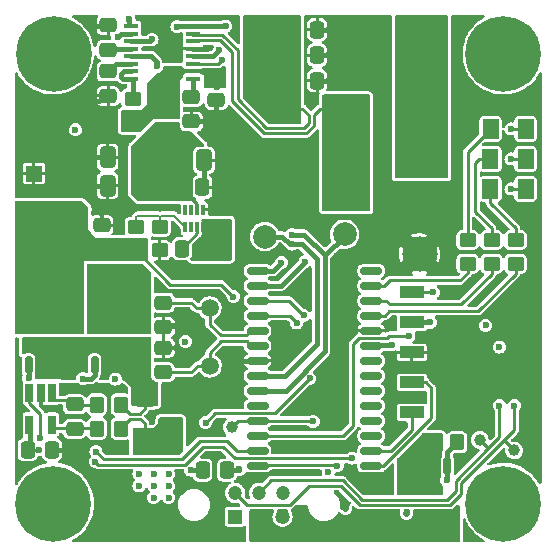
<source format=gbr>
%TF.GenerationSoftware,KiCad,Pcbnew,(6.0.4)*%
%TF.CreationDate,2023-04-05T19:58:25-04:00*%
%TF.ProjectId,charging_on_the_pad,63686172-6769-46e6-975f-6f6e5f746865,rev?*%
%TF.SameCoordinates,Original*%
%TF.FileFunction,Copper,L4,Bot*%
%TF.FilePolarity,Positive*%
%FSLAX46Y46*%
G04 Gerber Fmt 4.6, Leading zero omitted, Abs format (unit mm)*
G04 Created by KiCad (PCBNEW (6.0.4)) date 2023-04-05 19:58:25*
%MOMM*%
%LPD*%
G01*
G04 APERTURE LIST*
G04 Aperture macros list*
%AMRoundRect*
0 Rectangle with rounded corners*
0 $1 Rounding radius*
0 $2 $3 $4 $5 $6 $7 $8 $9 X,Y pos of 4 corners*
0 Add a 4 corners polygon primitive as box body*
4,1,4,$2,$3,$4,$5,$6,$7,$8,$9,$2,$3,0*
0 Add four circle primitives for the rounded corners*
1,1,$1+$1,$2,$3*
1,1,$1+$1,$4,$5*
1,1,$1+$1,$6,$7*
1,1,$1+$1,$8,$9*
0 Add four rect primitives between the rounded corners*
20,1,$1+$1,$2,$3,$4,$5,0*
20,1,$1+$1,$4,$5,$6,$7,0*
20,1,$1+$1,$6,$7,$8,$9,0*
20,1,$1+$1,$8,$9,$2,$3,0*%
G04 Aperture macros list end*
%TA.AperFunction,ComponentPad*%
%ADD10C,6.400000*%
%TD*%
%TA.AperFunction,ComponentPad*%
%ADD11R,1.200000X1.200000*%
%TD*%
%TA.AperFunction,ComponentPad*%
%ADD12C,1.200000*%
%TD*%
%TA.AperFunction,ComponentPad*%
%ADD13C,3.000000*%
%TD*%
%TA.AperFunction,ComponentPad*%
%ADD14R,1.350000X1.350000*%
%TD*%
%TA.AperFunction,ComponentPad*%
%ADD15C,2.500000*%
%TD*%
%TA.AperFunction,SMDPad,CuDef*%
%ADD16RoundRect,0.250000X-0.400000X-0.625000X0.400000X-0.625000X0.400000X0.625000X-0.400000X0.625000X0*%
%TD*%
%TA.AperFunction,SMDPad,CuDef*%
%ADD17C,2.000000*%
%TD*%
%TA.AperFunction,SMDPad,CuDef*%
%ADD18RoundRect,0.250000X-0.450000X0.350000X-0.450000X-0.350000X0.450000X-0.350000X0.450000X0.350000X0*%
%TD*%
%TA.AperFunction,SMDPad,CuDef*%
%ADD19RoundRect,0.075000X-0.075000X0.375000X-0.075000X-0.375000X0.075000X-0.375000X0.075000X0.375000X0*%
%TD*%
%TA.AperFunction,SMDPad,CuDef*%
%ADD20RoundRect,0.150000X0.150000X-0.600000X0.150000X0.600000X-0.150000X0.600000X-0.150000X-0.600000X0*%
%TD*%
%TA.AperFunction,SMDPad,CuDef*%
%ADD21RoundRect,0.250001X-0.462499X-0.624999X0.462499X-0.624999X0.462499X0.624999X-0.462499X0.624999X0*%
%TD*%
%TA.AperFunction,SMDPad,CuDef*%
%ADD22R,2.000000X1.000000*%
%TD*%
%TA.AperFunction,SMDPad,CuDef*%
%ADD23RoundRect,0.250000X0.475000X-0.337500X0.475000X0.337500X-0.475000X0.337500X-0.475000X-0.337500X0*%
%TD*%
%TA.AperFunction,SMDPad,CuDef*%
%ADD24RoundRect,0.250000X-0.412500X-0.650000X0.412500X-0.650000X0.412500X0.650000X-0.412500X0.650000X0*%
%TD*%
%TA.AperFunction,SMDPad,CuDef*%
%ADD25RoundRect,0.250000X-0.475000X0.337500X-0.475000X-0.337500X0.475000X-0.337500X0.475000X0.337500X0*%
%TD*%
%TA.AperFunction,SMDPad,CuDef*%
%ADD26RoundRect,0.150000X-0.150000X0.600000X-0.150000X-0.600000X0.150000X-0.600000X0.150000X0.600000X0*%
%TD*%
%TA.AperFunction,SMDPad,CuDef*%
%ADD27RoundRect,0.250000X0.337500X0.475000X-0.337500X0.475000X-0.337500X-0.475000X0.337500X-0.475000X0*%
%TD*%
%TA.AperFunction,SMDPad,CuDef*%
%ADD28C,1.000000*%
%TD*%
%TA.AperFunction,SMDPad,CuDef*%
%ADD29RoundRect,0.250000X-0.350000X-0.450000X0.350000X-0.450000X0.350000X0.450000X-0.350000X0.450000X0*%
%TD*%
%TA.AperFunction,ComponentPad*%
%ADD30C,1.500000*%
%TD*%
%TA.AperFunction,SMDPad,CuDef*%
%ADD31RoundRect,0.250000X0.350000X0.450000X-0.350000X0.450000X-0.350000X-0.450000X0.350000X-0.450000X0*%
%TD*%
%TA.AperFunction,SMDPad,CuDef*%
%ADD32RoundRect,0.250000X-0.337500X-0.475000X0.337500X-0.475000X0.337500X0.475000X-0.337500X0.475000X0*%
%TD*%
%TA.AperFunction,SMDPad,CuDef*%
%ADD33RoundRect,0.250000X-0.625000X0.400000X-0.625000X-0.400000X0.625000X-0.400000X0.625000X0.400000X0*%
%TD*%
%TA.AperFunction,SMDPad,CuDef*%
%ADD34RoundRect,0.250000X0.450000X-0.350000X0.450000X0.350000X-0.450000X0.350000X-0.450000X-0.350000X0*%
%TD*%
%TA.AperFunction,SMDPad,CuDef*%
%ADD35RoundRect,0.150000X-0.750000X-0.150000X0.750000X-0.150000X0.750000X0.150000X-0.750000X0.150000X0*%
%TD*%
%TA.AperFunction,SMDPad,CuDef*%
%ADD36RoundRect,0.250000X0.412500X0.650000X-0.412500X0.650000X-0.412500X-0.650000X0.412500X-0.650000X0*%
%TD*%
%TA.AperFunction,SMDPad,CuDef*%
%ADD37R,1.200000X0.400000*%
%TD*%
%TA.AperFunction,SMDPad,CuDef*%
%ADD38R,0.650000X1.560000*%
%TD*%
%TA.AperFunction,SMDPad,CuDef*%
%ADD39RoundRect,0.300000X-0.400000X0.300000X-0.400000X-0.300000X0.400000X-0.300000X0.400000X0.300000X0*%
%TD*%
%TA.AperFunction,ViaPad*%
%ADD40C,0.600000*%
%TD*%
%TA.AperFunction,Conductor*%
%ADD41C,0.250000*%
%TD*%
%TA.AperFunction,Conductor*%
%ADD42C,0.381000*%
%TD*%
%TA.AperFunction,Conductor*%
%ADD43C,0.200000*%
%TD*%
G04 APERTURE END LIST*
D10*
%TO.P,H2,1*%
%TO.N,N/C*%
X165100000Y-127000000D03*
%TD*%
D11*
%TO.P,J2,1,Pin_1*%
%TO.N,VCC*%
X142400000Y-128100000D03*
D12*
%TO.P,J2,2,Pin_2*%
%TO.N,+5V_PWR*%
X144400000Y-128100000D03*
%TO.P,J2,3,Pin_3*%
%TO.N,GND*%
X146400000Y-128100000D03*
%TO.P,J2,4,Pin_4*%
%TO.N,/CANH*%
X142400000Y-126100000D03*
%TO.P,J2,5,Pin_5*%
%TO.N,/CANL*%
X144400000Y-126100000D03*
%TO.P,J2,6,Pin_6*%
%TO.N,+24V*%
X146400000Y-126100000D03*
%TD*%
D13*
%TO.P,J4,1,Pin_1*%
%TO.N,Net-(F1-Pad2)*%
X158000000Y-97600000D03*
%TO.P,J4,2,Pin_2*%
%TO.N,GND*%
X158000000Y-105850000D03*
%TD*%
D10*
%TO.P,H3,1*%
%TO.N,N/C*%
X127013126Y-88900000D03*
%TD*%
D14*
%TO.P,TP7,1,1*%
%TO.N,GND*%
X125350000Y-99050000D03*
%TD*%
D15*
%TO.P,F1,1*%
%TO.N,+BATT*%
X144765000Y-90700000D03*
X144765000Y-87300000D03*
%TO.P,F1,2*%
%TO.N,Net-(F1-Pad2)*%
X158235000Y-87300000D03*
X158235000Y-90700000D03*
%TD*%
D10*
%TO.P,H1,1*%
%TO.N,N/C*%
X165100000Y-88900000D03*
%TD*%
%TO.P,H4,1*%
%TO.N,N/C*%
X127000000Y-127000000D03*
%TD*%
D16*
%TO.P,R15,1*%
%TO.N,+BATT*%
X147292400Y-93556400D03*
%TO.P,R15,2*%
%TO.N,/Battery Charger/CSB*%
X150392400Y-93556400D03*
%TD*%
D17*
%TO.P,TP12,1,1*%
%TO.N,/n_CHG_EN*%
X144907000Y-104394000D03*
%TD*%
D18*
%TO.P,R3,1*%
%TO.N,Net-(D3-Pad1)*%
X162077400Y-104689400D03*
%TO.P,R3,2*%
%TO.N,Net-(R3-Pad2)*%
X162077400Y-106689400D03*
%TD*%
D19*
%TO.P,U5,1,NC*%
%TO.N,unconnected-(U5-Pad1)*%
X138184000Y-102108000D03*
%TO.P,U5,2,EN*%
%TO.N,unconnected-(U5-Pad2)*%
X138684000Y-102108000D03*
%TO.P,U5,3,VIN*%
%TO.N,+24V*%
X139184000Y-102108000D03*
%TO.P,U5,4,GND*%
%TO.N,GND*%
X139684000Y-102108000D03*
%TO.P,U5,5,SW*%
%TO.N,Net-(C25-Pad1)*%
X139684000Y-103588000D03*
%TO.P,U5,6,BST*%
%TO.N,Net-(C25-Pad2)*%
X139184000Y-103588000D03*
%TO.P,U5,7,NC*%
%TO.N,unconnected-(U5-Pad7)*%
X138684000Y-103588000D03*
%TO.P,U5,8,FB*%
%TO.N,Net-(R20-Pad2)*%
X138184000Y-103588000D03*
%TD*%
D20*
%TO.P,Q4,1,S*%
%TO.N,/Power/R_VCC_P*%
X127446000Y-115283000D03*
X126176000Y-115283000D03*
X128716000Y-115283000D03*
%TO.P,Q4,2,G*%
%TO.N,Net-(Q4-Pad2)*%
X124906000Y-115283000D03*
%TO.P,Q4,3,D*%
%TO.N,+13V*%
X128716000Y-109922000D03*
X127446000Y-109922000D03*
X126176000Y-109922000D03*
X124906000Y-109922000D03*
%TD*%
D21*
%TO.P,D2,1,K*%
%TO.N,Net-(D2-Pad1)*%
X164003900Y-97815400D03*
%TO.P,D2,2,A*%
%TO.N,+5V*%
X166978900Y-97815400D03*
%TD*%
D18*
%TO.P,R21,1*%
%TO.N,Net-(R20-Pad2)*%
X136017841Y-103544907D03*
%TO.P,R21,2*%
%TO.N,GND*%
X136017841Y-105544907D03*
%TD*%
D22*
%TO.P,J3,1,Pin_1*%
%TO.N,/ICSPCLK*%
X157362500Y-119278400D03*
%TO.P,J3,2,Pin_2*%
%TO.N,/ICSPDAT*%
X157362500Y-116738400D03*
%TO.P,J3,3,Pin_3*%
%TO.N,GND*%
X157362500Y-114198400D03*
%TO.P,J3,4,Pin_4*%
%TO.N,+5V*%
X157362500Y-111658400D03*
%TO.P,J3,5,Pin_5*%
%TO.N,/~{MCLR}*%
X157362500Y-109118400D03*
%TD*%
D23*
%TO.P,C6,1*%
%TO.N,GND*%
X138686000Y-94637500D03*
%TO.P,C6,2*%
%TO.N,Net-(C6-Pad2)*%
X138686000Y-92562500D03*
%TD*%
D24*
%TO.P,C18,1*%
%TO.N,+24V*%
X136637500Y-97917000D03*
%TO.P,C18,2*%
%TO.N,GND*%
X139762500Y-97917000D03*
%TD*%
D25*
%TO.P,C2,1*%
%TO.N,/OSC2*%
X136296400Y-109985900D03*
%TO.P,C2,2*%
%TO.N,GND*%
X136296400Y-112060900D03*
%TD*%
%TO.P,C12,1*%
%TO.N,GND*%
X131628000Y-86492500D03*
%TO.P,C12,2*%
%TO.N,Net-(C12-Pad2)*%
X131628000Y-88567500D03*
%TD*%
D26*
%TO.P,Q6,1,S*%
%TO.N,+5V*%
X156545000Y-123850000D03*
X159085000Y-123850000D03*
X157815000Y-123850000D03*
%TO.P,Q6,2,G*%
%TO.N,Net-(Q5-Pad3)*%
X160355000Y-123850000D03*
%TO.P,Q6,3,D*%
%TO.N,+5V_PWR*%
X157815000Y-129211000D03*
X159085000Y-129211000D03*
X160355000Y-129211000D03*
X156545000Y-129211000D03*
%TD*%
D23*
%TO.P,C11,1*%
%TO.N,GND*%
X131628000Y-92477500D03*
%TO.P,C11,2*%
%TO.N,Net-(C11-Pad2)*%
X131628000Y-90402500D03*
%TD*%
D27*
%TO.P,C15,1*%
%TO.N,GND*%
X149337500Y-91186000D03*
%TO.P,C15,2*%
%TO.N,+BATT*%
X147262500Y-91186000D03*
%TD*%
D23*
%TO.P,C1,1*%
%TO.N,/OSC1*%
X136296400Y-115870900D03*
%TO.P,C1,2*%
%TO.N,GND*%
X136296400Y-113795900D03*
%TD*%
%TO.P,C29,1*%
%TO.N,+13V*%
X131100000Y-105487500D03*
%TO.P,C29,2*%
%TO.N,GND*%
X131100000Y-103412500D03*
%TD*%
D27*
%TO.P,C13,1*%
%TO.N,GND*%
X149337500Y-86868000D03*
%TO.P,C13,2*%
%TO.N,+BATT*%
X147262500Y-86868000D03*
%TD*%
%TO.P,C24,1*%
%TO.N,Net-(C24-Pad1)*%
X141702700Y-124155200D03*
%TO.P,C24,2*%
%TO.N,Net-(C24-Pad2)*%
X139627700Y-124155200D03*
%TD*%
D28*
%TO.P,TP1,1,1*%
%TO.N,/CANH*%
X166000000Y-122500000D03*
%TD*%
D21*
%TO.P,D3,1,K*%
%TO.N,Net-(D3-Pad1)*%
X164018900Y-95275400D03*
%TO.P,D3,2,A*%
%TO.N,+5V*%
X166993900Y-95275400D03*
%TD*%
D29*
%TO.P,R26,1*%
%TO.N,+5V*%
X159200000Y-121800000D03*
%TO.P,R26,2*%
%TO.N,Net-(Q5-Pad3)*%
X161200000Y-121800000D03*
%TD*%
D28*
%TO.P,TP2,1,1*%
%TO.N,/CANL*%
X163100000Y-121600000D03*
%TD*%
D30*
%TO.P,Y1,1,1*%
%TO.N,/OSC2*%
X140250000Y-110450000D03*
%TO.P,Y1,2,2*%
%TO.N,/OSC1*%
X140250000Y-115330000D03*
%TD*%
D23*
%TO.P,C34,1*%
%TO.N,Net-(C34-Pad1)*%
X128795000Y-120671500D03*
%TO.P,C34,2*%
%TO.N,Net-(C34-Pad2)*%
X128795000Y-118596500D03*
%TD*%
D31*
%TO.P,R30,1*%
%TO.N,/Power/R_VCC_P*%
X132700000Y-118618000D03*
%TO.P,R30,2*%
%TO.N,Net-(C34-Pad2)*%
X130700000Y-118618000D03*
%TD*%
D32*
%TO.P,C32,1*%
%TO.N,+5V*%
X124819500Y-122428000D03*
%TO.P,C32,2*%
%TO.N,GND*%
X126894500Y-122428000D03*
%TD*%
D18*
%TO.P,R2,1*%
%TO.N,Net-(D2-Pad1)*%
X164109400Y-104689400D03*
%TO.P,R2,2*%
%TO.N,Net-(R2-Pad2)*%
X164109400Y-106689400D03*
%TD*%
D33*
%TO.P,R22,1*%
%TO.N,/Power/R_VCC_P*%
X134747000Y-118153000D03*
%TO.P,R22,2*%
%TO.N,VCC*%
X134747000Y-121253000D03*
%TD*%
D18*
%TO.P,R1,1*%
%TO.N,Net-(D1-Pad1)*%
X166141400Y-104689400D03*
%TO.P,R1,2*%
%TO.N,Net-(R1-Pad2)*%
X166141400Y-106689400D03*
%TD*%
D34*
%TO.P,R16,1*%
%TO.N,/Battery Charger/VIN*%
X133700000Y-94700000D03*
%TO.P,R16,2*%
%TO.N,Net-(R16-Pad2)*%
X133700000Y-92700000D03*
%TD*%
D35*
%TO.P,U1,1,~{MCLR}*%
%TO.N,/~{MCLR}*%
X144300000Y-123805000D03*
%TO.P,U1,2,RA0*%
%TO.N,/CURR_13V*%
X144300000Y-122535000D03*
%TO.P,U1,3,RA1*%
%TO.N,/CURR_5V*%
X144300000Y-121265000D03*
%TO.P,U1,4,RA2*%
%TO.N,/EN_5V*%
X144300000Y-119995000D03*
%TO.P,U1,5,RA3*%
%TO.N,unconnected-(U1-Pad5)*%
X144300000Y-118725000D03*
%TO.P,U1,6,RA4*%
%TO.N,/CHG_CURR*%
X144300000Y-117455000D03*
%TO.P,U1,7,RA5*%
%TO.N,/n_CHG_EN*%
X144300000Y-116185000D03*
%TO.P,U1,8,VSS*%
%TO.N,GND*%
X144300000Y-114915000D03*
%TO.P,U1,9,RA7/OSC1*%
%TO.N,/OSC1*%
X144300000Y-113645000D03*
%TO.P,U1,10,RA6/OSC2*%
%TO.N,/OSC2*%
X144300000Y-112375000D03*
%TO.P,U1,11,RC0*%
%TO.N,/CAN_TX*%
X144300000Y-111105000D03*
%TO.P,U1,12,RC1*%
%TO.N,/CAN_RX*%
X144300000Y-109835000D03*
%TO.P,U1,13,RC2*%
%TO.N,/BATT_VSENSE*%
X144300000Y-108565000D03*
%TO.P,U1,14,RC3*%
%TO.N,/VSW_VSENSE*%
X144300000Y-107295000D03*
%TO.P,U1,15,RC4*%
%TO.N,unconnected-(U1-Pad15)*%
X153900000Y-107295000D03*
%TO.P,U1,16,RC5*%
%TO.N,Net-(R3-Pad2)*%
X153900000Y-108565000D03*
%TO.P,U1,17,RC6*%
%TO.N,Net-(R2-Pad2)*%
X153900000Y-109835000D03*
%TO.P,U1,18,RC7*%
%TO.N,Net-(R1-Pad2)*%
X153900000Y-111105000D03*
%TO.P,U1,19,VSS*%
%TO.N,GND*%
X153900000Y-112375000D03*
%TO.P,U1,20,VDD*%
%TO.N,+5V*%
X153900000Y-113645000D03*
%TO.P,U1,21,RB0*%
%TO.N,unconnected-(U1-Pad21)*%
X153900000Y-114915000D03*
%TO.P,U1,22,RB1*%
%TO.N,unconnected-(U1-Pad22)*%
X153900000Y-116185000D03*
%TO.P,U1,23,RB2*%
%TO.N,unconnected-(U1-Pad23)*%
X153900000Y-117455000D03*
%TO.P,U1,24,RB3*%
%TO.N,unconnected-(U1-Pad24)*%
X153900000Y-118725000D03*
%TO.P,U1,25,RB4*%
%TO.N,unconnected-(U1-Pad25)*%
X153900000Y-119995000D03*
%TO.P,U1,26,RB5*%
%TO.N,unconnected-(U1-Pad26)*%
X153900000Y-121265000D03*
%TO.P,U1,27,RB6/ICSPCLK*%
%TO.N,/ICSPCLK*%
X153900000Y-122535000D03*
%TO.P,U1,28,RB7/ICSPDAT*%
%TO.N,/ICSPDAT*%
X153900000Y-123805000D03*
%TD*%
D36*
%TO.P,C19,1*%
%TO.N,+24V*%
X134712500Y-97663000D03*
%TO.P,C19,2*%
%TO.N,GND*%
X131587500Y-97663000D03*
%TD*%
%TO.P,C17,1*%
%TO.N,+24V*%
X134712500Y-100076000D03*
%TO.P,C17,2*%
%TO.N,GND*%
X131587500Y-100076000D03*
%TD*%
D27*
%TO.P,C25,1*%
%TO.N,Net-(C25-Pad1)*%
X139975500Y-105410000D03*
%TO.P,C25,2*%
%TO.N,Net-(C25-Pad2)*%
X137900500Y-105410000D03*
%TD*%
D20*
%TO.P,Q3,1,S*%
%TO.N,/Power/R_VCC_P*%
X134304000Y-115283000D03*
X131764000Y-115283000D03*
X133034000Y-115283000D03*
%TO.P,Q3,2,G*%
%TO.N,Net-(Q3-Pad2)*%
X130494000Y-115283000D03*
%TO.P,Q3,3,D*%
%TO.N,+BATT*%
X133034000Y-109922000D03*
X134304000Y-109922000D03*
X130494000Y-109922000D03*
X131764000Y-109922000D03*
%TD*%
D17*
%TO.P,TP10,1,1*%
%TO.N,/CHG_CURR*%
X151650000Y-104200000D03*
%TD*%
D21*
%TO.P,D1,1,K*%
%TO.N,Net-(D1-Pad1)*%
X164003900Y-100355400D03*
%TO.P,D1,2,A*%
%TO.N,+5V*%
X166978900Y-100355400D03*
%TD*%
D32*
%TO.P,C21,1*%
%TO.N,+24V*%
X137544900Y-100203000D03*
%TO.P,C21,2*%
%TO.N,GND*%
X139619900Y-100203000D03*
%TD*%
D23*
%TO.P,C5,1*%
%TO.N,GND*%
X140800000Y-92837500D03*
%TO.P,C5,2*%
%TO.N,/Battery Charger/VIN*%
X140800000Y-90762500D03*
%TD*%
D27*
%TO.P,C14,1*%
%TO.N,GND*%
X149337500Y-89027000D03*
%TO.P,C14,2*%
%TO.N,+BATT*%
X147262500Y-89027000D03*
%TD*%
D37*
%TO.P,U3,1,CSSN*%
%TO.N,Net-(R16-Pad2)*%
X133600000Y-91022500D03*
%TO.P,U3,2,CSSP*%
X133600000Y-90387500D03*
%TO.P,U3,3,CCS*%
%TO.N,Net-(C11-Pad2)*%
X133600000Y-89752500D03*
%TO.P,U3,4,CCV*%
%TO.N,Net-(C9-Pad1)*%
X133600000Y-89117500D03*
%TO.P,U3,5,CCI*%
%TO.N,Net-(C12-Pad2)*%
X133600000Y-88482500D03*
%TO.P,U3,6,ICHG/EN*%
%TO.N,Net-(Q1-Pad3)*%
X133600000Y-87847500D03*
%TO.P,U3,7,IOUT*%
%TO.N,/CHG_CURR*%
X133600000Y-87212500D03*
%TO.P,U3,8,VADJ*%
%TO.N,Net-(R10-Pad2)*%
X133600000Y-86577500D03*
%TO.P,U3,9,REF*%
%TO.N,/Battery Charger/VREF*%
X138800000Y-86577500D03*
%TO.P,U3,10,BATT*%
%TO.N,+BATT*%
X138800000Y-87212500D03*
%TO.P,U3,11,CSB*%
%TO.N,/Battery Charger/CSB*%
X138800000Y-87847500D03*
%TO.P,U3,12,GND*%
%TO.N,GND*%
X138800000Y-88482500D03*
%TO.P,U3,13,VH*%
%TO.N,Net-(C7-Pad1)*%
X138800000Y-89117500D03*
%TO.P,U3,14,EXT*%
%TO.N,Net-(Q2-Pad2)*%
X138800000Y-89752500D03*
%TO.P,U3,15,DCIN*%
%TO.N,/Battery Charger/VIN*%
X138800000Y-90387500D03*
%TO.P,U3,16,VL*%
%TO.N,Net-(C6-Pad2)*%
X138800000Y-91022500D03*
%TD*%
D29*
%TO.P,R29,1*%
%TO.N,Net-(C34-Pad1)*%
X130700000Y-120650000D03*
%TO.P,R29,2*%
%TO.N,VCC*%
X132700000Y-120650000D03*
%TD*%
D34*
%TO.P,R20,1*%
%TO.N,+13V*%
X133985841Y-105544907D03*
%TO.P,R20,2*%
%TO.N,Net-(R20-Pad2)*%
X133985841Y-103544907D03*
%TD*%
D28*
%TO.P,TP11,1,1*%
%TO.N,/EN_5V*%
X142100000Y-120550000D03*
%TD*%
D38*
%TO.P,U8,1,VO*%
%TO.N,/CURR_13V*%
X124975520Y-117609800D03*
%TO.P,U8,2,GND*%
%TO.N,GND*%
X125925520Y-117609800D03*
%TO.P,U8,3,IN+*%
%TO.N,Net-(C34-Pad2)*%
X126875520Y-117609800D03*
%TO.P,U8,4,IN-*%
%TO.N,Net-(C34-Pad1)*%
X126875520Y-120309800D03*
%TO.P,U8,5,VS*%
%TO.N,+5V*%
X124975520Y-120309800D03*
%TD*%
D39*
%TO.P,D4,1,K*%
%TO.N,/Battery Charger/VIN*%
X136398000Y-92500000D03*
%TO.P,D4,2,A*%
%TO.N,+24V*%
X136398000Y-95600000D03*
%TD*%
D40*
%TO.N,GND*%
X139100000Y-109474000D03*
X150800000Y-113158411D03*
X139000000Y-111200000D03*
X154750000Y-90000000D03*
X142342400Y-86056400D03*
X140400000Y-94200000D03*
X167750000Y-109500000D03*
X126592400Y-96556400D03*
X130300000Y-92950000D03*
X141700000Y-110500000D03*
X150368000Y-86868000D03*
X139000000Y-114600000D03*
X161000000Y-102750000D03*
X160750000Y-109250000D03*
X167750000Y-102306400D03*
X151900000Y-124450000D03*
X130092400Y-129806400D03*
X129842400Y-86056400D03*
X162000000Y-129250000D03*
X147193000Y-105918000D03*
X124092400Y-99056400D03*
X167750000Y-104806400D03*
X142392400Y-114960400D03*
X152250000Y-90000000D03*
X151000000Y-106000000D03*
X131101581Y-102417531D03*
X154842400Y-86056400D03*
X167750000Y-91750000D03*
X137439400Y-113792000D03*
X153500000Y-106000000D03*
X126847600Y-95097600D03*
X140087096Y-88429092D03*
X161250000Y-98250000D03*
X137500000Y-89400000D03*
X132592400Y-129806400D03*
X140900000Y-125700000D03*
X124100000Y-120500000D03*
X150368000Y-91186000D03*
X128978128Y-123674020D03*
X152250000Y-88000000D03*
X142700000Y-114000000D03*
X139725400Y-116818500D03*
X152250000Y-91750000D03*
X156912096Y-127817000D03*
X148700000Y-124400000D03*
X151739600Y-127406400D03*
X167750000Y-124056400D03*
X155400000Y-114300000D03*
X140300000Y-122800000D03*
X139200000Y-107400000D03*
X164250000Y-102750000D03*
X124092400Y-96556400D03*
X167750000Y-93556400D03*
X140092400Y-129806400D03*
X162092400Y-86056400D03*
X161250000Y-96000000D03*
X124092400Y-91556400D03*
X154750000Y-91750000D03*
X151485600Y-109829600D03*
X167750000Y-112000000D03*
X132450000Y-117300000D03*
X162750000Y-103250000D03*
X161000000Y-100500000D03*
X166000000Y-93500000D03*
X158500000Y-102750000D03*
X130300000Y-94800000D03*
X167750000Y-107000000D03*
X167750000Y-118500000D03*
X159218750Y-115681250D03*
X138100000Y-115100000D03*
X141700000Y-111760000D03*
X126479939Y-118950759D03*
X135092400Y-129806400D03*
X167750000Y-121750000D03*
X142700000Y-111760000D03*
X150368000Y-89052400D03*
X163500000Y-109250000D03*
X156000000Y-102750000D03*
X129743200Y-99009200D03*
X126592400Y-99056400D03*
X154750000Y-88000000D03*
X156000000Y-100500000D03*
X158500000Y-100500000D03*
X161250000Y-93750000D03*
X132528027Y-122232570D03*
X137668000Y-111760000D03*
X152342400Y-86056400D03*
X160800000Y-118000000D03*
X130400000Y-86600000D03*
X147218400Y-108864400D03*
X141700000Y-114000000D03*
X124092400Y-124056400D03*
X163500000Y-93500000D03*
X148750000Y-122250000D03*
X124714000Y-96215200D03*
X137592400Y-129806400D03*
%TO.N,+5V*%
X152300000Y-123150000D03*
X165760400Y-100355400D03*
X165760400Y-95275400D03*
X158902400Y-111658400D03*
X165760400Y-97815400D03*
X157856750Y-125000000D03*
X159100000Y-125861200D03*
X164750000Y-113750000D03*
X130556000Y-123444000D03*
X157838000Y-125861200D03*
X159118750Y-125000000D03*
X156568750Y-125000000D03*
X156550000Y-125861200D03*
X163601400Y-111912400D03*
X155702000Y-113538000D03*
X125807500Y-122428000D03*
%TO.N,Net-(C9-Pad1)*%
X135755823Y-89966629D03*
%TO.N,+BATT*%
X133858000Y-112014000D03*
X132842000Y-112014000D03*
X133600000Y-107188000D03*
X145800000Y-93800000D03*
X143800000Y-92800000D03*
X144800000Y-93800000D03*
X133600000Y-108204000D03*
X145800000Y-92800000D03*
X131568000Y-107188000D03*
X130552000Y-107188000D03*
X132584000Y-108204000D03*
X144800000Y-92800000D03*
X132250000Y-116450000D03*
X130552000Y-108204000D03*
X130810000Y-112014000D03*
X131568000Y-108204000D03*
X132584000Y-107188000D03*
X131826000Y-112014000D03*
X138176000Y-113284000D03*
%TO.N,+24V*%
X138582400Y-95910400D03*
X137820400Y-96672400D03*
X137820400Y-95910400D03*
X134874000Y-96012000D03*
X136144000Y-100457000D03*
X137820400Y-97434400D03*
X138582400Y-96672400D03*
%TO.N,VCC*%
X136400000Y-121800000D03*
X137300000Y-121000000D03*
X137300000Y-120200000D03*
X134600000Y-122600000D03*
X134250000Y-125500000D03*
X136750000Y-126500000D03*
X135500000Y-125500000D03*
X137300000Y-122600000D03*
X135500000Y-122600000D03*
X135500000Y-124500000D03*
X136750000Y-125500000D03*
X136750000Y-124500000D03*
X136400000Y-120200000D03*
X137300000Y-121800000D03*
X136400000Y-121000000D03*
X136400000Y-122600000D03*
X135500000Y-126500000D03*
X134250000Y-124500000D03*
%TO.N,Net-(C25-Pad1)*%
X141400000Y-106100000D03*
X141400000Y-105400000D03*
X141400000Y-104648000D03*
X141400000Y-103886000D03*
%TO.N,Net-(C24-Pad1)*%
X142748000Y-124104400D03*
%TO.N,Net-(C24-Pad2)*%
X138633200Y-124155200D03*
%TO.N,+13V*%
X126250000Y-112050000D03*
X129032000Y-105410000D03*
X125250000Y-103450000D03*
X126250000Y-102600000D03*
X126250000Y-101750000D03*
X125250000Y-102600000D03*
X127250000Y-112050000D03*
X127250000Y-103450000D03*
X125250000Y-112050000D03*
X129032000Y-106172000D03*
X128250000Y-112050000D03*
X128250000Y-102600000D03*
X125250000Y-101750000D03*
X126250000Y-103450000D03*
X128250000Y-101750000D03*
X128250000Y-103450000D03*
X142240000Y-109474000D03*
X127250000Y-102600000D03*
X127250000Y-101750000D03*
X129032000Y-104648000D03*
%TO.N,/~{MCLR}*%
X159156400Y-109118400D03*
X151050000Y-123794402D03*
%TO.N,Net-(Q5-Pad3)*%
X160300000Y-125000000D03*
%TO.N,/BATT_VSENSE*%
X148300000Y-106500000D03*
%TO.N,/VSW_VSENSE*%
X146304000Y-106600000D03*
%TO.N,Net-(R18-Pad2)*%
X139903200Y-120142000D03*
X148700000Y-116400000D03*
%TO.N,/EN_5V*%
X148996400Y-120040400D03*
X150266400Y-124358400D03*
%TO.N,/CURR_13V*%
X130597837Y-122602660D03*
X125857000Y-121412000D03*
%TO.N,/CURR_5V*%
X157100000Y-112800000D03*
%TO.N,/CAN_TX*%
X147600000Y-111700000D03*
%TO.N,/CAN_RX*%
X148179400Y-111048800D03*
%TO.N,/CANH*%
X166035295Y-118697856D03*
%TO.N,/CANL*%
X164763940Y-118709484D03*
%TO.N,/Battery Charger/VIN*%
X137439400Y-91846400D03*
X140817600Y-91700000D03*
X135407400Y-91846400D03*
%TO.N,Net-(C7-Pad1)*%
X141050000Y-88600000D03*
%TO.N,/Battery Charger/VREF*%
X141579600Y-86563200D03*
X137464800Y-86614000D03*
%TO.N,/Battery Charger/CSB*%
X152933400Y-95148400D03*
X152933400Y-93624400D03*
X151917400Y-92862400D03*
X150901400Y-95148400D03*
X152933400Y-92862400D03*
X151917400Y-95148400D03*
X151917400Y-94386400D03*
X152933400Y-94386400D03*
X151917400Y-93624400D03*
%TO.N,/CHG_CURR*%
X147193000Y-104229497D03*
X132435350Y-87501785D03*
X128858400Y-95350000D03*
%TO.N,/n_CHG_EN*%
X147193000Y-105029000D03*
%TO.N,Net-(Q1-Pad3)*%
X135350000Y-87700000D03*
%TO.N,Net-(R10-Pad2)*%
X133400000Y-86000000D03*
%TO.N,/Power/R_VCC_P*%
X134458500Y-117050000D03*
X135173500Y-117050000D03*
%TO.N,Net-(Q3-Pad2)*%
X129493769Y-116416523D03*
%TO.N,Net-(Q4-Pad2)*%
X124904315Y-116330298D03*
%TO.N,Net-(Q2-Pad2)*%
X141300000Y-89400000D03*
%TD*%
D41*
%TO.N,/OSC1*%
X143361576Y-113261576D02*
X143745000Y-113645000D01*
X140250000Y-115330000D02*
X140250000Y-114204512D01*
X136296400Y-115870900D02*
X138687900Y-115870900D01*
X138687900Y-115870900D02*
X139228800Y-115330000D01*
X139228800Y-115330000D02*
X140250000Y-115330000D01*
X141192936Y-113261576D02*
X143361576Y-113261576D01*
X143745000Y-113645000D02*
X144300000Y-113645000D01*
X140250000Y-114204512D02*
X141192936Y-113261576D01*
D42*
%TO.N,GND*%
X140400000Y-94200000D02*
X139962500Y-94637500D01*
D41*
X126189759Y-118950759D02*
X125925520Y-118686520D01*
D42*
X131520500Y-86600000D02*
X131628000Y-86492500D01*
D41*
X131101581Y-102417531D02*
X131100000Y-102419112D01*
D42*
X131628000Y-92477500D02*
X131372500Y-92477500D01*
X139619900Y-100405303D02*
X139619900Y-100203000D01*
X139962500Y-94637500D02*
X138686000Y-94637500D01*
X140033688Y-88482500D02*
X138800000Y-88482500D01*
X130337000Y-97663000D02*
X131587500Y-97663000D01*
X140800000Y-93800000D02*
X140800000Y-92837500D01*
D41*
X139619900Y-100330100D02*
X139619900Y-100203000D01*
D42*
X150342600Y-89027000D02*
X150368000Y-89052400D01*
D41*
X137439400Y-113792000D02*
X137435500Y-113795900D01*
D42*
X130400000Y-86600000D02*
X131520500Y-86600000D01*
X139762500Y-97917000D02*
X139762500Y-100060400D01*
X129743200Y-98256800D02*
X130337000Y-97663000D01*
D41*
X136597300Y-111760000D02*
X136296400Y-112060900D01*
D42*
X149337500Y-89027000D02*
X150342600Y-89027000D01*
X139762500Y-100060400D02*
X139619900Y-100203000D01*
D41*
X126479939Y-118950759D02*
X126189759Y-118950759D01*
D42*
X142392400Y-114960400D02*
X142437800Y-114915000D01*
D41*
X131100000Y-102419112D02*
X131100000Y-103412500D01*
D42*
X130900000Y-92950000D02*
X130300000Y-92950000D01*
X149337500Y-86868000D02*
X150368000Y-86868000D01*
X142437800Y-114915000D02*
X144300000Y-114915000D01*
X140087096Y-88429092D02*
X140033688Y-88482500D01*
X131587500Y-100076000D02*
X130326000Y-100076000D01*
X149337500Y-91186000D02*
X150368000Y-91186000D01*
X131372500Y-92477500D02*
X130900000Y-92950000D01*
X130326000Y-100076000D02*
X129743200Y-99493200D01*
X126894500Y-122428000D02*
X127732108Y-122428000D01*
X127732108Y-122428000D02*
X128978128Y-123674020D01*
D41*
X137668000Y-111760000D02*
X136597300Y-111760000D01*
D42*
X140400000Y-94200000D02*
X140800000Y-93800000D01*
X129743200Y-99493200D02*
X129743200Y-99009200D01*
D41*
X125925520Y-118686520D02*
X125925520Y-117609800D01*
X137435500Y-113795900D02*
X136296400Y-113795900D01*
D42*
X129743200Y-99009200D02*
X129743200Y-98256800D01*
D41*
%TO.N,/OSC2*%
X141173064Y-112761576D02*
X143338424Y-112761576D01*
X143338424Y-112761576D02*
X143725000Y-112375000D01*
X140250000Y-110450000D02*
X140250000Y-111838512D01*
X138687900Y-109985900D02*
X139152000Y-110450000D01*
X136296400Y-109985900D02*
X138687900Y-109985900D01*
X140250000Y-111838512D02*
X141173064Y-112761576D01*
X139152000Y-110450000D02*
X140250000Y-110450000D01*
X143725000Y-112375000D02*
X144300000Y-112375000D01*
D42*
%TO.N,+5V*%
X155702000Y-113538000D02*
X155630011Y-113609989D01*
X153935011Y-113609989D02*
X153900000Y-113645000D01*
D41*
X166993900Y-95275400D02*
X165760400Y-95275400D01*
D42*
X124980320Y-120314600D02*
X124980320Y-122281500D01*
X159085000Y-121915000D02*
X159200000Y-121800000D01*
D41*
X130556000Y-123444000D02*
X130812000Y-123700000D01*
X152280098Y-123169902D02*
X152300000Y-123150000D01*
D42*
X124980320Y-122281500D02*
X124792820Y-122469000D01*
X124975520Y-120309800D02*
X124980320Y-120314600D01*
X159085000Y-123850000D02*
X159085000Y-121915000D01*
D41*
X138174000Y-123700000D02*
X139698511Y-122175489D01*
X166978900Y-100355400D02*
X165760400Y-100355400D01*
D42*
X157362500Y-111658400D02*
X158902400Y-111658400D01*
X155630011Y-113609989D02*
X153935011Y-113609989D01*
D41*
X139698511Y-122175489D02*
X141352489Y-122175489D01*
X142346902Y-123169902D02*
X152280098Y-123169902D01*
X141352489Y-122175489D02*
X142346902Y-123169902D01*
X125807500Y-122428000D02*
X124933820Y-122428000D01*
X166978900Y-97815400D02*
X165760400Y-97815400D01*
X124933820Y-122428000D02*
X124792820Y-122569000D01*
X130812000Y-123700000D02*
X138174000Y-123700000D01*
D42*
%TO.N,Net-(C9-Pad1)*%
X135755823Y-89966629D02*
X135755823Y-89578623D01*
X135294700Y-89117500D02*
X133600000Y-89117500D01*
X135755823Y-89578623D02*
X135294700Y-89117500D01*
%TO.N,Net-(C12-Pad2)*%
X131713000Y-88482500D02*
X133600000Y-88482500D01*
X131628000Y-88567500D02*
X131713000Y-88482500D01*
D41*
%TO.N,+BATT*%
X138902742Y-87290242D02*
X141290242Y-87290242D01*
X141290242Y-87290242D02*
X142592400Y-88592400D01*
X148642880Y-94106880D02*
X148092400Y-93556400D01*
X145042598Y-95206880D02*
X148242400Y-95206880D01*
X148642880Y-94806400D02*
X148642880Y-94106880D01*
X142592400Y-92756682D02*
X145042598Y-95206880D01*
D42*
X138824700Y-87210000D02*
X138811100Y-87223600D01*
D41*
X148242400Y-95206880D02*
X148642880Y-94806400D01*
X142592400Y-88592400D02*
X142592400Y-92756682D01*
X138812500Y-87200000D02*
X138902742Y-87290242D01*
X148092400Y-93556400D02*
X147292400Y-93556400D01*
%TO.N,+24V*%
X139184000Y-101592994D02*
X138691006Y-101100000D01*
X139184000Y-102108000D02*
X139184000Y-101592994D01*
X138691006Y-101100000D02*
X138300000Y-101100000D01*
X138300000Y-101100000D02*
X137544900Y-100344900D01*
X137544900Y-100344900D02*
X137544900Y-100203000D01*
%TO.N,VCC*%
X134366000Y-119830000D02*
X133520000Y-119830000D01*
X134747000Y-120211000D02*
X134366000Y-119830000D01*
X134747000Y-121253000D02*
X134747000Y-120211000D01*
X133520000Y-119830000D02*
X132758000Y-120592000D01*
X132758000Y-120592000D02*
X132699000Y-120592000D01*
%TO.N,Net-(C25-Pad2)*%
X138200556Y-105086450D02*
X139184000Y-104103006D01*
X139184000Y-104103006D02*
X139184000Y-103275200D01*
X138173250Y-105086450D02*
X138200556Y-105086450D01*
D42*
%TO.N,Net-(C24-Pad1)*%
X142748000Y-124104400D02*
X142697200Y-124155200D01*
X142697200Y-124155200D02*
X141550300Y-124155200D01*
%TO.N,Net-(C24-Pad2)*%
X138633200Y-124155200D02*
X139475300Y-124155200D01*
D41*
%TO.N,Net-(D1-Pad1)*%
X164003900Y-101519900D02*
X164003900Y-100355400D01*
X166150000Y-103666000D02*
X164003900Y-101519900D01*
X166150000Y-104571000D02*
X166150000Y-103666000D01*
%TO.N,Net-(D2-Pad1)*%
X164100000Y-104553000D02*
X164100000Y-103648000D01*
X162723722Y-102271722D02*
X162723722Y-98121578D01*
X162723722Y-98121578D02*
X163029900Y-97815400D01*
X163029900Y-97815400D02*
X164003900Y-97815400D01*
X164100000Y-103648000D02*
X162723722Y-102271722D01*
X164236400Y-104689400D02*
X164100000Y-104553000D01*
%TO.N,Net-(D3-Pad1)*%
X162077400Y-97216900D02*
X164018900Y-95275400D01*
X162077400Y-104689400D02*
X162077400Y-97216900D01*
%TO.N,+13V*%
X142240000Y-109474000D02*
X141216000Y-108450000D01*
X141216000Y-108450000D02*
X136890934Y-108450000D01*
X136890934Y-108450000D02*
X133985841Y-105544907D01*
%TO.N,/ICSPCLK*%
X157362500Y-120737500D02*
X157362500Y-119278400D01*
X153900000Y-122535000D02*
X155565000Y-122535000D01*
X155565000Y-122535000D02*
X157362500Y-120737500D01*
%TO.N,/ICSPDAT*%
X158521400Y-116738400D02*
X159004000Y-117221000D01*
X157362500Y-116738400D02*
X158521400Y-116738400D01*
X159004000Y-117221000D02*
X159004000Y-119731718D01*
X159004000Y-119731718D02*
X154930718Y-123805000D01*
X154930718Y-123805000D02*
X153900000Y-123805000D01*
%TO.N,/~{MCLR}*%
X157362500Y-109118400D02*
X159156400Y-109118400D01*
X144371111Y-123733889D02*
X144300000Y-123805000D01*
X151050000Y-123794402D02*
X150989487Y-123733889D01*
X144423111Y-123681889D02*
X144300000Y-123805000D01*
X150989487Y-123733889D02*
X144371111Y-123733889D01*
D42*
%TO.N,Net-(Q5-Pad3)*%
X160355000Y-122645000D02*
X161200000Y-121800000D01*
X160300000Y-125000000D02*
X160355000Y-124945000D01*
X160355000Y-123850000D02*
X160355000Y-122645000D01*
X160355000Y-124945000D02*
X160355000Y-123850000D01*
%TO.N,/BATT_VSENSE*%
X146235000Y-108565000D02*
X144300000Y-108565000D01*
X148300000Y-106500000D02*
X146235000Y-108565000D01*
%TO.N,/VSW_VSENSE*%
X145609000Y-107295000D02*
X144300000Y-107295000D01*
X146304000Y-106600000D02*
X145609000Y-107295000D01*
D41*
%TO.N,Net-(R18-Pad2)*%
X140684541Y-119360659D02*
X139903200Y-120142000D01*
X145739341Y-119360659D02*
X140684541Y-119360659D01*
X148700000Y-116400000D02*
X145739341Y-119360659D01*
D43*
%TO.N,Net-(R20-Pad2)*%
X136145682Y-102616000D02*
X137212000Y-102616000D01*
X133985841Y-103544907D02*
X133985841Y-102742159D01*
X135890000Y-102616000D02*
X136017841Y-102743841D01*
X137212000Y-102616000D02*
X138184000Y-103588000D01*
X136017841Y-102743841D02*
X136017841Y-103544907D01*
X134112000Y-102616000D02*
X135890000Y-102616000D01*
X133985841Y-102742159D02*
X134112000Y-102616000D01*
X136017841Y-102743841D02*
X136145682Y-102616000D01*
D41*
%TO.N,/EN_5V*%
X144300000Y-119995000D02*
X142655000Y-119995000D01*
X142655000Y-119995000D02*
X142100000Y-120550000D01*
X148951000Y-119995000D02*
X144300000Y-119995000D01*
X148996400Y-120040400D02*
X148951000Y-119995000D01*
%TO.N,/CURR_13V*%
X131245657Y-123250480D02*
X137861520Y-123250480D01*
X142518000Y-122535000D02*
X144300000Y-122535000D01*
X125857000Y-119380000D02*
X124975520Y-118498520D01*
X130597837Y-122602660D02*
X131245657Y-123250480D01*
X141708969Y-121725969D02*
X142518000Y-122535000D01*
X139386031Y-121725969D02*
X141708969Y-121725969D01*
X124975520Y-118498520D02*
X124975520Y-117609800D01*
X137861520Y-123250480D02*
X139386031Y-121725969D01*
X125857000Y-121412000D02*
X125857000Y-119380000D01*
%TO.N,/CURR_5V*%
X151535000Y-121265000D02*
X144300000Y-121265000D01*
X157100000Y-112800000D02*
X155424000Y-112800000D01*
X155424000Y-112800000D02*
X155211892Y-113012108D01*
X152400000Y-113513033D02*
X152400000Y-120400000D01*
X155211892Y-113012108D02*
X152900925Y-113012108D01*
X152400000Y-120400000D02*
X151535000Y-121265000D01*
X152900925Y-113012108D02*
X152400000Y-113513033D01*
%TO.N,/CAN_TX*%
X147005000Y-111105000D02*
X144300000Y-111105000D01*
X147600000Y-111700000D02*
X147005000Y-111105000D01*
%TO.N,/CAN_RX*%
X148158200Y-111048800D02*
X146944400Y-109835000D01*
X148179400Y-111048800D02*
X148158200Y-111048800D01*
X146944400Y-109835000D02*
X144300000Y-109835000D01*
%TO.N,/CANH*%
X160600000Y-127100000D02*
X161549520Y-126150480D01*
X152931083Y-127100000D02*
X160600000Y-127100000D01*
X166035295Y-118697856D02*
X166035295Y-120764705D01*
X151312243Y-125481161D02*
X152931083Y-127100000D01*
X166000000Y-122500000D02*
X165150000Y-121650000D01*
X166035295Y-120764705D02*
X165150000Y-121650000D01*
X161549520Y-125250480D02*
X165150000Y-121650000D01*
X161549520Y-126150480D02*
X161549520Y-125250480D01*
X147005925Y-127094075D02*
X148618839Y-125481161D01*
X142400000Y-126100000D02*
X143394075Y-127094075D01*
X148618839Y-125481161D02*
X151312243Y-125481161D01*
X143394075Y-127094075D02*
X147005925Y-127094075D01*
%TO.N,/CANL*%
X164763940Y-118709484D02*
X164763940Y-121400342D01*
X161100000Y-125064282D02*
X163832141Y-122332141D01*
X145468359Y-125031641D02*
X151498441Y-125031641D01*
X160349520Y-126650480D02*
X161100000Y-125900000D01*
X151498441Y-125031641D02*
X153117280Y-126650480D01*
X161100000Y-125900000D02*
X161100000Y-125064282D01*
X144400000Y-126100000D02*
X145468359Y-125031641D01*
X164763940Y-121400342D02*
X163832141Y-122332141D01*
X153117280Y-126650480D02*
X160349520Y-126650480D01*
X163100000Y-121600000D02*
X163832141Y-122332141D01*
%TO.N,Net-(R1-Pad2)*%
X153900000Y-111105000D02*
X155036200Y-111105000D01*
X155449409Y-110691791D02*
X162967809Y-110691791D01*
X155036200Y-111105000D02*
X155449409Y-110691791D01*
X162967809Y-110691791D02*
X166141400Y-107518200D01*
X166141400Y-107518200D02*
X166141400Y-106689400D01*
%TO.N,Net-(R2-Pad2)*%
X161534288Y-110129112D02*
X164109400Y-107554000D01*
X153900000Y-109835000D02*
X155178133Y-109835000D01*
X155178133Y-109835000D02*
X155472245Y-110129112D01*
X155472245Y-110129112D02*
X161534288Y-110129112D01*
X164109400Y-107554000D02*
X164109400Y-106689400D01*
%TO.N,Net-(R3-Pad2)*%
X162077400Y-107467400D02*
X162077400Y-106689400D01*
X155010800Y-108565000D02*
X155473400Y-108102400D01*
X155473400Y-108102400D02*
X161442400Y-108102400D01*
X153900000Y-108565000D02*
X155010800Y-108565000D01*
X161442400Y-108102400D02*
X162077400Y-107467400D01*
D42*
%TO.N,Net-(C6-Pad2)*%
X138800000Y-92448500D02*
X138686000Y-92562500D01*
X138800000Y-91022500D02*
X138800000Y-92448500D01*
%TO.N,Net-(C7-Pad1)*%
X140530908Y-89119092D02*
X138801592Y-89119092D01*
X138801592Y-89119092D02*
X138800000Y-89117500D01*
X141050000Y-88600000D02*
X140530908Y-89119092D01*
%TO.N,/Battery Charger/VREF*%
X137464800Y-86614000D02*
X137501300Y-86577500D01*
X137501300Y-86577500D02*
X138800000Y-86577500D01*
X141579600Y-86563200D02*
X138814300Y-86563200D01*
X138814300Y-86563200D02*
X138800000Y-86577500D01*
%TO.N,Net-(C11-Pad2)*%
X131628000Y-90402500D02*
X132278000Y-89752500D01*
X132278000Y-89752500D02*
X133600000Y-89752500D01*
D41*
%TO.N,/Battery Charger/CSB*%
X138874026Y-87773474D02*
X138800000Y-87847500D01*
X149592400Y-93556400D02*
X149092400Y-94056400D01*
X148428597Y-95656400D02*
X144856400Y-95656400D01*
X149092400Y-94056400D02*
X149092400Y-94992598D01*
X142142880Y-92942880D02*
X142142880Y-88778598D01*
X144856400Y-95656400D02*
X142142880Y-92942880D01*
X142142880Y-88778598D02*
X141137756Y-87773474D01*
X150392400Y-93556400D02*
X149592400Y-93556400D01*
X141137756Y-87773474D02*
X138874026Y-87773474D01*
X149092400Y-94992598D02*
X148428597Y-95656400D01*
D42*
%TO.N,/CHG_CURR*%
X146654200Y-117455000D02*
X144300000Y-117455000D01*
X148254297Y-104229497D02*
X150012400Y-105987600D01*
X133208700Y-87212500D02*
X133600000Y-87212500D01*
X132713535Y-87223600D02*
X133197600Y-87223600D01*
X133197600Y-87223600D02*
X133208700Y-87212500D01*
X132435350Y-87501785D02*
X132713535Y-87223600D01*
X150012400Y-105987600D02*
X150012400Y-106012400D01*
X151650000Y-104350000D02*
X150012400Y-105987600D01*
X150012400Y-114096800D02*
X146654200Y-117455000D01*
X150012400Y-106012400D02*
X150012400Y-114096800D01*
X147193000Y-104229497D02*
X148254297Y-104229497D01*
X151650000Y-104200000D02*
X151650000Y-104350000D01*
%TO.N,Net-(R16-Pad2)*%
X133700000Y-92700000D02*
X133700000Y-91122500D01*
X132743020Y-90606980D02*
X132743020Y-90843020D01*
X133600000Y-90387500D02*
X132962500Y-90387500D01*
X132962500Y-90387500D02*
X132743020Y-90606980D01*
X132922500Y-91022500D02*
X133600000Y-91022500D01*
X132743020Y-90843020D02*
X132922500Y-91022500D01*
X133700000Y-91122500D02*
X133600000Y-91022500D01*
%TO.N,/n_CHG_EN*%
X147193000Y-105029000D02*
X148029000Y-105029000D01*
X147193000Y-105029000D02*
X147016679Y-105029000D01*
X146381679Y-104394000D02*
X144907000Y-104394000D01*
X148029000Y-105029000D02*
X149300000Y-106300000D01*
X147016679Y-105029000D02*
X146381679Y-104394000D01*
X149300000Y-106300000D02*
X149300000Y-113500000D01*
X149300000Y-113500000D02*
X146615000Y-116185000D01*
X146615000Y-116185000D02*
X144300000Y-116185000D01*
%TO.N,Net-(Q1-Pad3)*%
X135202500Y-87847500D02*
X133600000Y-87847500D01*
X135350000Y-87700000D02*
X135202500Y-87847500D01*
%TO.N,Net-(R10-Pad2)*%
X133400800Y-86000800D02*
X133400800Y-86378300D01*
X133400000Y-86000000D02*
X133400800Y-86000800D01*
D41*
%TO.N,Net-(C34-Pad1)*%
X127021820Y-120613500D02*
X130677500Y-120613500D01*
%TO.N,Net-(C34-Pad2)*%
X130700000Y-118618000D02*
X128816500Y-118618000D01*
X128795000Y-118596500D02*
X128420980Y-118222480D01*
X127038200Y-118222480D02*
X126875520Y-118059800D01*
X128816500Y-118618000D02*
X128795000Y-118596500D01*
X128420980Y-118222480D02*
X127038200Y-118222480D01*
%TO.N,/Power/R_VCC_P*%
X134747000Y-118153000D02*
X134747000Y-118941000D01*
X134747000Y-118941000D02*
X134307520Y-119380480D01*
X133462480Y-119380480D02*
X132699000Y-118617000D01*
X134307520Y-119380480D02*
X133462480Y-119380480D01*
D42*
%TO.N,Net-(Q3-Pad2)*%
X130217477Y-116416523D02*
X130494000Y-116140000D01*
X130494000Y-116140000D02*
X130494000Y-115283000D01*
X129493769Y-116416523D02*
X130217477Y-116416523D01*
%TO.N,Net-(Q4-Pad2)*%
X124906000Y-116328613D02*
X124906000Y-115283000D01*
X124904315Y-116330298D02*
X124906000Y-116328613D01*
D41*
%TO.N,Net-(Q2-Pad2)*%
X141300000Y-89400000D02*
X140947500Y-89752500D01*
X140947500Y-89752500D02*
X138800000Y-89752500D01*
%TD*%
%TA.AperFunction,Conductor*%
%TO.N,Net-(F1-Pad2)*%
G36*
X160368521Y-85670402D02*
G01*
X160415014Y-85724058D01*
X160426400Y-85776400D01*
X160426400Y-99340400D01*
X160406398Y-99408521D01*
X160352742Y-99455014D01*
X160300400Y-99466400D01*
X156034400Y-99466400D01*
X155966279Y-99446398D01*
X155919786Y-99392742D01*
X155908400Y-99340400D01*
X155908400Y-85776400D01*
X155928402Y-85708279D01*
X155982058Y-85661786D01*
X156034400Y-85650400D01*
X160300400Y-85650400D01*
X160368521Y-85670402D01*
G37*
%TD.AperFunction*%
%TD*%
%TA.AperFunction,Conductor*%
%TO.N,GND*%
G36*
X161864012Y-128238799D02*
G01*
X161898733Y-128287844D01*
X161958073Y-128438487D01*
X161959656Y-128441502D01*
X162130222Y-128766383D01*
X162130227Y-128766391D01*
X162131806Y-128769399D01*
X162340261Y-129079613D01*
X162580999Y-129365499D01*
X162851205Y-129623714D01*
X163147718Y-129851236D01*
X163183950Y-129873265D01*
X163453188Y-130036964D01*
X163501003Y-130089445D01*
X163512854Y-130159445D01*
X163484979Y-130224741D01*
X163426228Y-130264600D01*
X163387729Y-130270626D01*
X161781500Y-130270626D01*
X161713379Y-130250624D01*
X161666886Y-130196968D01*
X161655500Y-130144626D01*
X161655500Y-128334023D01*
X161675502Y-128265902D01*
X161729158Y-128219409D01*
X161799432Y-128209305D01*
X161864012Y-128238799D01*
G37*
%TD.AperFunction*%
%TA.AperFunction,Conductor*%
G36*
X130689214Y-116681343D02*
G01*
X130729377Y-116708185D01*
X130752341Y-116730994D01*
X130760261Y-116735284D01*
X130760262Y-116735285D01*
X130760659Y-116735500D01*
X130839998Y-116778477D01*
X130845914Y-116780308D01*
X130845915Y-116780308D01*
X130868701Y-116787359D01*
X130907822Y-116799464D01*
X130912263Y-116800168D01*
X130912266Y-116800169D01*
X130975201Y-116810150D01*
X130975202Y-116810150D01*
X130979647Y-116810855D01*
X131564300Y-116819328D01*
X131620502Y-116813903D01*
X131623922Y-116813185D01*
X131623928Y-116813184D01*
X131653742Y-116806924D01*
X131674670Y-116802530D01*
X131686007Y-116799464D01*
X131695136Y-116796995D01*
X131695137Y-116796995D01*
X131702856Y-116794907D01*
X131705029Y-116793670D01*
X131773178Y-116786465D01*
X131836608Y-116818357D01*
X131850545Y-116833715D01*
X131857379Y-116842621D01*
X131972375Y-116930861D01*
X132106291Y-116986330D01*
X132250000Y-117005250D01*
X132393709Y-116986330D01*
X132527625Y-116930861D01*
X132642621Y-116842621D01*
X132647647Y-116836071D01*
X132649592Y-116834126D01*
X132711904Y-116800100D01*
X132784940Y-116806842D01*
X132784995Y-116806665D01*
X132790911Y-116808496D01*
X132790912Y-116808496D01*
X132808386Y-116813903D01*
X132852819Y-116827652D01*
X132857260Y-116828356D01*
X132857263Y-116828357D01*
X132920198Y-116838338D01*
X132920199Y-116838338D01*
X132924644Y-116839043D01*
X132932155Y-116839152D01*
X132937525Y-116839230D01*
X133005348Y-116860219D01*
X133024790Y-116876122D01*
X133311595Y-117162927D01*
X133345621Y-117225239D01*
X133348500Y-117252022D01*
X133348500Y-117563549D01*
X133328498Y-117631670D01*
X133274842Y-117678163D01*
X133204568Y-117688267D01*
X133178276Y-117681532D01*
X133158580Y-117674149D01*
X133150730Y-117673296D01*
X133150729Y-117673296D01*
X133100774Y-117667869D01*
X133100773Y-117667869D01*
X133097377Y-117667500D01*
X132700059Y-117667500D01*
X132302624Y-117667501D01*
X132299230Y-117667870D01*
X132299224Y-117667870D01*
X132249278Y-117673295D01*
X132249274Y-117673296D01*
X132241420Y-117674149D01*
X132107176Y-117724474D01*
X132099997Y-117729854D01*
X132099994Y-117729856D01*
X131999635Y-117805072D01*
X131992454Y-117810454D01*
X131987072Y-117817635D01*
X131911856Y-117917994D01*
X131911854Y-117917997D01*
X131906474Y-117925176D01*
X131877987Y-118001167D01*
X131863455Y-118039932D01*
X131856149Y-118059420D01*
X131849500Y-118120623D01*
X131849501Y-119115376D01*
X131849870Y-119118770D01*
X131849870Y-119118776D01*
X131855263Y-119168420D01*
X131856149Y-119176580D01*
X131906474Y-119310824D01*
X131911854Y-119318003D01*
X131911856Y-119318006D01*
X131981543Y-119410988D01*
X131992454Y-119425546D01*
X131999635Y-119430928D01*
X132099994Y-119506144D01*
X132099997Y-119506146D01*
X132107176Y-119511526D01*
X132119160Y-119516019D01*
X132122194Y-119518298D01*
X132123455Y-119518988D01*
X132123355Y-119519170D01*
X132175923Y-119558658D01*
X132200624Y-119625219D01*
X132185418Y-119694568D01*
X132135133Y-119744687D01*
X132119167Y-119751979D01*
X132107176Y-119756474D01*
X132099997Y-119761854D01*
X132099994Y-119761856D01*
X131999635Y-119837072D01*
X131992454Y-119842454D01*
X131987072Y-119849635D01*
X131911856Y-119949994D01*
X131911854Y-119949997D01*
X131906474Y-119957176D01*
X131887991Y-120006480D01*
X131858979Y-120083872D01*
X131856149Y-120091420D01*
X131855296Y-120099270D01*
X131855296Y-120099271D01*
X131854605Y-120105631D01*
X131849500Y-120152623D01*
X131849501Y-121147376D01*
X131849870Y-121150770D01*
X131849870Y-121150776D01*
X131854415Y-121192615D01*
X131856149Y-121208580D01*
X131906474Y-121342824D01*
X131911854Y-121350003D01*
X131911856Y-121350006D01*
X131982779Y-121444637D01*
X131992454Y-121457546D01*
X131999635Y-121462928D01*
X132099994Y-121538144D01*
X132099997Y-121538146D01*
X132107176Y-121543526D01*
X132190913Y-121574917D01*
X132234025Y-121591079D01*
X132234027Y-121591079D01*
X132241420Y-121593851D01*
X132249270Y-121594704D01*
X132249271Y-121594704D01*
X132299217Y-121600130D01*
X132302623Y-121600500D01*
X132699941Y-121600500D01*
X133097376Y-121600499D01*
X133100770Y-121600130D01*
X133100776Y-121600130D01*
X133150722Y-121594705D01*
X133150726Y-121594704D01*
X133158580Y-121593851D01*
X133274271Y-121550481D01*
X133345078Y-121545298D01*
X133407447Y-121579219D01*
X133441576Y-121641475D01*
X133444500Y-121668463D01*
X133444500Y-122748980D01*
X133424498Y-122817101D01*
X133370842Y-122863594D01*
X133318500Y-122874980D01*
X131453384Y-122874980D01*
X131385263Y-122854978D01*
X131364289Y-122838075D01*
X131187002Y-122660788D01*
X131152976Y-122598476D01*
X131151175Y-122588139D01*
X131149012Y-122571709D01*
X131134167Y-122458951D01*
X131078698Y-122325035D01*
X130990458Y-122210039D01*
X130875462Y-122121799D01*
X130741546Y-122066330D01*
X130597837Y-122047410D01*
X130454128Y-122066330D01*
X130320212Y-122121799D01*
X130205216Y-122210039D01*
X130116976Y-122325035D01*
X130061507Y-122458951D01*
X130042587Y-122602660D01*
X130061507Y-122746369D01*
X130116976Y-122880285D01*
X130146965Y-122919367D01*
X130172564Y-122985586D01*
X130158299Y-123055134D01*
X130146963Y-123072773D01*
X130080262Y-123159699D01*
X130075139Y-123166375D01*
X130019670Y-123300291D01*
X130000750Y-123444000D01*
X130019670Y-123587709D01*
X130075139Y-123721625D01*
X130163379Y-123836621D01*
X130278375Y-123924861D01*
X130412291Y-123980330D01*
X130556000Y-123999250D01*
X130555540Y-124002745D01*
X130608085Y-124018174D01*
X130617958Y-124025214D01*
X130628600Y-124033603D01*
X130637148Y-124036605D01*
X130644519Y-124041872D01*
X130654492Y-124044855D01*
X130654495Y-124044856D01*
X130693083Y-124056396D01*
X130698730Y-124058231D01*
X130739064Y-124072395D01*
X130739065Y-124072395D01*
X130746548Y-124075023D01*
X130752055Y-124075500D01*
X130754762Y-124075500D01*
X130757332Y-124075611D01*
X130757494Y-124075659D01*
X130757488Y-124075804D01*
X130758108Y-124075843D01*
X130764287Y-124077691D01*
X130817581Y-124075597D01*
X130822527Y-124075500D01*
X133641404Y-124075500D01*
X133709525Y-124095502D01*
X133756018Y-124149158D01*
X133766122Y-124219432D01*
X133757813Y-124249717D01*
X133722014Y-124336146D01*
X133713670Y-124356291D01*
X133694750Y-124500000D01*
X133713670Y-124643709D01*
X133769139Y-124777625D01*
X133857379Y-124892621D01*
X133863929Y-124897647D01*
X133867045Y-124900038D01*
X133869007Y-124902725D01*
X133869770Y-124903488D01*
X133869651Y-124903607D01*
X133908912Y-124957376D01*
X133913134Y-125028247D01*
X133878370Y-125090149D01*
X133867045Y-125099962D01*
X133857379Y-125107379D01*
X133769139Y-125222375D01*
X133713670Y-125356291D01*
X133694750Y-125500000D01*
X133713670Y-125643709D01*
X133769139Y-125777625D01*
X133857379Y-125892621D01*
X133972375Y-125980861D01*
X134106291Y-126036330D01*
X134250000Y-126055250D01*
X134393709Y-126036330D01*
X134527625Y-125980861D01*
X134642621Y-125892621D01*
X134730861Y-125777625D01*
X134758591Y-125710678D01*
X134803139Y-125655397D01*
X134870502Y-125632976D01*
X134939294Y-125650534D01*
X134987672Y-125702496D01*
X134991409Y-125710678D01*
X135019139Y-125777625D01*
X135107379Y-125892621D01*
X135113929Y-125897647D01*
X135117045Y-125900038D01*
X135119007Y-125902725D01*
X135119770Y-125903488D01*
X135119651Y-125903607D01*
X135158912Y-125957376D01*
X135163134Y-126028247D01*
X135128370Y-126090149D01*
X135117045Y-126099962D01*
X135107379Y-126107379D01*
X135019139Y-126222375D01*
X134963670Y-126356291D01*
X134944750Y-126500000D01*
X134963670Y-126643709D01*
X135019139Y-126777625D01*
X135107379Y-126892621D01*
X135222375Y-126980861D01*
X135356291Y-127036330D01*
X135500000Y-127055250D01*
X135643709Y-127036330D01*
X135777625Y-126980861D01*
X135892621Y-126892621D01*
X135980861Y-126777625D01*
X136008591Y-126710678D01*
X136053139Y-126655397D01*
X136120502Y-126632976D01*
X136189294Y-126650534D01*
X136237672Y-126702496D01*
X136241409Y-126710678D01*
X136269139Y-126777625D01*
X136357379Y-126892621D01*
X136472375Y-126980861D01*
X136606291Y-127036330D01*
X136750000Y-127055250D01*
X136893709Y-127036330D01*
X137027625Y-126980861D01*
X137142621Y-126892621D01*
X137230861Y-126777625D01*
X137286330Y-126643709D01*
X137305250Y-126500000D01*
X137286330Y-126356291D01*
X137230861Y-126222375D01*
X137142621Y-126107379D01*
X137132955Y-126099962D01*
X137130993Y-126097275D01*
X137130230Y-126096512D01*
X137130349Y-126096393D01*
X137091088Y-126042624D01*
X137086866Y-125971753D01*
X137121630Y-125909851D01*
X137132955Y-125900038D01*
X137136071Y-125897647D01*
X137142621Y-125892621D01*
X137230861Y-125777625D01*
X137286330Y-125643709D01*
X137305250Y-125500000D01*
X137286330Y-125356291D01*
X137230861Y-125222375D01*
X137142621Y-125107379D01*
X137132955Y-125099962D01*
X137130993Y-125097275D01*
X137130230Y-125096512D01*
X137130349Y-125096393D01*
X137091088Y-125042624D01*
X137086866Y-124971753D01*
X137121630Y-124909851D01*
X137132955Y-124900038D01*
X137136071Y-124897647D01*
X137142621Y-124892621D01*
X137230861Y-124777625D01*
X137286330Y-124643709D01*
X137305250Y-124500000D01*
X137286330Y-124356291D01*
X137277986Y-124336146D01*
X137242187Y-124249717D01*
X137234598Y-124179127D01*
X137266378Y-124115641D01*
X137327436Y-124079414D01*
X137358596Y-124075500D01*
X137956958Y-124075500D01*
X138025079Y-124095502D01*
X138071572Y-124149158D01*
X138081880Y-124185053D01*
X138085782Y-124214691D01*
X138096870Y-124298909D01*
X138152339Y-124432825D01*
X138240579Y-124547821D01*
X138355575Y-124636061D01*
X138489491Y-124691530D01*
X138633200Y-124710450D01*
X138641388Y-124709372D01*
X138641389Y-124709372D01*
X138679277Y-124704384D01*
X138749426Y-124715323D01*
X138802524Y-124762451D01*
X138813705Y-124785078D01*
X138846674Y-124873024D01*
X138852054Y-124880203D01*
X138852056Y-124880206D01*
X138874961Y-124910767D01*
X138932654Y-124987746D01*
X138939835Y-124993128D01*
X139040194Y-125068344D01*
X139040197Y-125068346D01*
X139047376Y-125073726D01*
X139108159Y-125096512D01*
X139174225Y-125121279D01*
X139174227Y-125121279D01*
X139181620Y-125124051D01*
X139189470Y-125124904D01*
X139189471Y-125124904D01*
X139239417Y-125130330D01*
X139242823Y-125130700D01*
X139627643Y-125130700D01*
X140012576Y-125130699D01*
X140015970Y-125130330D01*
X140015976Y-125130330D01*
X140065922Y-125124905D01*
X140065926Y-125124904D01*
X140073780Y-125124051D01*
X140208024Y-125073726D01*
X140215203Y-125068346D01*
X140215206Y-125068344D01*
X140315565Y-124993128D01*
X140322746Y-124987746D01*
X140380439Y-124910767D01*
X140403344Y-124880206D01*
X140403346Y-124880203D01*
X140408726Y-124873024D01*
X140450177Y-124762451D01*
X140456279Y-124746175D01*
X140456279Y-124746173D01*
X140459051Y-124738780D01*
X140460309Y-124727205D01*
X140465331Y-124680974D01*
X140465331Y-124680973D01*
X140465700Y-124677577D01*
X140465699Y-123632824D01*
X140465330Y-123629424D01*
X140459905Y-123579478D01*
X140459904Y-123579474D01*
X140459051Y-123571620D01*
X140408726Y-123437376D01*
X140403346Y-123430197D01*
X140403344Y-123430194D01*
X140328128Y-123329835D01*
X140322746Y-123322654D01*
X140303834Y-123308480D01*
X140215206Y-123242056D01*
X140215203Y-123242054D01*
X140208024Y-123236674D01*
X140118639Y-123203166D01*
X140081175Y-123189121D01*
X140081173Y-123189121D01*
X140073780Y-123186349D01*
X140065930Y-123185496D01*
X140065929Y-123185496D01*
X140015974Y-123180069D01*
X140015973Y-123180069D01*
X140012577Y-123179700D01*
X140003514Y-123179700D01*
X139529525Y-123179701D01*
X139461405Y-123159699D01*
X139414912Y-123106044D01*
X139404808Y-123035770D01*
X139434301Y-122971189D01*
X139440431Y-122964606D01*
X139817143Y-122587894D01*
X139879455Y-122553868D01*
X139906238Y-122550989D01*
X141144762Y-122550989D01*
X141212883Y-122570991D01*
X141233857Y-122587894D01*
X141610569Y-122964606D01*
X141644595Y-123026918D01*
X141639530Y-123097733D01*
X141596983Y-123154569D01*
X141530463Y-123179380D01*
X141521485Y-123179701D01*
X141317824Y-123179701D01*
X141314430Y-123180070D01*
X141314424Y-123180070D01*
X141264478Y-123185495D01*
X141264474Y-123185496D01*
X141256620Y-123186349D01*
X141122376Y-123236674D01*
X141115197Y-123242054D01*
X141115194Y-123242056D01*
X141026566Y-123308480D01*
X141007654Y-123322654D01*
X141002272Y-123329835D01*
X140927056Y-123430194D01*
X140927054Y-123430197D01*
X140921674Y-123437376D01*
X140906777Y-123477115D01*
X140876544Y-123557763D01*
X140871349Y-123571620D01*
X140864700Y-123632823D01*
X140864701Y-124677576D01*
X140865070Y-124680970D01*
X140865070Y-124680976D01*
X140870333Y-124729424D01*
X140871349Y-124738780D01*
X140921674Y-124873024D01*
X140927054Y-124880203D01*
X140927056Y-124880206D01*
X140949961Y-124910767D01*
X141007654Y-124987746D01*
X141014835Y-124993128D01*
X141115194Y-125068344D01*
X141115197Y-125068346D01*
X141122376Y-125073726D01*
X141183159Y-125096512D01*
X141249225Y-125121279D01*
X141249227Y-125121279D01*
X141256620Y-125124051D01*
X141264470Y-125124904D01*
X141264471Y-125124904D01*
X141314417Y-125130330D01*
X141317823Y-125130700D01*
X141331569Y-125130700D01*
X141899652Y-125130699D01*
X141967772Y-125150701D01*
X142014265Y-125204357D01*
X142024369Y-125274630D01*
X141994876Y-125339211D01*
X141971670Y-125358372D01*
X141972408Y-125359388D01*
X141827770Y-125464474D01*
X141823357Y-125469376D01*
X141823355Y-125469377D01*
X141743445Y-125558126D01*
X141708141Y-125597335D01*
X141618750Y-125752165D01*
X141612957Y-125769995D01*
X141570356Y-125901107D01*
X141563503Y-125922197D01*
X141562813Y-125928760D01*
X141562813Y-125928761D01*
X141549632Y-126054172D01*
X141544815Y-126100000D01*
X141545505Y-126106565D01*
X141562010Y-126263594D01*
X141563503Y-126277803D01*
X141618750Y-126447835D01*
X141622053Y-126453557D01*
X141622054Y-126453558D01*
X141680664Y-126555073D01*
X141708141Y-126602665D01*
X141712559Y-126607572D01*
X141712560Y-126607573D01*
X141805397Y-126710678D01*
X141827770Y-126735526D01*
X141833109Y-126739405D01*
X141939471Y-126816682D01*
X141972407Y-126840612D01*
X141978435Y-126843296D01*
X141978437Y-126843297D01*
X142129702Y-126910644D01*
X142135733Y-126913329D01*
X142213200Y-126929795D01*
X142304152Y-126949128D01*
X142304156Y-126949128D01*
X142310609Y-126950500D01*
X142489391Y-126950500D01*
X142495844Y-126949128D01*
X142495848Y-126949128D01*
X142612216Y-126924393D01*
X142683007Y-126929795D01*
X142727508Y-126958545D01*
X142803368Y-127034405D01*
X142837394Y-127096717D01*
X142832329Y-127167532D01*
X142789782Y-127224368D01*
X142723262Y-127249179D01*
X142714273Y-127249500D01*
X141775326Y-127249500D01*
X141702260Y-127264034D01*
X141619399Y-127319399D01*
X141564034Y-127402260D01*
X141549500Y-127475326D01*
X141549500Y-128724674D01*
X141564034Y-128797740D01*
X141619399Y-128880601D01*
X141702260Y-128935966D01*
X141775326Y-128950500D01*
X143024674Y-128950500D01*
X143097740Y-128935966D01*
X143108056Y-128929073D01*
X143108061Y-128929071D01*
X143148500Y-128902051D01*
X143216253Y-128880837D01*
X143284720Y-128899621D01*
X143332162Y-128952439D01*
X143344500Y-129006817D01*
X143344500Y-130144626D01*
X143324498Y-130212747D01*
X143270842Y-130259240D01*
X143218500Y-130270626D01*
X128709156Y-130270626D01*
X128641035Y-130250624D01*
X128594542Y-130196968D01*
X128584438Y-130126694D01*
X128613932Y-130062114D01*
X128644827Y-130036285D01*
X128919383Y-129873265D01*
X128922317Y-129871523D01*
X129221196Y-129647119D01*
X129494092Y-129391748D01*
X129737811Y-129108398D01*
X129879629Y-128902051D01*
X129947573Y-128803193D01*
X129947578Y-128803186D01*
X129949503Y-128800384D01*
X129951115Y-128797390D01*
X129951120Y-128797382D01*
X130125069Y-128474321D01*
X130126691Y-128471309D01*
X130267304Y-128125023D01*
X130269786Y-128116312D01*
X130318500Y-127945299D01*
X130369695Y-127765576D01*
X130372367Y-127749942D01*
X130432095Y-127400520D01*
X130432095Y-127400518D01*
X130432667Y-127397173D01*
X130435378Y-127352860D01*
X130450843Y-127100000D01*
X137544341Y-127100000D01*
X137564937Y-127335408D01*
X137566361Y-127340722D01*
X137566361Y-127340723D01*
X137621672Y-127547147D01*
X137626097Y-127563663D01*
X137628419Y-127568643D01*
X137628420Y-127568645D01*
X137707290Y-127737780D01*
X137725965Y-127777829D01*
X137861505Y-127971401D01*
X138028599Y-128138495D01*
X138222171Y-128274035D01*
X138227149Y-128276356D01*
X138227152Y-128276358D01*
X138395388Y-128354808D01*
X138436337Y-128373903D01*
X138441645Y-128375325D01*
X138441647Y-128375326D01*
X138659277Y-128433639D01*
X138664592Y-128435063D01*
X138767682Y-128444082D01*
X138838310Y-128450262D01*
X138838317Y-128450262D01*
X138841034Y-128450500D01*
X138958966Y-128450500D01*
X138961683Y-128450262D01*
X138961690Y-128450262D01*
X139032318Y-128444082D01*
X139135408Y-128435063D01*
X139140723Y-128433639D01*
X139358353Y-128375326D01*
X139358355Y-128375325D01*
X139363663Y-128373903D01*
X139404612Y-128354808D01*
X139572848Y-128276358D01*
X139572851Y-128276356D01*
X139577829Y-128274035D01*
X139771401Y-128138495D01*
X139938495Y-127971401D01*
X139941655Y-127966889D01*
X140070878Y-127782339D01*
X140070881Y-127782334D01*
X140074035Y-127777830D01*
X140076358Y-127772848D01*
X140076361Y-127772843D01*
X140171580Y-127568645D01*
X140171581Y-127568644D01*
X140173903Y-127563663D01*
X140178329Y-127547147D01*
X140233639Y-127340723D01*
X140233639Y-127340722D01*
X140235063Y-127335408D01*
X140255659Y-127100000D01*
X140235063Y-126864592D01*
X140233639Y-126859277D01*
X140175326Y-126641647D01*
X140175325Y-126641645D01*
X140173903Y-126636337D01*
X140160490Y-126607573D01*
X140076358Y-126427152D01*
X140076356Y-126427149D01*
X140074035Y-126422171D01*
X139938495Y-126228599D01*
X139771401Y-126061505D01*
X139577829Y-125925965D01*
X139572851Y-125923644D01*
X139572848Y-125923642D01*
X139368645Y-125828420D01*
X139368643Y-125828419D01*
X139363663Y-125826097D01*
X139358355Y-125824675D01*
X139358353Y-125824674D01*
X139140723Y-125766361D01*
X139140722Y-125766361D01*
X139135408Y-125764937D01*
X139032318Y-125755918D01*
X138961690Y-125749738D01*
X138961683Y-125749738D01*
X138958966Y-125749500D01*
X138841034Y-125749500D01*
X138838317Y-125749738D01*
X138838310Y-125749738D01*
X138767682Y-125755918D01*
X138664592Y-125764937D01*
X138659278Y-125766361D01*
X138659277Y-125766361D01*
X138441647Y-125824674D01*
X138441645Y-125824675D01*
X138436337Y-125826097D01*
X138431357Y-125828419D01*
X138431355Y-125828420D01*
X138227152Y-125923642D01*
X138227149Y-125923644D01*
X138222171Y-125925965D01*
X138028599Y-126061505D01*
X137861505Y-126228599D01*
X137858348Y-126233107D01*
X137858346Y-126233110D01*
X137759586Y-126374154D01*
X137725965Y-126422170D01*
X137723642Y-126427152D01*
X137723639Y-126427157D01*
X137639510Y-126607573D01*
X137626097Y-126636337D01*
X137624675Y-126641645D01*
X137624674Y-126641647D01*
X137566361Y-126859277D01*
X137564937Y-126864592D01*
X137544341Y-127100000D01*
X130450843Y-127100000D01*
X130453646Y-127054172D01*
X130455484Y-127024124D01*
X130455568Y-127000000D01*
X130435356Y-126626801D01*
X130374957Y-126257967D01*
X130275078Y-125897814D01*
X130273012Y-125892621D01*
X130138146Y-125553719D01*
X130136887Y-125550555D01*
X130034248Y-125356703D01*
X129963595Y-125223263D01*
X129963591Y-125223256D01*
X129962000Y-125220251D01*
X129752463Y-124910767D01*
X129510728Y-124625722D01*
X129501509Y-124616973D01*
X129242089Y-124370794D01*
X129242088Y-124370793D01*
X129239622Y-124368453D01*
X129026019Y-124205731D01*
X128945024Y-124144029D01*
X128945022Y-124144027D01*
X128942317Y-124141967D01*
X128939405Y-124140210D01*
X128939400Y-124140207D01*
X128625206Y-123950673D01*
X128625200Y-123950670D01*
X128622291Y-123948915D01*
X128380375Y-123836621D01*
X128286383Y-123792991D01*
X128286381Y-123792990D01*
X128283287Y-123791554D01*
X127929271Y-123671726D01*
X127564384Y-123590833D01*
X127512628Y-123585119D01*
X127447113Y-123557763D01*
X127406789Y-123499329D01*
X127404457Y-123428371D01*
X127440859Y-123367416D01*
X127465946Y-123349360D01*
X127481763Y-123340701D01*
X127582009Y-123265570D01*
X127594570Y-123253009D01*
X127669701Y-123152763D01*
X127678233Y-123137177D01*
X127722586Y-123018867D01*
X127726211Y-123003621D01*
X127731631Y-122953729D01*
X127732000Y-122946915D01*
X127732000Y-122573115D01*
X127727525Y-122557876D01*
X127726135Y-122556671D01*
X127718452Y-122555000D01*
X126893500Y-122555000D01*
X126825379Y-122534998D01*
X126778886Y-122481342D01*
X126767500Y-122429000D01*
X126767500Y-122427000D01*
X126787502Y-122358879D01*
X126841158Y-122312386D01*
X126893500Y-122301000D01*
X127713885Y-122301000D01*
X127729124Y-122296525D01*
X127730329Y-122295135D01*
X127732000Y-122287452D01*
X127732000Y-121909085D01*
X127731631Y-121902271D01*
X127726211Y-121852379D01*
X127722586Y-121837133D01*
X127678233Y-121718823D01*
X127669701Y-121703237D01*
X127594570Y-121602991D01*
X127582009Y-121590430D01*
X127481763Y-121515299D01*
X127466177Y-121506767D01*
X127413153Y-121486889D01*
X127356388Y-121444248D01*
X127331688Y-121377687D01*
X127346895Y-121308338D01*
X127368287Y-121279812D01*
X127370806Y-121277293D01*
X127381121Y-121270401D01*
X127436486Y-121187540D01*
X127451020Y-121114474D01*
X127451020Y-121108286D01*
X127451575Y-121102651D01*
X127478156Y-121036819D01*
X127536110Y-120995808D01*
X127576968Y-120989000D01*
X127699128Y-120989000D01*
X127767249Y-121009002D01*
X127813742Y-121062658D01*
X127824391Y-121101395D01*
X127825278Y-121109557D01*
X127826149Y-121117580D01*
X127876474Y-121251824D01*
X127881854Y-121259003D01*
X127881856Y-121259006D01*
X127950008Y-121349940D01*
X127962454Y-121366546D01*
X127969635Y-121371928D01*
X128069994Y-121447144D01*
X128069997Y-121447146D01*
X128077176Y-121452526D01*
X128123146Y-121469759D01*
X128204025Y-121500079D01*
X128204027Y-121500079D01*
X128211420Y-121502851D01*
X128219270Y-121503704D01*
X128219271Y-121503704D01*
X128243388Y-121506324D01*
X128272623Y-121509500D01*
X128794923Y-121509500D01*
X129317376Y-121509499D01*
X129320770Y-121509130D01*
X129320776Y-121509130D01*
X129370722Y-121503705D01*
X129370726Y-121503704D01*
X129378580Y-121502851D01*
X129512824Y-121452526D01*
X129520003Y-121447146D01*
X129520006Y-121447144D01*
X129620365Y-121371928D01*
X129627546Y-121366546D01*
X129681380Y-121294717D01*
X129738238Y-121252202D01*
X129809057Y-121247176D01*
X129871350Y-121281236D01*
X129900187Y-121326054D01*
X129906474Y-121342824D01*
X129911854Y-121350003D01*
X129911856Y-121350006D01*
X129982779Y-121444637D01*
X129992454Y-121457546D01*
X129999635Y-121462928D01*
X130099994Y-121538144D01*
X130099997Y-121538146D01*
X130107176Y-121543526D01*
X130190913Y-121574917D01*
X130234025Y-121591079D01*
X130234027Y-121591079D01*
X130241420Y-121593851D01*
X130249270Y-121594704D01*
X130249271Y-121594704D01*
X130299217Y-121600130D01*
X130302623Y-121600500D01*
X130699941Y-121600500D01*
X131097376Y-121600499D01*
X131100770Y-121600130D01*
X131100776Y-121600130D01*
X131150722Y-121594705D01*
X131150726Y-121594704D01*
X131158580Y-121593851D01*
X131292824Y-121543526D01*
X131300003Y-121538146D01*
X131300006Y-121538144D01*
X131400365Y-121462928D01*
X131407546Y-121457546D01*
X131417221Y-121444637D01*
X131488144Y-121350006D01*
X131488146Y-121350003D01*
X131493526Y-121342824D01*
X131543851Y-121208580D01*
X131550500Y-121147377D01*
X131550499Y-120152624D01*
X131546427Y-120115134D01*
X131544705Y-120099278D01*
X131544704Y-120099274D01*
X131543851Y-120091420D01*
X131493526Y-119957176D01*
X131488146Y-119949997D01*
X131488144Y-119949994D01*
X131412928Y-119849635D01*
X131407546Y-119842454D01*
X131400365Y-119837072D01*
X131300006Y-119761856D01*
X131300003Y-119761854D01*
X131292824Y-119756474D01*
X131280840Y-119751981D01*
X131277806Y-119749702D01*
X131276545Y-119749012D01*
X131276645Y-119748830D01*
X131224077Y-119709342D01*
X131199376Y-119642781D01*
X131214582Y-119573432D01*
X131264867Y-119523313D01*
X131280833Y-119516021D01*
X131292824Y-119511526D01*
X131300003Y-119506146D01*
X131300006Y-119506144D01*
X131400365Y-119430928D01*
X131407546Y-119425546D01*
X131418457Y-119410988D01*
X131488144Y-119318006D01*
X131488146Y-119318003D01*
X131493526Y-119310824D01*
X131538243Y-119191539D01*
X131541079Y-119183975D01*
X131541079Y-119183973D01*
X131543851Y-119176580D01*
X131544738Y-119168420D01*
X131550131Y-119118774D01*
X131550131Y-119118773D01*
X131550500Y-119115377D01*
X131550499Y-118120624D01*
X131549464Y-118111095D01*
X131544705Y-118067278D01*
X131544704Y-118067274D01*
X131543851Y-118059420D01*
X131493526Y-117925176D01*
X131488146Y-117917997D01*
X131488144Y-117917994D01*
X131412928Y-117817635D01*
X131407546Y-117810454D01*
X131400365Y-117805072D01*
X131300006Y-117729856D01*
X131300003Y-117729854D01*
X131292824Y-117724474D01*
X131169288Y-117678163D01*
X131165975Y-117676921D01*
X131165973Y-117676921D01*
X131158580Y-117674149D01*
X131150730Y-117673296D01*
X131150729Y-117673296D01*
X131100774Y-117667869D01*
X131100773Y-117667869D01*
X131097377Y-117667500D01*
X130700059Y-117667500D01*
X130302624Y-117667501D01*
X130299230Y-117667870D01*
X130299224Y-117667870D01*
X130249278Y-117673295D01*
X130249274Y-117673296D01*
X130241420Y-117674149D01*
X130107176Y-117724474D01*
X130099997Y-117729854D01*
X130099994Y-117729856D01*
X129999635Y-117805072D01*
X129992454Y-117810454D01*
X129987072Y-117817635D01*
X129911856Y-117917994D01*
X129911854Y-117917997D01*
X129906474Y-117925176D01*
X129903324Y-117933580D01*
X129903323Y-117933581D01*
X129900187Y-117941946D01*
X129857546Y-117998711D01*
X129790985Y-118023412D01*
X129721636Y-118008205D01*
X129681379Y-117973283D01*
X129632928Y-117908635D01*
X129627546Y-117901454D01*
X129559363Y-117850353D01*
X129520006Y-117820856D01*
X129520003Y-117820854D01*
X129512824Y-117815474D01*
X129400382Y-117773322D01*
X129385975Y-117767921D01*
X129385973Y-117767921D01*
X129378580Y-117765149D01*
X129370730Y-117764296D01*
X129370729Y-117764296D01*
X129320774Y-117758869D01*
X129320773Y-117758869D01*
X129317377Y-117758500D01*
X128795077Y-117758500D01*
X128272624Y-117758501D01*
X128269230Y-117758870D01*
X128269224Y-117758870D01*
X128219278Y-117764295D01*
X128219274Y-117764296D01*
X128211420Y-117765149D01*
X128077176Y-117815474D01*
X128069995Y-117820856D01*
X128068726Y-117821807D01*
X128067252Y-117822358D01*
X128062119Y-117825168D01*
X128061713Y-117824427D01*
X128002219Y-117846654D01*
X127993162Y-117846980D01*
X127577020Y-117846980D01*
X127508899Y-117826978D01*
X127462406Y-117773322D01*
X127451020Y-117720980D01*
X127451020Y-116887555D01*
X127471022Y-116819434D01*
X127524678Y-116772941D01*
X127578846Y-116761568D01*
X127983924Y-116767438D01*
X128808352Y-116779386D01*
X128848090Y-116776859D01*
X128886850Y-116771337D01*
X128889802Y-116770843D01*
X128892302Y-116770424D01*
X128892304Y-116770423D01*
X128899166Y-116769274D01*
X128940757Y-116752336D01*
X129011391Y-116745167D01*
X129074687Y-116777324D01*
X129088243Y-116792326D01*
X129091826Y-116796995D01*
X129101148Y-116809144D01*
X129216144Y-116897384D01*
X129350060Y-116952853D01*
X129493769Y-116971773D01*
X129637478Y-116952853D01*
X129771394Y-116897384D01*
X129777945Y-116892357D01*
X129777949Y-116892355D01*
X129789411Y-116883560D01*
X129855631Y-116857960D01*
X129866114Y-116857523D01*
X130183827Y-116857523D01*
X130198636Y-116858396D01*
X130231485Y-116862284D01*
X130240749Y-116860592D01*
X130240750Y-116860592D01*
X130287938Y-116851974D01*
X130291842Y-116851324D01*
X130299017Y-116850245D01*
X130348613Y-116842789D01*
X130354986Y-116839729D01*
X130361938Y-116838459D01*
X130412874Y-116812000D01*
X130416403Y-116810237D01*
X130459665Y-116789463D01*
X130459668Y-116789461D01*
X130468156Y-116785385D01*
X130473347Y-116780587D01*
X130479618Y-116777329D01*
X130484560Y-116773108D01*
X130520990Y-116736678D01*
X130524555Y-116733250D01*
X130538009Y-116720813D01*
X130555054Y-116705056D01*
X130618652Y-116673503D01*
X130689214Y-116681343D01*
G37*
%TD.AperFunction*%
%TA.AperFunction,Conductor*%
G36*
X146779080Y-127489577D02*
G01*
X146825573Y-127543233D01*
X146836850Y-127590331D01*
X146837551Y-127607159D01*
X146854289Y-127676153D01*
X146855960Y-127680328D01*
X146855962Y-127680333D01*
X146863166Y-127698327D01*
X146881317Y-127743666D01*
X146883571Y-127747571D01*
X146883572Y-127747572D01*
X146939932Y-127845191D01*
X146950646Y-127869255D01*
X146981111Y-127963016D01*
X146986588Y-127988780D01*
X146994556Y-128064582D01*
X146996894Y-128086828D01*
X146996894Y-128113167D01*
X146994232Y-128138495D01*
X146986588Y-128211220D01*
X146981111Y-128236984D01*
X146950646Y-128330745D01*
X146939933Y-128354808D01*
X146890632Y-128440199D01*
X146875160Y-128461496D01*
X146809183Y-128534771D01*
X146789614Y-128552390D01*
X146709855Y-128610338D01*
X146687043Y-128623509D01*
X146665429Y-128633132D01*
X146596979Y-128663608D01*
X146571927Y-128671747D01*
X146475489Y-128692246D01*
X146449292Y-128695000D01*
X146350709Y-128695000D01*
X146324512Y-128692247D01*
X146228072Y-128671748D01*
X146203021Y-128663608D01*
X146112960Y-128623511D01*
X146090151Y-128610342D01*
X146010384Y-128552389D01*
X145990817Y-128534771D01*
X145924840Y-128461496D01*
X145909368Y-128440199D01*
X145860067Y-128354808D01*
X145849354Y-128330745D01*
X145818889Y-128236984D01*
X145813412Y-128211220D01*
X145805768Y-128138495D01*
X145803106Y-128113167D01*
X145803106Y-128086829D01*
X145805445Y-128064582D01*
X145812753Y-127995048D01*
X145812754Y-127995045D01*
X145813413Y-127988777D01*
X145818889Y-127963016D01*
X145849354Y-127869253D01*
X145860069Y-127845188D01*
X145879360Y-127811776D01*
X145879363Y-127811771D01*
X145892549Y-127788931D01*
X145894056Y-127786321D01*
X145903530Y-127765576D01*
X145912980Y-127744883D01*
X145912983Y-127744876D01*
X145914230Y-127742145D01*
X145929829Y-127697077D01*
X145930811Y-127693807D01*
X145933790Y-127683879D01*
X145935947Y-127676693D01*
X145937164Y-127653982D01*
X145940656Y-127588832D01*
X145964275Y-127521879D01*
X146020342Y-127478324D01*
X146066475Y-127469575D01*
X146710959Y-127469575D01*
X146779080Y-127489577D01*
G37*
%TD.AperFunction*%
%TA.AperFunction,Conductor*%
G36*
X157119716Y-127495502D02*
G01*
X157166209Y-127549158D01*
X157177582Y-127600343D01*
X157177037Y-127606438D01*
X157184626Y-127677028D01*
X157185740Y-127681392D01*
X157185741Y-127681399D01*
X157196376Y-127723072D01*
X157199211Y-127737780D01*
X157199786Y-127742145D01*
X157207476Y-127800551D01*
X157207476Y-127833444D01*
X157201669Y-127877559D01*
X157193155Y-127909334D01*
X157176123Y-127950452D01*
X157159679Y-127978934D01*
X157152125Y-127988780D01*
X157132592Y-128014236D01*
X157109334Y-128037494D01*
X157074032Y-128064582D01*
X157045548Y-128081027D01*
X157004430Y-128098059D01*
X156972657Y-128106572D01*
X156947330Y-128109907D01*
X156928540Y-128112380D01*
X156895652Y-128112380D01*
X156876862Y-128109907D01*
X156851535Y-128106572D01*
X156819762Y-128098059D01*
X156778644Y-128081027D01*
X156750160Y-128064582D01*
X156714858Y-128037494D01*
X156691600Y-128014236D01*
X156672068Y-127988780D01*
X156664513Y-127978934D01*
X156648069Y-127950452D01*
X156631037Y-127909334D01*
X156622523Y-127877559D01*
X156616716Y-127833444D01*
X156616716Y-127800556D01*
X156623380Y-127749942D01*
X156629106Y-127725547D01*
X156631278Y-127719209D01*
X156631288Y-127719177D01*
X156631925Y-127717318D01*
X156636188Y-127701780D01*
X156638523Y-127693271D01*
X156638524Y-127693267D01*
X156640234Y-127687033D01*
X156646077Y-127593632D01*
X156670293Y-127526894D01*
X156726747Y-127483842D01*
X156771831Y-127475500D01*
X157051595Y-127475500D01*
X157119716Y-127495502D01*
G37*
%TD.AperFunction*%
%TA.AperFunction,Conductor*%
G36*
X151172637Y-125876663D02*
G01*
X151193611Y-125893566D01*
X152139036Y-126838991D01*
X152173062Y-126901303D01*
X152167997Y-126972118D01*
X152144180Y-127011721D01*
X152100745Y-127060659D01*
X152073668Y-127097282D01*
X152039386Y-127190894D01*
X152028447Y-127261042D01*
X152027582Y-127333758D01*
X152034980Y-127389953D01*
X152034980Y-127422843D01*
X152030546Y-127456531D01*
X152029173Y-127466959D01*
X152020659Y-127498734D01*
X152003627Y-127539852D01*
X151987183Y-127568334D01*
X151962597Y-127600377D01*
X151960096Y-127603636D01*
X151936838Y-127626894D01*
X151936833Y-127626898D01*
X151901536Y-127653982D01*
X151873052Y-127670427D01*
X151831934Y-127687459D01*
X151800161Y-127695972D01*
X151774834Y-127699307D01*
X151756044Y-127701780D01*
X151723156Y-127701780D01*
X151704366Y-127699307D01*
X151679039Y-127695972D01*
X151647266Y-127687459D01*
X151606148Y-127670427D01*
X151577663Y-127653981D01*
X151542368Y-127626898D01*
X151519109Y-127603640D01*
X151501780Y-127581056D01*
X151501776Y-127581051D01*
X151500166Y-127578953D01*
X151498381Y-127576993D01*
X151472977Y-127549104D01*
X151472972Y-127549099D01*
X151471194Y-127547147D01*
X151440191Y-127518397D01*
X151428353Y-127508077D01*
X151340387Y-127461170D01*
X151334458Y-127459378D01*
X151334456Y-127459377D01*
X151325041Y-127456531D01*
X151265622Y-127417673D01*
X151236644Y-127352860D01*
X151235979Y-127324939D01*
X151255180Y-127105475D01*
X151255659Y-127100000D01*
X151235063Y-126864592D01*
X151233639Y-126859277D01*
X151175326Y-126641647D01*
X151175325Y-126641645D01*
X151173903Y-126636337D01*
X151160490Y-126607573D01*
X151076358Y-126427152D01*
X151076356Y-126427149D01*
X151074035Y-126422171D01*
X150938495Y-126228599D01*
X150781652Y-126071756D01*
X150747626Y-126009444D01*
X150752691Y-125938629D01*
X150795238Y-125881793D01*
X150861758Y-125856982D01*
X150870747Y-125856661D01*
X151104516Y-125856661D01*
X151172637Y-125876663D01*
G37*
%TD.AperFunction*%
%TA.AperFunction,Conductor*%
G36*
X149668379Y-124129391D02*
G01*
X149714872Y-124183047D01*
X149725180Y-124251835D01*
X149711150Y-124358400D01*
X149729884Y-124500694D01*
X149730070Y-124502109D01*
X149729849Y-124502138D01*
X149728269Y-124568508D01*
X149688473Y-124627303D01*
X149623209Y-124655250D01*
X149608252Y-124656141D01*
X145521855Y-124656141D01*
X145498558Y-124653662D01*
X145496473Y-124653564D01*
X145486293Y-124651372D01*
X145454397Y-124655147D01*
X145453375Y-124655268D01*
X145447538Y-124655612D01*
X145447546Y-124655713D01*
X145442370Y-124656141D01*
X145437166Y-124656141D01*
X145424855Y-124658190D01*
X145418370Y-124659269D01*
X145412493Y-124660106D01*
X145362150Y-124666065D01*
X145353984Y-124669986D01*
X145345046Y-124671474D01*
X145311139Y-124689769D01*
X145300426Y-124695549D01*
X145295137Y-124698243D01*
X145256606Y-124716745D01*
X145256600Y-124716749D01*
X145249459Y-124720178D01*
X145245228Y-124723735D01*
X145243299Y-124725664D01*
X145241422Y-124727386D01*
X145241285Y-124727460D01*
X145241185Y-124727350D01*
X145240705Y-124727773D01*
X145235030Y-124730835D01*
X145227961Y-124738482D01*
X145227960Y-124738483D01*
X145198819Y-124770008D01*
X145195389Y-124773574D01*
X144727508Y-125241455D01*
X144665196Y-125275481D01*
X144612216Y-125275607D01*
X144495848Y-125250872D01*
X144495844Y-125250872D01*
X144489391Y-125249500D01*
X144310609Y-125249500D01*
X144304156Y-125250872D01*
X144304152Y-125250872D01*
X144223171Y-125268085D01*
X144135733Y-125286671D01*
X144129703Y-125289356D01*
X144129702Y-125289356D01*
X143978438Y-125356703D01*
X143978436Y-125356704D01*
X143972408Y-125359388D01*
X143967067Y-125363268D01*
X143967066Y-125363269D01*
X143846846Y-125450614D01*
X143827770Y-125464474D01*
X143823357Y-125469376D01*
X143823355Y-125469377D01*
X143743445Y-125558126D01*
X143708141Y-125597335D01*
X143618750Y-125752165D01*
X143612957Y-125769995D01*
X143570356Y-125901107D01*
X143563503Y-125922197D01*
X143562813Y-125928760D01*
X143562813Y-125928761D01*
X143549632Y-126054172D01*
X143544815Y-126100000D01*
X143545505Y-126106565D01*
X143562010Y-126263594D01*
X143563503Y-126277803D01*
X143565543Y-126284080D01*
X143565543Y-126284082D01*
X143618750Y-126447835D01*
X143617371Y-126448283D01*
X143625802Y-126511147D01*
X143595697Y-126575445D01*
X143535610Y-126613260D01*
X143464616Y-126612587D01*
X143412165Y-126581128D01*
X143259789Y-126428752D01*
X143225763Y-126366440D01*
X143229050Y-126300723D01*
X143232754Y-126289322D01*
X143236497Y-126277803D01*
X143237991Y-126263594D01*
X143254495Y-126106565D01*
X143255185Y-126100000D01*
X143250368Y-126054172D01*
X143237187Y-125928761D01*
X143237187Y-125928760D01*
X143236497Y-125922197D01*
X143229645Y-125901107D01*
X143187043Y-125769995D01*
X143181250Y-125752165D01*
X143091859Y-125597335D01*
X143056555Y-125558126D01*
X142976645Y-125469377D01*
X142976643Y-125469376D01*
X142972230Y-125464474D01*
X142893319Y-125407141D01*
X142832935Y-125363269D01*
X142832933Y-125363268D01*
X142827593Y-125359388D01*
X142821565Y-125356704D01*
X142821563Y-125356703D01*
X142670298Y-125289356D01*
X142670297Y-125289356D01*
X142664267Y-125286671D01*
X142576829Y-125268085D01*
X142495848Y-125250872D01*
X142495844Y-125250872D01*
X142489391Y-125249500D01*
X142426707Y-125249500D01*
X142358586Y-125229498D01*
X142312093Y-125175842D01*
X142301989Y-125105568D01*
X142331483Y-125040988D01*
X142351142Y-125022674D01*
X142390565Y-124993128D01*
X142397746Y-124987746D01*
X142455439Y-124910767D01*
X142478344Y-124880206D01*
X142478346Y-124880203D01*
X142483726Y-124873024D01*
X142534051Y-124738780D01*
X142534987Y-124739131D01*
X142566717Y-124683584D01*
X142629671Y-124650761D01*
X142670532Y-124649451D01*
X142748000Y-124659650D01*
X142891709Y-124640730D01*
X143025625Y-124585261D01*
X143140621Y-124497021D01*
X143228861Y-124382025D01*
X143231525Y-124375593D01*
X143282472Y-124327016D01*
X143352186Y-124313581D01*
X143397410Y-124326743D01*
X143424696Y-124340646D01*
X143434485Y-124342196D01*
X143434487Y-124342197D01*
X143449673Y-124344602D01*
X143518481Y-124355500D01*
X144299842Y-124355500D01*
X145081518Y-124355499D01*
X145086412Y-124354724D01*
X145165506Y-124342198D01*
X145165508Y-124342197D01*
X145175304Y-124340646D01*
X145288342Y-124283050D01*
X145378050Y-124193342D01*
X145385772Y-124178187D01*
X145434518Y-124126572D01*
X145498039Y-124109389D01*
X149600258Y-124109389D01*
X149668379Y-124129391D01*
G37*
%TD.AperFunction*%
%TA.AperFunction,Conductor*%
G36*
X151936353Y-123565404D02*
G01*
X151944924Y-123571430D01*
X152022375Y-123630861D01*
X152156291Y-123686330D01*
X152300000Y-123705250D01*
X152443709Y-123686330D01*
X152575284Y-123631831D01*
X152645872Y-123624242D01*
X152709359Y-123656021D01*
X152745586Y-123717080D01*
X152749500Y-123748239D01*
X152749501Y-123919832D01*
X152749501Y-123986518D01*
X152750276Y-123991411D01*
X152750276Y-123991412D01*
X152760703Y-124057248D01*
X152764354Y-124080304D01*
X152768857Y-124089141D01*
X152768857Y-124089142D01*
X152772098Y-124095502D01*
X152821950Y-124193342D01*
X152911658Y-124283050D01*
X153024696Y-124340646D01*
X153034485Y-124342196D01*
X153034487Y-124342197D01*
X153049673Y-124344602D01*
X153118481Y-124355500D01*
X153899842Y-124355500D01*
X154681518Y-124355499D01*
X154686412Y-124354724D01*
X154765506Y-124342198D01*
X154765508Y-124342197D01*
X154775304Y-124340646D01*
X154888342Y-124283050D01*
X154965661Y-124205731D01*
X155019600Y-124173830D01*
X155026586Y-124171800D01*
X155036928Y-124170576D01*
X155045095Y-124166654D01*
X155054031Y-124165167D01*
X155063193Y-124160223D01*
X155063197Y-124160222D01*
X155098647Y-124141094D01*
X155103938Y-124138398D01*
X155142467Y-124119897D01*
X155142468Y-124119896D01*
X155149618Y-124116463D01*
X155153849Y-124112906D01*
X155155781Y-124110974D01*
X155157655Y-124109255D01*
X155157792Y-124109181D01*
X155157892Y-124109291D01*
X155158372Y-124108868D01*
X155164047Y-124105806D01*
X155188444Y-124079414D01*
X155200258Y-124066633D01*
X155203688Y-124063067D01*
X155637805Y-123628950D01*
X155700117Y-123594924D01*
X155770932Y-123599989D01*
X155827768Y-123642536D01*
X155852579Y-123709056D01*
X155852900Y-123718045D01*
X155852900Y-126148980D01*
X155832898Y-126217101D01*
X155779242Y-126263594D01*
X155726900Y-126274980D01*
X153325007Y-126274980D01*
X153256886Y-126254978D01*
X153235912Y-126238075D01*
X151801789Y-124803952D01*
X151787064Y-124785721D01*
X151785663Y-124784181D01*
X151780013Y-124775431D01*
X151753976Y-124754905D01*
X151749609Y-124751024D01*
X151749543Y-124751102D01*
X151745585Y-124747748D01*
X151741903Y-124744066D01*
X151737672Y-124741043D01*
X151737669Y-124741040D01*
X151732850Y-124737597D01*
X151726389Y-124732980D01*
X151721653Y-124729424D01*
X151681841Y-124698038D01*
X151673292Y-124695036D01*
X151665922Y-124689769D01*
X151625155Y-124677577D01*
X151617371Y-124675249D01*
X151611727Y-124673415D01*
X151571376Y-124659245D01*
X151571370Y-124659244D01*
X151563893Y-124656618D01*
X151558386Y-124656141D01*
X151555679Y-124656141D01*
X151553106Y-124656030D01*
X151552947Y-124655982D01*
X151552953Y-124655838D01*
X151552333Y-124655799D01*
X151546154Y-124653951D01*
X151492886Y-124656044D01*
X151487939Y-124656141D01*
X150924548Y-124656141D01*
X150856427Y-124636139D01*
X150809934Y-124582483D01*
X150799830Y-124512209D01*
X150801090Y-124506070D01*
X150802730Y-124502109D01*
X150810226Y-124445172D01*
X150838949Y-124380245D01*
X150898214Y-124341154D01*
X150951594Y-124336697D01*
X151041811Y-124348574D01*
X151041812Y-124348574D01*
X151050000Y-124349652D01*
X151193709Y-124330732D01*
X151327625Y-124275263D01*
X151442621Y-124187023D01*
X151530861Y-124072027D01*
X151586330Y-123938111D01*
X151605250Y-123794402D01*
X151604146Y-123786014D01*
X151591222Y-123687848D01*
X151602161Y-123617700D01*
X151649289Y-123564601D01*
X151716144Y-123545402D01*
X151868232Y-123545402D01*
X151936353Y-123565404D01*
G37*
%TD.AperFunction*%
%TA.AperFunction,Conductor*%
G36*
X123875555Y-112922573D02*
G01*
X123882000Y-112923500D01*
X123951500Y-112923500D01*
X124019621Y-112943502D01*
X124066114Y-112997158D01*
X124077500Y-113049500D01*
X124077500Y-114243740D01*
X124077963Y-114247534D01*
X124077963Y-114247538D01*
X124081629Y-114277594D01*
X124084990Y-114305150D01*
X124085910Y-114308865D01*
X124098584Y-114360049D01*
X124099548Y-114363944D01*
X124110130Y-114396917D01*
X124164321Y-114480592D01*
X124168635Y-114485031D01*
X124168637Y-114485034D01*
X124176965Y-114493604D01*
X124213799Y-114531509D01*
X124248326Y-114561214D01*
X124281440Y-114576196D01*
X124335258Y-114622501D01*
X124355500Y-114690993D01*
X124355501Y-115303342D01*
X124355501Y-115914518D01*
X124356276Y-115919411D01*
X124356276Y-115919412D01*
X124367314Y-115989107D01*
X124370354Y-116008304D01*
X124374857Y-116017141D01*
X124374857Y-116017142D01*
X124383410Y-116033928D01*
X124396514Y-116103705D01*
X124387553Y-116139347D01*
X124367985Y-116186589D01*
X124349065Y-116330298D01*
X124367985Y-116474007D01*
X124375637Y-116492480D01*
X124423454Y-116607923D01*
X124421724Y-116608640D01*
X124436007Y-116667514D01*
X124422425Y-116708716D01*
X124426197Y-116710279D01*
X124421449Y-116721740D01*
X124414554Y-116732060D01*
X124400020Y-116805126D01*
X124400020Y-118414474D01*
X124414554Y-118487540D01*
X124469919Y-118570401D01*
X124480234Y-118577293D01*
X124542463Y-118618873D01*
X124542465Y-118618874D01*
X124552780Y-118625766D01*
X124564951Y-118628187D01*
X124565398Y-118628276D01*
X124566283Y-118628739D01*
X124576416Y-118632936D01*
X124576040Y-118633843D01*
X124628308Y-118661182D01*
X124654404Y-118697317D01*
X124660622Y-118710268D01*
X124660625Y-118710272D01*
X124664057Y-118717420D01*
X124667614Y-118721651D01*
X124669546Y-118723583D01*
X124671265Y-118725457D01*
X124671339Y-118725594D01*
X124671229Y-118725694D01*
X124671652Y-118726174D01*
X124674714Y-118731849D01*
X124682361Y-118738918D01*
X124682362Y-118738919D01*
X124713887Y-118768060D01*
X124717453Y-118771490D01*
X125010168Y-119064205D01*
X125044194Y-119126517D01*
X125039129Y-119197332D01*
X124996582Y-119254168D01*
X124930062Y-119278979D01*
X124921073Y-119279300D01*
X124625846Y-119279300D01*
X124552780Y-119293834D01*
X124469919Y-119349199D01*
X124463027Y-119359514D01*
X124422555Y-119420086D01*
X124414554Y-119432060D01*
X124400020Y-119505126D01*
X124400020Y-121114474D01*
X124414554Y-121187540D01*
X124421447Y-121197856D01*
X124421448Y-121197859D01*
X124423366Y-121200729D01*
X124461810Y-121258264D01*
X124465498Y-121263784D01*
X124486713Y-121331537D01*
X124467930Y-121400004D01*
X124415112Y-121447447D01*
X124388609Y-121454992D01*
X124388960Y-121456469D01*
X124381280Y-121458295D01*
X124373420Y-121459149D01*
X124239176Y-121509474D01*
X124231997Y-121514854D01*
X124231994Y-121514856D01*
X124141781Y-121582468D01*
X124124454Y-121595454D01*
X124119072Y-121602635D01*
X124043856Y-121702994D01*
X124043854Y-121702997D01*
X124038474Y-121710176D01*
X124009400Y-121787733D01*
X123994529Y-121827402D01*
X123988149Y-121844420D01*
X123981500Y-121905623D01*
X123981501Y-122950376D01*
X123981870Y-122953770D01*
X123981870Y-122953776D01*
X123986525Y-122996626D01*
X123988149Y-123011580D01*
X124038474Y-123145824D01*
X124043854Y-123153003D01*
X124043856Y-123153006D01*
X124108923Y-123239823D01*
X124124454Y-123260546D01*
X124131635Y-123265928D01*
X124231994Y-123341144D01*
X124231997Y-123341146D01*
X124239176Y-123346526D01*
X124328561Y-123380034D01*
X124366025Y-123394079D01*
X124366027Y-123394079D01*
X124373420Y-123396851D01*
X124381270Y-123397704D01*
X124381271Y-123397704D01*
X124431217Y-123403130D01*
X124434623Y-123403500D01*
X124819443Y-123403500D01*
X125204376Y-123403499D01*
X125207770Y-123403130D01*
X125207776Y-123403130D01*
X125257722Y-123397705D01*
X125257726Y-123397704D01*
X125265580Y-123396851D01*
X125399824Y-123346526D01*
X125407003Y-123341146D01*
X125407006Y-123341144D01*
X125507365Y-123265928D01*
X125514546Y-123260546D01*
X125530077Y-123239823D01*
X125595144Y-123153006D01*
X125595146Y-123153003D01*
X125600526Y-123145824D01*
X125633190Y-123058692D01*
X125675831Y-123001927D01*
X125742393Y-122977227D01*
X125767614Y-122977999D01*
X125807500Y-122983250D01*
X125815688Y-122982172D01*
X125815689Y-122982172D01*
X125942235Y-122965512D01*
X126012384Y-122976451D01*
X126065482Y-123023579D01*
X126076663Y-123046205D01*
X126110767Y-123137177D01*
X126119299Y-123152763D01*
X126194430Y-123253009D01*
X126206991Y-123265570D01*
X126307237Y-123340701D01*
X126322821Y-123349232D01*
X126372645Y-123367911D01*
X126429410Y-123410553D01*
X126454109Y-123477115D01*
X126438901Y-123546464D01*
X126388615Y-123596582D01*
X126355260Y-123609000D01*
X126082353Y-123668503D01*
X125727921Y-123787094D01*
X125388369Y-123943270D01*
X125385435Y-123945026D01*
X125385433Y-123945027D01*
X125331728Y-123977169D01*
X125067671Y-124135204D01*
X124769577Y-124360651D01*
X124628150Y-124493925D01*
X124527874Y-124588421D01*
X124497575Y-124616973D01*
X124495363Y-124619563D01*
X124495361Y-124619565D01*
X124465993Y-124653951D01*
X124254846Y-124901171D01*
X124252928Y-124903983D01*
X124252924Y-124903988D01*
X124067479Y-125175842D01*
X124044231Y-125209922D01*
X123969722Y-125349466D01*
X123966522Y-125355459D01*
X123916792Y-125406128D01*
X123847562Y-125421869D01*
X123780813Y-125397682D01*
X123737736Y-125341247D01*
X123729374Y-125296111D01*
X123729374Y-113046968D01*
X123749376Y-112978847D01*
X123803032Y-112932354D01*
X123873304Y-112922250D01*
X123875555Y-112922573D01*
G37*
%TD.AperFunction*%
%TA.AperFunction,Conductor*%
G36*
X155596748Y-85649376D02*
G01*
X155643241Y-85703032D01*
X155652489Y-85767357D01*
X155653861Y-85767455D01*
X155653539Y-85771952D01*
X155652900Y-85776400D01*
X155652900Y-99340400D01*
X155658739Y-99394709D01*
X155670125Y-99447051D01*
X155677361Y-99473428D01*
X155681261Y-99480278D01*
X155681262Y-99480279D01*
X155698683Y-99510872D01*
X155726692Y-99560059D01*
X155730744Y-99564735D01*
X155769209Y-99609126D01*
X155773185Y-99613715D01*
X155805961Y-99645341D01*
X155842103Y-99664247D01*
X155888817Y-99688683D01*
X155888822Y-99688685D01*
X155894297Y-99691549D01*
X155900233Y-99693292D01*
X155958095Y-99710282D01*
X155958099Y-99710283D01*
X155962418Y-99711551D01*
X155966866Y-99712191D01*
X155966873Y-99712192D01*
X156029952Y-99721261D01*
X156029959Y-99721261D01*
X156034400Y-99721900D01*
X160300400Y-99721900D01*
X160354709Y-99716061D01*
X160357993Y-99715347D01*
X160357997Y-99715346D01*
X160405419Y-99705030D01*
X160407051Y-99704675D01*
X160408647Y-99704237D01*
X160408664Y-99704233D01*
X160425828Y-99699524D01*
X160425829Y-99699524D01*
X160433428Y-99697439D01*
X160458743Y-99683024D01*
X160514680Y-99651171D01*
X160520059Y-99648108D01*
X160557502Y-99615664D01*
X160571592Y-99603455D01*
X160571597Y-99603450D01*
X160573715Y-99601615D01*
X160605341Y-99568839D01*
X160644369Y-99494229D01*
X160648683Y-99485983D01*
X160648685Y-99485978D01*
X160651549Y-99480503D01*
X160660898Y-99448664D01*
X160670282Y-99416705D01*
X160670283Y-99416701D01*
X160671551Y-99412382D01*
X160673587Y-99398222D01*
X160681261Y-99344848D01*
X160681261Y-99344841D01*
X160681900Y-99340400D01*
X160681900Y-85776400D01*
X160681087Y-85768835D01*
X160693697Y-85698967D01*
X160742079Y-85647008D01*
X160806366Y-85629374D01*
X163389878Y-85629374D01*
X163457999Y-85649376D01*
X163504492Y-85703032D01*
X163514596Y-85773306D01*
X163485102Y-85837886D01*
X163454584Y-85863490D01*
X163167671Y-86035204D01*
X162869577Y-86260651D01*
X162597575Y-86516973D01*
X162595363Y-86519563D01*
X162595361Y-86519565D01*
X162587879Y-86528325D01*
X162354846Y-86801171D01*
X162352928Y-86803983D01*
X162352924Y-86803988D01*
X162154505Y-87094861D01*
X162144231Y-87109922D01*
X162142624Y-87112932D01*
X162142622Y-87112935D01*
X162083229Y-87224168D01*
X161968192Y-87439614D01*
X161966923Y-87442771D01*
X161966921Y-87442775D01*
X161962522Y-87453719D01*
X161828789Y-87786389D01*
X161827869Y-87789663D01*
X161827867Y-87789668D01*
X161728916Y-88141699D01*
X161727653Y-88146191D01*
X161727091Y-88149548D01*
X161727091Y-88149549D01*
X161674390Y-88464481D01*
X161665967Y-88514812D01*
X161644453Y-88887938D01*
X161644625Y-88891333D01*
X161644625Y-88891334D01*
X161658849Y-89172115D01*
X161663362Y-89261205D01*
X161663899Y-89264560D01*
X161663900Y-89264566D01*
X161694690Y-89456795D01*
X161722473Y-89630247D01*
X161821094Y-89990747D01*
X161958073Y-90338487D01*
X161959656Y-90341502D01*
X162130222Y-90666383D01*
X162130227Y-90666391D01*
X162131806Y-90669399D01*
X162340261Y-90979613D01*
X162580999Y-91265499D01*
X162851205Y-91523714D01*
X163147718Y-91751236D01*
X163186918Y-91775070D01*
X163464154Y-91943632D01*
X163464159Y-91943635D01*
X163467069Y-91945404D01*
X163470157Y-91946850D01*
X163470156Y-91946850D01*
X163802437Y-92102503D01*
X163802447Y-92102507D01*
X163805521Y-92103947D01*
X163808739Y-92105049D01*
X163808742Y-92105050D01*
X164155886Y-92223904D01*
X164155890Y-92223905D01*
X164159117Y-92225010D01*
X164162447Y-92225760D01*
X164162456Y-92225763D01*
X164420298Y-92283869D01*
X164523719Y-92307176D01*
X164527105Y-92307562D01*
X164527112Y-92307563D01*
X164891680Y-92349101D01*
X164891688Y-92349101D01*
X164895063Y-92349486D01*
X164898467Y-92349504D01*
X164898470Y-92349504D01*
X165101889Y-92350569D01*
X165268804Y-92351443D01*
X165272190Y-92351093D01*
X165272192Y-92351093D01*
X165637178Y-92313375D01*
X165637186Y-92313374D01*
X165640570Y-92313024D01*
X165643903Y-92312309D01*
X165643906Y-92312309D01*
X165884449Y-92260741D01*
X166006013Y-92234680D01*
X166360857Y-92117327D01*
X166700951Y-91962337D01*
X166703888Y-91960593D01*
X166703894Y-91960590D01*
X167005558Y-91781474D01*
X167022317Y-91771523D01*
X167035506Y-91761621D01*
X167189779Y-91645789D01*
X167321196Y-91547119D01*
X167594092Y-91291748D01*
X167837811Y-91008398D01*
X167986703Y-90791759D01*
X168047573Y-90703193D01*
X168047578Y-90703186D01*
X168049503Y-90700384D01*
X168051115Y-90697390D01*
X168051120Y-90697382D01*
X168133686Y-90544039D01*
X168183592Y-90493543D01*
X168252877Y-90478044D01*
X168319541Y-90502464D01*
X168362421Y-90559049D01*
X168370626Y-90603774D01*
X168370626Y-117840328D01*
X168370624Y-117841044D01*
X168328713Y-125217460D01*
X168308324Y-125285466D01*
X168254405Y-125331653D01*
X168184075Y-125341358D01*
X168119663Y-125311498D01*
X168091361Y-125275704D01*
X168078213Y-125250872D01*
X168062000Y-125220251D01*
X167852463Y-124910767D01*
X167610728Y-124625722D01*
X167601509Y-124616973D01*
X167342089Y-124370794D01*
X167342088Y-124370793D01*
X167339622Y-124368453D01*
X167126019Y-124205731D01*
X167045024Y-124144029D01*
X167045022Y-124144027D01*
X167042317Y-124141967D01*
X167039405Y-124140210D01*
X167039400Y-124140207D01*
X166725206Y-123950673D01*
X166725200Y-123950670D01*
X166722291Y-123948915D01*
X166480375Y-123836621D01*
X166386383Y-123792991D01*
X166386381Y-123792990D01*
X166383287Y-123791554D01*
X166029271Y-123671726D01*
X165664384Y-123590833D01*
X165490356Y-123571620D01*
X165296276Y-123550193D01*
X165296271Y-123550193D01*
X165292895Y-123549820D01*
X165289496Y-123549814D01*
X165289495Y-123549814D01*
X165112755Y-123549506D01*
X164919150Y-123549168D01*
X164780541Y-123563981D01*
X164550904Y-123588522D01*
X164550898Y-123588523D01*
X164547520Y-123588884D01*
X164544197Y-123589608D01*
X164544194Y-123589609D01*
X164455255Y-123609001D01*
X164182353Y-123668503D01*
X164004003Y-123728178D01*
X163908595Y-123760101D01*
X163837648Y-123762747D01*
X163776533Y-123726617D01*
X163744653Y-123663180D01*
X163752130Y-123592579D01*
X163779520Y-123551517D01*
X165042905Y-122288132D01*
X165105217Y-122254106D01*
X165176032Y-122259171D01*
X165232868Y-122301718D01*
X165257679Y-122368238D01*
X165257007Y-122393018D01*
X165244825Y-122489455D01*
X165245512Y-122496462D01*
X165245512Y-122496465D01*
X165251564Y-122558189D01*
X165261255Y-122657025D01*
X165314402Y-122816791D01*
X165318049Y-122822813D01*
X165318050Y-122822815D01*
X165395304Y-122950376D01*
X165401624Y-122960812D01*
X165406513Y-122965875D01*
X165406514Y-122965876D01*
X165442964Y-123003621D01*
X165518586Y-123081929D01*
X165524483Y-123085788D01*
X165653577Y-123170266D01*
X165653581Y-123170268D01*
X165659475Y-123174125D01*
X165817289Y-123232815D01*
X165824270Y-123233746D01*
X165824272Y-123233747D01*
X165869812Y-123239823D01*
X165984183Y-123255083D01*
X165991194Y-123254445D01*
X165991198Y-123254445D01*
X166144843Y-123240462D01*
X166151864Y-123239823D01*
X166158566Y-123237645D01*
X166158568Y-123237645D01*
X166305298Y-123189970D01*
X166305301Y-123189969D01*
X166311997Y-123187793D01*
X166456623Y-123101578D01*
X166461717Y-123096727D01*
X166461721Y-123096724D01*
X166573454Y-122990322D01*
X166573455Y-122990320D01*
X166578554Y-122985465D01*
X166583515Y-122977999D01*
X166667836Y-122851085D01*
X166671731Y-122845223D01*
X166678400Y-122827668D01*
X166707009Y-122752353D01*
X166731521Y-122687823D01*
X166754955Y-122521088D01*
X166755249Y-122500000D01*
X166754066Y-122489455D01*
X166737266Y-122339672D01*
X166737265Y-122339669D01*
X166736481Y-122332676D01*
X166681108Y-122173668D01*
X166591884Y-122030879D01*
X166582345Y-122021273D01*
X166478205Y-121916403D01*
X166478201Y-121916400D01*
X166473242Y-121911406D01*
X166464130Y-121905623D01*
X166380230Y-121852379D01*
X166331079Y-121821187D01*
X166172462Y-121764706D01*
X166165474Y-121763873D01*
X166165471Y-121763872D01*
X166072300Y-121752762D01*
X166005273Y-121744769D01*
X165998270Y-121745505D01*
X165998269Y-121745505D01*
X165890920Y-121756788D01*
X165821081Y-121744016D01*
X165769235Y-121695514D01*
X165751840Y-121626681D01*
X165774421Y-121559371D01*
X165788654Y-121542383D01*
X166262984Y-121068053D01*
X166281215Y-121053328D01*
X166282755Y-121051927D01*
X166291505Y-121046277D01*
X166312031Y-121020240D01*
X166315912Y-121015873D01*
X166315834Y-121015807D01*
X166319188Y-121011849D01*
X166322870Y-121008167D01*
X166333956Y-120992653D01*
X166337512Y-120987917D01*
X166353119Y-120968120D01*
X166368898Y-120948105D01*
X166371900Y-120939556D01*
X166377167Y-120932186D01*
X166391689Y-120883627D01*
X166393522Y-120877986D01*
X166407690Y-120837641D01*
X166407690Y-120837640D01*
X166410318Y-120830157D01*
X166410795Y-120824650D01*
X166410795Y-120821943D01*
X166410906Y-120819371D01*
X166410954Y-120819211D01*
X166411098Y-120819217D01*
X166411137Y-120818599D01*
X166412985Y-120812419D01*
X166410892Y-120759150D01*
X166410795Y-120754204D01*
X166410795Y-119155560D01*
X166430797Y-119087439D01*
X166436833Y-119078856D01*
X166516156Y-118975481D01*
X166571625Y-118841565D01*
X166590545Y-118697856D01*
X166571625Y-118554147D01*
X166516156Y-118420231D01*
X166427916Y-118305235D01*
X166312920Y-118216995D01*
X166179004Y-118161526D01*
X166035295Y-118142606D01*
X165891586Y-118161526D01*
X165757670Y-118216995D01*
X165642674Y-118305235D01*
X165554434Y-118420231D01*
X165538174Y-118459487D01*
X165513618Y-118518770D01*
X165469070Y-118574051D01*
X165401706Y-118596472D01*
X165332915Y-118578914D01*
X165284537Y-118526952D01*
X165280800Y-118518769D01*
X165247963Y-118439491D01*
X165247960Y-118439486D01*
X165244801Y-118431859D01*
X165156561Y-118316863D01*
X165041565Y-118228623D01*
X164907649Y-118173154D01*
X164763940Y-118154234D01*
X164620231Y-118173154D01*
X164486315Y-118228623D01*
X164371319Y-118316863D01*
X164283079Y-118431859D01*
X164227610Y-118565775D01*
X164208690Y-118709484D01*
X164227610Y-118853193D01*
X164283079Y-118987109D01*
X164362402Y-119090484D01*
X164388003Y-119156704D01*
X164388440Y-119167188D01*
X164388440Y-121192615D01*
X164368438Y-121260736D01*
X164351535Y-121281710D01*
X164058328Y-121574917D01*
X163996016Y-121608943D01*
X163925201Y-121603878D01*
X163868365Y-121561331D01*
X163844018Y-121499868D01*
X163837266Y-121439672D01*
X163837265Y-121439669D01*
X163836481Y-121432676D01*
X163781108Y-121273668D01*
X163691884Y-121130879D01*
X163681618Y-121120541D01*
X163578205Y-121016403D01*
X163578201Y-121016400D01*
X163573242Y-121011406D01*
X163562816Y-121004789D01*
X163496558Y-120962741D01*
X163431079Y-120921187D01*
X163272462Y-120864706D01*
X163265474Y-120863873D01*
X163265471Y-120863872D01*
X163148049Y-120849870D01*
X163105273Y-120844769D01*
X163098270Y-120845505D01*
X163098269Y-120845505D01*
X163060261Y-120849500D01*
X162937821Y-120862369D01*
X162931155Y-120864638D01*
X162931152Y-120864639D01*
X162785098Y-120914360D01*
X162785095Y-120914361D01*
X162778431Y-120916630D01*
X162772436Y-120920318D01*
X162772432Y-120920320D01*
X162641021Y-121001165D01*
X162641019Y-121001167D01*
X162635022Y-121004856D01*
X162590147Y-121048801D01*
X162519913Y-121117580D01*
X162514724Y-121122661D01*
X162423515Y-121264190D01*
X162421105Y-121270810D01*
X162421104Y-121270813D01*
X162412404Y-121294717D01*
X162365927Y-121422409D01*
X162344825Y-121589455D01*
X162345512Y-121596462D01*
X162345512Y-121596465D01*
X162348472Y-121626654D01*
X162361255Y-121757025D01*
X162414402Y-121916791D01*
X162418049Y-121922813D01*
X162418050Y-121922815D01*
X162496560Y-122052450D01*
X162501624Y-122060812D01*
X162506513Y-122065875D01*
X162506514Y-122065876D01*
X162510005Y-122069491D01*
X162618586Y-122181929D01*
X162624483Y-122185788D01*
X162753577Y-122270266D01*
X162753581Y-122270268D01*
X162759475Y-122274125D01*
X162917289Y-122332815D01*
X162924270Y-122333746D01*
X162924272Y-122333747D01*
X163002625Y-122344201D01*
X163067502Y-122373036D01*
X163106490Y-122432370D01*
X163107211Y-122503362D01*
X163075056Y-122558189D01*
X161120595Y-124512650D01*
X161058283Y-124546676D01*
X160987468Y-124541611D01*
X160930632Y-124499064D01*
X160905821Y-124432544D01*
X160905500Y-124423555D01*
X160905499Y-123223437D01*
X160905499Y-123218482D01*
X160899416Y-123180070D01*
X160892198Y-123134494D01*
X160892197Y-123134492D01*
X160890646Y-123124696D01*
X160876394Y-123096724D01*
X160870821Y-123085788D01*
X160833050Y-123011658D01*
X160826038Y-123004646D01*
X160820211Y-122996626D01*
X160823479Y-122994251D01*
X160798879Y-122949201D01*
X160796000Y-122922418D01*
X160796000Y-122879858D01*
X160816002Y-122811737D01*
X160832905Y-122790763D01*
X160836263Y-122787405D01*
X160898575Y-122753379D01*
X160925358Y-122750500D01*
X161552862Y-122750499D01*
X161597376Y-122750499D01*
X161600770Y-122750130D01*
X161600776Y-122750130D01*
X161650722Y-122744705D01*
X161650726Y-122744704D01*
X161658580Y-122743851D01*
X161792824Y-122693526D01*
X161800003Y-122688146D01*
X161800006Y-122688144D01*
X161900365Y-122612928D01*
X161907546Y-122607546D01*
X161917136Y-122594750D01*
X161988144Y-122500006D01*
X161988146Y-122500003D01*
X161993526Y-122492824D01*
X162038432Y-122373036D01*
X162041079Y-122365975D01*
X162041079Y-122365973D01*
X162043851Y-122358580D01*
X162046667Y-122332664D01*
X162050131Y-122300774D01*
X162050131Y-122300773D01*
X162050500Y-122297377D01*
X162050499Y-121302624D01*
X162048872Y-121287645D01*
X162044705Y-121249278D01*
X162044704Y-121249274D01*
X162043851Y-121241420D01*
X161993526Y-121107176D01*
X161988146Y-121099997D01*
X161988144Y-121099994D01*
X161912928Y-120999635D01*
X161907546Y-120992454D01*
X161892074Y-120980858D01*
X161800006Y-120911856D01*
X161800003Y-120911854D01*
X161792824Y-120906474D01*
X161703037Y-120872815D01*
X161665975Y-120858921D01*
X161665973Y-120858921D01*
X161658580Y-120856149D01*
X161650730Y-120855296D01*
X161650729Y-120855296D01*
X161600774Y-120849869D01*
X161600773Y-120849869D01*
X161597377Y-120849500D01*
X161200059Y-120849500D01*
X160802624Y-120849501D01*
X160799230Y-120849870D01*
X160799224Y-120849870D01*
X160749278Y-120855295D01*
X160749274Y-120855296D01*
X160741420Y-120856149D01*
X160607176Y-120906474D01*
X160599997Y-120911854D01*
X160599994Y-120911856D01*
X160507926Y-120980858D01*
X160492454Y-120992454D01*
X160487072Y-120999635D01*
X160440319Y-121062017D01*
X160383459Y-121104532D01*
X160312641Y-121109557D01*
X160250348Y-121075498D01*
X160230001Y-121048801D01*
X160184058Y-120968120D01*
X160180995Y-120962741D01*
X160145870Y-120922204D01*
X160136342Y-120911208D01*
X160136337Y-120911203D01*
X160134502Y-120909085D01*
X160101726Y-120877459D01*
X160059355Y-120855295D01*
X160018870Y-120834117D01*
X160018865Y-120834115D01*
X160013390Y-120831251D01*
X159990909Y-120824650D01*
X159949592Y-120812518D01*
X159949588Y-120812517D01*
X159945269Y-120811249D01*
X159940821Y-120810609D01*
X159940814Y-120810608D01*
X159877735Y-120801539D01*
X159877728Y-120801539D01*
X159873287Y-120800900D01*
X158770046Y-120800900D01*
X158701925Y-120780898D01*
X158655432Y-120727242D01*
X158645328Y-120656968D01*
X158674822Y-120592388D01*
X158680951Y-120585805D01*
X159231692Y-120035064D01*
X159249909Y-120020351D01*
X159251460Y-120018940D01*
X159260210Y-120013290D01*
X159266658Y-120005110D01*
X159266661Y-120005108D01*
X159280734Y-119987257D01*
X159284621Y-119982883D01*
X159284543Y-119982817D01*
X159287898Y-119978858D01*
X159291576Y-119975180D01*
X159294595Y-119970956D01*
X159294602Y-119970947D01*
X159302679Y-119959644D01*
X159306243Y-119954898D01*
X159331154Y-119923298D01*
X159337603Y-119915118D01*
X159340605Y-119906570D01*
X159345872Y-119899199D01*
X159348905Y-119889060D01*
X159360396Y-119850635D01*
X159362231Y-119844988D01*
X159376395Y-119804654D01*
X159376395Y-119804653D01*
X159379023Y-119797170D01*
X159379500Y-119791663D01*
X159379500Y-119788956D01*
X159379611Y-119786386D01*
X159379659Y-119786224D01*
X159379804Y-119786230D01*
X159379843Y-119785610D01*
X159381691Y-119779431D01*
X159379597Y-119726137D01*
X159379500Y-119721191D01*
X159379500Y-117274496D01*
X159381979Y-117251208D01*
X159382078Y-117249110D01*
X159384269Y-117238933D01*
X159380373Y-117206015D01*
X159380029Y-117200179D01*
X159379928Y-117200187D01*
X159379500Y-117195008D01*
X159379500Y-117189807D01*
X159376371Y-117171007D01*
X159375534Y-117165130D01*
X159370800Y-117125134D01*
X159369576Y-117114790D01*
X159365654Y-117106623D01*
X159364167Y-117097687D01*
X159359223Y-117088525D01*
X159359222Y-117088521D01*
X159340094Y-117053071D01*
X159337398Y-117047780D01*
X159318897Y-117009251D01*
X159318896Y-117009250D01*
X159315463Y-117002100D01*
X159311906Y-116997869D01*
X159309974Y-116995937D01*
X159308255Y-116994063D01*
X159308181Y-116993926D01*
X159308291Y-116993826D01*
X159307868Y-116993346D01*
X159304806Y-116987671D01*
X159286442Y-116970695D01*
X159265633Y-116951460D01*
X159262067Y-116948030D01*
X158824748Y-116510711D01*
X158810023Y-116492480D01*
X158808622Y-116490940D01*
X158802972Y-116482190D01*
X158776935Y-116461664D01*
X158772568Y-116457783D01*
X158772502Y-116457861D01*
X158768544Y-116454507D01*
X158764862Y-116450825D01*
X158760631Y-116447802D01*
X158760628Y-116447799D01*
X158753660Y-116442820D01*
X158749348Y-116439739D01*
X158744612Y-116436183D01*
X158704800Y-116404797D01*
X158696251Y-116401795D01*
X158688881Y-116396528D01*
X158682126Y-116394508D01*
X158631197Y-116347904D01*
X158613000Y-116282678D01*
X158613000Y-116213726D01*
X158598466Y-116140660D01*
X158543101Y-116057799D01*
X158491823Y-116023537D01*
X158470558Y-116009328D01*
X158470557Y-116009328D01*
X158460240Y-116002434D01*
X158387174Y-115987900D01*
X156337826Y-115987900D01*
X156264760Y-116002434D01*
X156254443Y-116009328D01*
X156254442Y-116009328D01*
X156233177Y-116023537D01*
X156181899Y-116057799D01*
X156126534Y-116140660D01*
X156112000Y-116213726D01*
X156112000Y-117263074D01*
X156126534Y-117336140D01*
X156181899Y-117419001D01*
X156192214Y-117425893D01*
X156253175Y-117466625D01*
X156264760Y-117474366D01*
X156337826Y-117488900D01*
X158387174Y-117488900D01*
X158460240Y-117474366D01*
X158461655Y-117473421D01*
X158524875Y-117466625D01*
X158588361Y-117498406D01*
X158624587Y-117559465D01*
X158628500Y-117590623D01*
X158628500Y-118426177D01*
X158608498Y-118494298D01*
X158554842Y-118540791D01*
X158484568Y-118550895D01*
X158464777Y-118545465D01*
X158460240Y-118542434D01*
X158387174Y-118527900D01*
X156337826Y-118527900D01*
X156264760Y-118542434D01*
X156181899Y-118597799D01*
X156175007Y-118608114D01*
X156135838Y-118666736D01*
X156126534Y-118680660D01*
X156112000Y-118753726D01*
X156112000Y-119803074D01*
X156126534Y-119876140D01*
X156133428Y-119886457D01*
X156133428Y-119886458D01*
X156141216Y-119898113D01*
X156181899Y-119959001D01*
X156217543Y-119982817D01*
X156252958Y-120006480D01*
X156264760Y-120014366D01*
X156337826Y-120028900D01*
X156861000Y-120028900D01*
X156929121Y-120048902D01*
X156975614Y-120102558D01*
X156987000Y-120154900D01*
X156987000Y-120529773D01*
X156966998Y-120597894D01*
X156950095Y-120618868D01*
X155446368Y-122122595D01*
X155384056Y-122156621D01*
X155357273Y-122159500D01*
X155043082Y-122159500D01*
X154974961Y-122139498D01*
X154953987Y-122122595D01*
X154888342Y-122056950D01*
X154800647Y-122012267D01*
X154749032Y-121963519D01*
X154731966Y-121894604D01*
X154754867Y-121827402D01*
X154800647Y-121787733D01*
X154847477Y-121763872D01*
X154888342Y-121743050D01*
X154978050Y-121653342D01*
X155035646Y-121540304D01*
X155040584Y-121509130D01*
X155048060Y-121461924D01*
X155050500Y-121446519D01*
X155050499Y-121083482D01*
X155049235Y-121075498D01*
X155037198Y-120999494D01*
X155037197Y-120999492D01*
X155035646Y-120989696D01*
X155024653Y-120968120D01*
X155014203Y-120947612D01*
X154978050Y-120876658D01*
X154888342Y-120786950D01*
X154800647Y-120742267D01*
X154749032Y-120693519D01*
X154731966Y-120624604D01*
X154754867Y-120557402D01*
X154800647Y-120517733D01*
X154879510Y-120477550D01*
X154879509Y-120477550D01*
X154888342Y-120473050D01*
X154978050Y-120383342D01*
X155035646Y-120270304D01*
X155050500Y-120176519D01*
X155050499Y-119813482D01*
X155047871Y-119796887D01*
X155037198Y-119729494D01*
X155037197Y-119729492D01*
X155035646Y-119719696D01*
X155030371Y-119709342D01*
X155007826Y-119665096D01*
X154978050Y-119606658D01*
X154888342Y-119516950D01*
X154800647Y-119472267D01*
X154749032Y-119423519D01*
X154731966Y-119354604D01*
X154754867Y-119287402D01*
X154800647Y-119247733D01*
X154825906Y-119234863D01*
X154888342Y-119203050D01*
X154978050Y-119113342D01*
X155035646Y-119000304D01*
X155037550Y-118988287D01*
X155047944Y-118922656D01*
X155050500Y-118906519D01*
X155050499Y-118543482D01*
X155049724Y-118538588D01*
X155037198Y-118459494D01*
X155037197Y-118459492D01*
X155035646Y-118449696D01*
X155024521Y-118427861D01*
X155014547Y-118408287D01*
X154978050Y-118336658D01*
X154888342Y-118246950D01*
X154800647Y-118202267D01*
X154749032Y-118153519D01*
X154731966Y-118084604D01*
X154754867Y-118017402D01*
X154800647Y-117977733D01*
X154865733Y-117944570D01*
X154888342Y-117933050D01*
X154978050Y-117843342D01*
X155035646Y-117730304D01*
X155050500Y-117636519D01*
X155050499Y-117273482D01*
X155047100Y-117252022D01*
X155037198Y-117189494D01*
X155037197Y-117189492D01*
X155035646Y-117179696D01*
X154978050Y-117066658D01*
X154888342Y-116976950D01*
X154800647Y-116932267D01*
X154749032Y-116883519D01*
X154731966Y-116814604D01*
X154754867Y-116747402D01*
X154800647Y-116707733D01*
X154816852Y-116699476D01*
X154888342Y-116663050D01*
X154978050Y-116573342D01*
X155035646Y-116460304D01*
X155038902Y-116439750D01*
X155046494Y-116391812D01*
X155050500Y-116366519D01*
X155050499Y-116003482D01*
X155049711Y-115998506D01*
X155037198Y-115919494D01*
X155037197Y-115919492D01*
X155035646Y-115909696D01*
X154978050Y-115796658D01*
X154888342Y-115706950D01*
X154800647Y-115662267D01*
X154749032Y-115613519D01*
X154731966Y-115544604D01*
X154754867Y-115477402D01*
X154800647Y-115437733D01*
X154845903Y-115414674D01*
X154888342Y-115393050D01*
X154978050Y-115303342D01*
X155035646Y-115190304D01*
X155037223Y-115180351D01*
X155045383Y-115128824D01*
X155050500Y-115096519D01*
X155050499Y-114733482D01*
X155047863Y-114716837D01*
X156112500Y-114716837D01*
X156113707Y-114729091D01*
X156124585Y-114783777D01*
X156133898Y-114806262D01*
X156175367Y-114868324D01*
X156192576Y-114885533D01*
X156254638Y-114927002D01*
X156277123Y-114936315D01*
X156331809Y-114947193D01*
X156344063Y-114948400D01*
X157217385Y-114948400D01*
X157232624Y-114943925D01*
X157233829Y-114942535D01*
X157235500Y-114934852D01*
X157235500Y-114930285D01*
X157489500Y-114930285D01*
X157493975Y-114945524D01*
X157495365Y-114946729D01*
X157503048Y-114948400D01*
X158380937Y-114948400D01*
X158393191Y-114947193D01*
X158447877Y-114936315D01*
X158470362Y-114927002D01*
X158532424Y-114885533D01*
X158549633Y-114868324D01*
X158591102Y-114806262D01*
X158600415Y-114783777D01*
X158611293Y-114729091D01*
X158612500Y-114716837D01*
X158612500Y-114343515D01*
X158608025Y-114328276D01*
X158606635Y-114327071D01*
X158598952Y-114325400D01*
X157507615Y-114325400D01*
X157492376Y-114329875D01*
X157491171Y-114331265D01*
X157489500Y-114338948D01*
X157489500Y-114930285D01*
X157235500Y-114930285D01*
X157235500Y-114343515D01*
X157231025Y-114328276D01*
X157229635Y-114327071D01*
X157221952Y-114325400D01*
X156130615Y-114325400D01*
X156115376Y-114329875D01*
X156114171Y-114331265D01*
X156112500Y-114338948D01*
X156112500Y-114716837D01*
X155047863Y-114716837D01*
X155041185Y-114674670D01*
X155037198Y-114649494D01*
X155037197Y-114649492D01*
X155035646Y-114639696D01*
X155029489Y-114627611D01*
X154982701Y-114535787D01*
X154978050Y-114526658D01*
X154888342Y-114436950D01*
X154800647Y-114392267D01*
X154749032Y-114343519D01*
X154731966Y-114274604D01*
X154754867Y-114207402D01*
X154800647Y-114167733D01*
X154813912Y-114160974D01*
X154888342Y-114123050D01*
X154923498Y-114087894D01*
X154985810Y-114053868D01*
X155012593Y-114050989D01*
X155476878Y-114050989D01*
X155525095Y-114060580D01*
X155550663Y-114071171D01*
X155550667Y-114071172D01*
X155558291Y-114074330D01*
X155702000Y-114093250D01*
X155845709Y-114074330D01*
X155863587Y-114066925D01*
X155961868Y-114026217D01*
X156032458Y-114018628D01*
X156092597Y-114047401D01*
X156118365Y-114069729D01*
X156126048Y-114071400D01*
X158594385Y-114071400D01*
X158609624Y-114066925D01*
X158610829Y-114065535D01*
X158612500Y-114057852D01*
X158612500Y-113750000D01*
X164194750Y-113750000D01*
X164213670Y-113893709D01*
X164269139Y-114027625D01*
X164357379Y-114142621D01*
X164472375Y-114230861D01*
X164606291Y-114286330D01*
X164750000Y-114305250D01*
X164893709Y-114286330D01*
X165027625Y-114230861D01*
X165142621Y-114142621D01*
X165230861Y-114027625D01*
X165286330Y-113893709D01*
X165305250Y-113750000D01*
X165286330Y-113606291D01*
X165230861Y-113472375D01*
X165142621Y-113357379D01*
X165027625Y-113269139D01*
X164893709Y-113213670D01*
X164750000Y-113194750D01*
X164606291Y-113213670D01*
X164472375Y-113269139D01*
X164357379Y-113357379D01*
X164269139Y-113472375D01*
X164213670Y-113606291D01*
X164194750Y-113750000D01*
X158612500Y-113750000D01*
X158612500Y-113679963D01*
X158611293Y-113667709D01*
X158600415Y-113613023D01*
X158591102Y-113590538D01*
X158549633Y-113528476D01*
X158532424Y-113511267D01*
X158470362Y-113469798D01*
X158447877Y-113460485D01*
X158393191Y-113449607D01*
X158380937Y-113448400D01*
X157530467Y-113448400D01*
X157462346Y-113428398D01*
X157415853Y-113374742D01*
X157405749Y-113304468D01*
X157435243Y-113239888D01*
X157453763Y-113222438D01*
X157486071Y-113197647D01*
X157492621Y-113192621D01*
X157580861Y-113077625D01*
X157636330Y-112943709D01*
X157655250Y-112800000D01*
X157636330Y-112656291D01*
X157606021Y-112583117D01*
X157598432Y-112512528D01*
X157630212Y-112449041D01*
X157691270Y-112412814D01*
X157722430Y-112408900D01*
X158387174Y-112408900D01*
X158460240Y-112394366D01*
X158543101Y-112339001D01*
X158598466Y-112256140D01*
X158598501Y-112255964D01*
X158637733Y-112207279D01*
X158705096Y-112184856D01*
X158742503Y-112191600D01*
X158743084Y-112189432D01*
X158751060Y-112191569D01*
X158758691Y-112194730D01*
X158902400Y-112213650D01*
X159046109Y-112194730D01*
X159180025Y-112139261D01*
X159295021Y-112051021D01*
X159383261Y-111936025D01*
X159393047Y-111912400D01*
X163046150Y-111912400D01*
X163065070Y-112056109D01*
X163120539Y-112190025D01*
X163208779Y-112305021D01*
X163323775Y-112393261D01*
X163457691Y-112448730D01*
X163601400Y-112467650D01*
X163745109Y-112448730D01*
X163879025Y-112393261D01*
X163994021Y-112305021D01*
X164082261Y-112190025D01*
X164137730Y-112056109D01*
X164156650Y-111912400D01*
X164137730Y-111768691D01*
X164082261Y-111634775D01*
X163994021Y-111519779D01*
X163879025Y-111431539D01*
X163745109Y-111376070D01*
X163601400Y-111357150D01*
X163457691Y-111376070D01*
X163323775Y-111431539D01*
X163208779Y-111519779D01*
X163120539Y-111634775D01*
X163065070Y-111768691D01*
X163046150Y-111912400D01*
X159393047Y-111912400D01*
X159438730Y-111802109D01*
X159457650Y-111658400D01*
X159438730Y-111514691D01*
X159383261Y-111380775D01*
X159298256Y-111269995D01*
X159272655Y-111203775D01*
X159286920Y-111134226D01*
X159336521Y-111083430D01*
X159398218Y-111067291D01*
X162914313Y-111067291D01*
X162937610Y-111069770D01*
X162939695Y-111069868D01*
X162949875Y-111072060D01*
X162982793Y-111068164D01*
X162988630Y-111067820D01*
X162988622Y-111067719D01*
X162993801Y-111067291D01*
X162999002Y-111067291D01*
X163004130Y-111066437D01*
X163004136Y-111066437D01*
X163017796Y-111064163D01*
X163023672Y-111063326D01*
X163028761Y-111062724D01*
X163074019Y-111057367D01*
X163082186Y-111053445D01*
X163091122Y-111051958D01*
X163100284Y-111047014D01*
X163100288Y-111047013D01*
X163135738Y-111027885D01*
X163141029Y-111025189D01*
X163179558Y-111006688D01*
X163179559Y-111006687D01*
X163186709Y-111003254D01*
X163190940Y-110999697D01*
X163192872Y-110997765D01*
X163194746Y-110996046D01*
X163194883Y-110995972D01*
X163194983Y-110996082D01*
X163195463Y-110995659D01*
X163201138Y-110992597D01*
X163237350Y-110953423D01*
X163240779Y-110949858D01*
X166369089Y-107821548D01*
X166387320Y-107806823D01*
X166388860Y-107805422D01*
X166397610Y-107799772D01*
X166418136Y-107773735D01*
X166422017Y-107769368D01*
X166421939Y-107769302D01*
X166425293Y-107765344D01*
X166428975Y-107761662D01*
X166440061Y-107746148D01*
X166443617Y-107741412D01*
X166475003Y-107701600D01*
X166478005Y-107693051D01*
X166483272Y-107685681D01*
X166497794Y-107637122D01*
X166499629Y-107631474D01*
X166502204Y-107624143D01*
X166543651Y-107566500D01*
X166609682Y-107540416D01*
X166621084Y-107539899D01*
X166638776Y-107539899D01*
X166642170Y-107539530D01*
X166642176Y-107539530D01*
X166692122Y-107534105D01*
X166692126Y-107534104D01*
X166699980Y-107533251D01*
X166834224Y-107482926D01*
X166841403Y-107477546D01*
X166841406Y-107477544D01*
X166941765Y-107402328D01*
X166948946Y-107396946D01*
X166954328Y-107389765D01*
X167029544Y-107289406D01*
X167029546Y-107289403D01*
X167034926Y-107282224D01*
X167085251Y-107147980D01*
X167089531Y-107108588D01*
X167091531Y-107090174D01*
X167091531Y-107090173D01*
X167091900Y-107086777D01*
X167091899Y-106292024D01*
X167091530Y-106288624D01*
X167086105Y-106238678D01*
X167086104Y-106238674D01*
X167085251Y-106230820D01*
X167034926Y-106096576D01*
X167029546Y-106089397D01*
X167029544Y-106089394D01*
X166954328Y-105989035D01*
X166948946Y-105981854D01*
X166928438Y-105966484D01*
X166841406Y-105901256D01*
X166841403Y-105901254D01*
X166834224Y-105895874D01*
X166720283Y-105853160D01*
X166707375Y-105848321D01*
X166707373Y-105848321D01*
X166699980Y-105845549D01*
X166692130Y-105844696D01*
X166692129Y-105844696D01*
X166642174Y-105839269D01*
X166642173Y-105839269D01*
X166638777Y-105838900D01*
X166141473Y-105838900D01*
X165644024Y-105838901D01*
X165640630Y-105839270D01*
X165640624Y-105839270D01*
X165590678Y-105844695D01*
X165590674Y-105844696D01*
X165582820Y-105845549D01*
X165448576Y-105895874D01*
X165441397Y-105901254D01*
X165441394Y-105901256D01*
X165354362Y-105966484D01*
X165333854Y-105981854D01*
X165328472Y-105989035D01*
X165253256Y-106089394D01*
X165253254Y-106089397D01*
X165247874Y-106096576D01*
X165243381Y-106108560D01*
X165241102Y-106111594D01*
X165240412Y-106112855D01*
X165240230Y-106112755D01*
X165200742Y-106165323D01*
X165134181Y-106190024D01*
X165064832Y-106174818D01*
X165014713Y-106124533D01*
X165007421Y-106108567D01*
X165002926Y-106096576D01*
X164997546Y-106089397D01*
X164997544Y-106089394D01*
X164922328Y-105989035D01*
X164916946Y-105981854D01*
X164896438Y-105966484D01*
X164809406Y-105901256D01*
X164809403Y-105901254D01*
X164802224Y-105895874D01*
X164688283Y-105853160D01*
X164675375Y-105848321D01*
X164675373Y-105848321D01*
X164667980Y-105845549D01*
X164660130Y-105844696D01*
X164660129Y-105844696D01*
X164610174Y-105839269D01*
X164610173Y-105839269D01*
X164606777Y-105838900D01*
X164109473Y-105838900D01*
X163612024Y-105838901D01*
X163608630Y-105839270D01*
X163608624Y-105839270D01*
X163558678Y-105844695D01*
X163558674Y-105844696D01*
X163550820Y-105845549D01*
X163416576Y-105895874D01*
X163409397Y-105901254D01*
X163409394Y-105901256D01*
X163322362Y-105966484D01*
X163301854Y-105981854D01*
X163296472Y-105989035D01*
X163221256Y-106089394D01*
X163221254Y-106089397D01*
X163215874Y-106096576D01*
X163211381Y-106108560D01*
X163209102Y-106111594D01*
X163208412Y-106112855D01*
X163208230Y-106112755D01*
X163168742Y-106165323D01*
X163102181Y-106190024D01*
X163032832Y-106174818D01*
X162982713Y-106124533D01*
X162975421Y-106108567D01*
X162970926Y-106096576D01*
X162965546Y-106089397D01*
X162965544Y-106089394D01*
X162890328Y-105989035D01*
X162884946Y-105981854D01*
X162864438Y-105966484D01*
X162777406Y-105901256D01*
X162777403Y-105901254D01*
X162770224Y-105895874D01*
X162656283Y-105853160D01*
X162643375Y-105848321D01*
X162643373Y-105848321D01*
X162635980Y-105845549D01*
X162628130Y-105844696D01*
X162628129Y-105844696D01*
X162578174Y-105839269D01*
X162578173Y-105839269D01*
X162574777Y-105838900D01*
X162077473Y-105838900D01*
X161580024Y-105838901D01*
X161576630Y-105839270D01*
X161576624Y-105839270D01*
X161526678Y-105844695D01*
X161526674Y-105844696D01*
X161518820Y-105845549D01*
X161384576Y-105895874D01*
X161377397Y-105901254D01*
X161377394Y-105901256D01*
X161290362Y-105966484D01*
X161269854Y-105981854D01*
X161264472Y-105989035D01*
X161189256Y-106089394D01*
X161189254Y-106089397D01*
X161183874Y-106096576D01*
X161133549Y-106230820D01*
X161126900Y-106292023D01*
X161126901Y-107086776D01*
X161127270Y-107090170D01*
X161127270Y-107090176D01*
X161132606Y-107139294D01*
X161133549Y-107147980D01*
X161183874Y-107282224D01*
X161189254Y-107289403D01*
X161189256Y-107289406D01*
X161264472Y-107389765D01*
X161269854Y-107396946D01*
X161277035Y-107402328D01*
X161351886Y-107458426D01*
X161394401Y-107515286D01*
X161399427Y-107586104D01*
X161365416Y-107648347D01*
X161323768Y-107689995D01*
X161261456Y-107724021D01*
X161234673Y-107726900D01*
X158687460Y-107726900D01*
X158619339Y-107706898D01*
X158572846Y-107653242D01*
X158562742Y-107582968D01*
X158592236Y-107518388D01*
X158637722Y-107485132D01*
X158690596Y-107462416D01*
X158701458Y-107453425D01*
X158700006Y-107448032D01*
X158012812Y-106760838D01*
X157998868Y-106753224D01*
X157997033Y-106753355D01*
X157990423Y-106757603D01*
X157302506Y-107445519D01*
X157295747Y-107457898D01*
X157299634Y-107463090D01*
X157303052Y-107464576D01*
X157352789Y-107481945D01*
X157410506Y-107523287D01*
X157436710Y-107589271D01*
X157423081Y-107658947D01*
X157373945Y-107710194D01*
X157311248Y-107726900D01*
X155526897Y-107726900D01*
X155503609Y-107724421D01*
X155501511Y-107724322D01*
X155491334Y-107722131D01*
X155459271Y-107725926D01*
X155458416Y-107726027D01*
X155452579Y-107726371D01*
X155452587Y-107726472D01*
X155447408Y-107726900D01*
X155442207Y-107726900D01*
X155437079Y-107727754D01*
X155437073Y-107727754D01*
X155423413Y-107730028D01*
X155417536Y-107730865D01*
X155367190Y-107736824D01*
X155359023Y-107740746D01*
X155350087Y-107742233D01*
X155340925Y-107747177D01*
X155340921Y-107747178D01*
X155305471Y-107766306D01*
X155300180Y-107769002D01*
X155266491Y-107785179D01*
X155254500Y-107790937D01*
X155250269Y-107794494D01*
X155248337Y-107796426D01*
X155246463Y-107798145D01*
X155246326Y-107798219D01*
X155246226Y-107798109D01*
X155245746Y-107798532D01*
X155240071Y-107801594D01*
X155233002Y-107809241D01*
X155233001Y-107809242D01*
X155203872Y-107840754D01*
X155200443Y-107844320D01*
X154999097Y-108045667D01*
X154936785Y-108079692D01*
X154865969Y-108074628D01*
X154852799Y-108068839D01*
X154800648Y-108042267D01*
X154749032Y-107993519D01*
X154731966Y-107924604D01*
X154754866Y-107857403D01*
X154800647Y-107817733D01*
X154816736Y-107809535D01*
X154888342Y-107773050D01*
X154978050Y-107683342D01*
X155035646Y-107570304D01*
X155050500Y-107476519D01*
X155050499Y-107113482D01*
X155038451Y-107037408D01*
X155037198Y-107029494D01*
X155037197Y-107029492D01*
X155035646Y-107019696D01*
X155024412Y-106997647D01*
X155015858Y-106980861D01*
X154978050Y-106906658D01*
X154888342Y-106816950D01*
X154775304Y-106759354D01*
X154765515Y-106757804D01*
X154765513Y-106757803D01*
X154736600Y-106753224D01*
X154681519Y-106744500D01*
X153900158Y-106744500D01*
X153118482Y-106744501D01*
X153113589Y-106745276D01*
X153113588Y-106745276D01*
X153034494Y-106757802D01*
X153034492Y-106757803D01*
X153024696Y-106759354D01*
X152911658Y-106816950D01*
X152821950Y-106906658D01*
X152764354Y-107019696D01*
X152749500Y-107113481D01*
X152749501Y-107476518D01*
X152750276Y-107481409D01*
X152750276Y-107481412D01*
X152759621Y-107540416D01*
X152764354Y-107570304D01*
X152768855Y-107579137D01*
X152768857Y-107579142D01*
X152780358Y-107601714D01*
X152821950Y-107683342D01*
X152911658Y-107773050D01*
X152983264Y-107809535D01*
X152999353Y-107817733D01*
X153050968Y-107866481D01*
X153068034Y-107935396D01*
X153045133Y-108002598D01*
X152999353Y-108042267D01*
X152911658Y-108086950D01*
X152821950Y-108176658D01*
X152764354Y-108289696D01*
X152749500Y-108383481D01*
X152749501Y-108746518D01*
X152750276Y-108751411D01*
X152750276Y-108751412D01*
X152762292Y-108827282D01*
X152764354Y-108840304D01*
X152768857Y-108849141D01*
X152768857Y-108849142D01*
X152773451Y-108858158D01*
X152821950Y-108953342D01*
X152911658Y-109043050D01*
X152977019Y-109076353D01*
X152999353Y-109087733D01*
X153050968Y-109136481D01*
X153068034Y-109205396D01*
X153045133Y-109272598D01*
X152999353Y-109312267D01*
X152911658Y-109356950D01*
X152821950Y-109446658D01*
X152764354Y-109559696D01*
X152749500Y-109653481D01*
X152749501Y-110016518D01*
X152750276Y-110021411D01*
X152750276Y-110021412D01*
X152758684Y-110074500D01*
X152764354Y-110110304D01*
X152821950Y-110223342D01*
X152911658Y-110313050D01*
X152920491Y-110317550D01*
X152920490Y-110317550D01*
X152999353Y-110357733D01*
X153050968Y-110406481D01*
X153068034Y-110475396D01*
X153045133Y-110542598D01*
X152999353Y-110582267D01*
X152911658Y-110626950D01*
X152821950Y-110716658D01*
X152764354Y-110829696D01*
X152762804Y-110839485D01*
X152762803Y-110839487D01*
X152761330Y-110848790D01*
X152749500Y-110923481D01*
X152749501Y-111286518D01*
X152764354Y-111380304D01*
X152821950Y-111493342D01*
X152911658Y-111583050D01*
X152999904Y-111628014D01*
X153051518Y-111676761D01*
X153068584Y-111745676D01*
X153045683Y-111812878D01*
X152999903Y-111852547D01*
X152920788Y-111892859D01*
X152904944Y-111904370D01*
X152829370Y-111979944D01*
X152817859Y-111995787D01*
X152769336Y-112091018D01*
X152763284Y-112109645D01*
X152750775Y-112188627D01*
X152750000Y-112198473D01*
X152750000Y-112229885D01*
X152754475Y-112245124D01*
X152755865Y-112246329D01*
X152763548Y-112248000D01*
X155031884Y-112248000D01*
X155047123Y-112243525D01*
X155048328Y-112242135D01*
X155049999Y-112234452D01*
X155049999Y-112198475D01*
X155049224Y-112188626D01*
X155036717Y-112109649D01*
X155030662Y-112091014D01*
X154982141Y-111995787D01*
X154970630Y-111979944D01*
X154895056Y-111904370D01*
X154879212Y-111892859D01*
X154800097Y-111852547D01*
X154748482Y-111803798D01*
X154731416Y-111734884D01*
X154754317Y-111667682D01*
X154800096Y-111628014D01*
X154888342Y-111583050D01*
X154950911Y-111520481D01*
X155013223Y-111486455D01*
X155025195Y-111484450D01*
X155051182Y-111481374D01*
X155057021Y-111481029D01*
X155057013Y-111480928D01*
X155062192Y-111480500D01*
X155067393Y-111480500D01*
X155072521Y-111479646D01*
X155072527Y-111479646D01*
X155086187Y-111477372D01*
X155092063Y-111476535D01*
X155097152Y-111475933D01*
X155142410Y-111470576D01*
X155150577Y-111466654D01*
X155159513Y-111465167D01*
X155168675Y-111460223D01*
X155168679Y-111460222D01*
X155204129Y-111441094D01*
X155209420Y-111438398D01*
X155247949Y-111419897D01*
X155247950Y-111419896D01*
X155255100Y-111416463D01*
X155259331Y-111412906D01*
X155261263Y-111410974D01*
X155263137Y-111409255D01*
X155263274Y-111409181D01*
X155263374Y-111409291D01*
X155263854Y-111408868D01*
X155269529Y-111405806D01*
X155305727Y-111366647D01*
X155309157Y-111363080D01*
X155568043Y-111104195D01*
X155630355Y-111070170D01*
X155657138Y-111067291D01*
X155986000Y-111067291D01*
X156054121Y-111087293D01*
X156100614Y-111140949D01*
X156112000Y-111193291D01*
X156112000Y-112183074D01*
X156126534Y-112256140D01*
X156127516Y-112257610D01*
X156134317Y-112320871D01*
X156102538Y-112384358D01*
X156041480Y-112420586D01*
X156010319Y-112424500D01*
X155477496Y-112424500D01*
X155454199Y-112422021D01*
X155452114Y-112421923D01*
X155441934Y-112419731D01*
X155409871Y-112423526D01*
X155409016Y-112423627D01*
X155403179Y-112423971D01*
X155403187Y-112424072D01*
X155398008Y-112424500D01*
X155392807Y-112424500D01*
X155387679Y-112425354D01*
X155387673Y-112425354D01*
X155374013Y-112427628D01*
X155368136Y-112428465D01*
X155317790Y-112434424D01*
X155309623Y-112438346D01*
X155300687Y-112439833D01*
X155291525Y-112444777D01*
X155291521Y-112444778D01*
X155256071Y-112463906D01*
X155250780Y-112466602D01*
X155248598Y-112467650D01*
X155205100Y-112488537D01*
X155200869Y-112492094D01*
X155199857Y-112493106D01*
X155192368Y-112497942D01*
X155191574Y-112496712D01*
X155137411Y-112523331D01*
X155066878Y-112515227D01*
X155050571Y-112505071D01*
X155036452Y-112502000D01*
X152768116Y-112502000D01*
X152752877Y-112506475D01*
X152751672Y-112507865D01*
X152750001Y-112515548D01*
X152750001Y-112551525D01*
X152750777Y-112561381D01*
X152751742Y-112567478D01*
X152742640Y-112637889D01*
X152695644Y-112693034D01*
X152689174Y-112697212D01*
X152682025Y-112700645D01*
X152677794Y-112704202D01*
X152675856Y-112706140D01*
X152673988Y-112707853D01*
X152673851Y-112707927D01*
X152673751Y-112707817D01*
X152673271Y-112708240D01*
X152667596Y-112711302D01*
X152660527Y-112718949D01*
X152660526Y-112718950D01*
X152631385Y-112750475D01*
X152627955Y-112754041D01*
X152172311Y-113209685D01*
X152154080Y-113224410D01*
X152152540Y-113225811D01*
X152143790Y-113231461D01*
X152137343Y-113239639D01*
X152123264Y-113257498D01*
X152119383Y-113261865D01*
X152119461Y-113261931D01*
X152116107Y-113265889D01*
X152112425Y-113269571D01*
X152101339Y-113285085D01*
X152097788Y-113289814D01*
X152066397Y-113329633D01*
X152063395Y-113338182D01*
X152058128Y-113345552D01*
X152050633Y-113370613D01*
X152043608Y-113394103D01*
X152041774Y-113399747D01*
X152027604Y-113440098D01*
X152027603Y-113440104D01*
X152024977Y-113447581D01*
X152024500Y-113453088D01*
X152024500Y-113455795D01*
X152024389Y-113458368D01*
X152024341Y-113458527D01*
X152024197Y-113458521D01*
X152024158Y-113459141D01*
X152022310Y-113465320D01*
X152022719Y-113475725D01*
X152024403Y-113518588D01*
X152024500Y-113523535D01*
X152024500Y-120192273D01*
X152004498Y-120260394D01*
X151987595Y-120281368D01*
X151416368Y-120852595D01*
X151354056Y-120886621D01*
X151327273Y-120889500D01*
X145443082Y-120889500D01*
X145374961Y-120869498D01*
X145353987Y-120852595D01*
X145288342Y-120786950D01*
X145200647Y-120742267D01*
X145149032Y-120693519D01*
X145131966Y-120624604D01*
X145154867Y-120557402D01*
X145200647Y-120517733D01*
X145279510Y-120477550D01*
X145279509Y-120477550D01*
X145288342Y-120473050D01*
X145353987Y-120407405D01*
X145416299Y-120373379D01*
X145443082Y-120370500D01*
X148493668Y-120370500D01*
X148561789Y-120390502D01*
X148593630Y-120419796D01*
X148598528Y-120426178D01*
X148603779Y-120433021D01*
X148610329Y-120438047D01*
X148610332Y-120438050D01*
X148661277Y-120477141D01*
X148718775Y-120521261D01*
X148852691Y-120576730D01*
X148996400Y-120595650D01*
X149140109Y-120576730D01*
X149274025Y-120521261D01*
X149389021Y-120433021D01*
X149477261Y-120318025D01*
X149532730Y-120184109D01*
X149551650Y-120040400D01*
X149532730Y-119896691D01*
X149477261Y-119762775D01*
X149389021Y-119647779D01*
X149274025Y-119559539D01*
X149140109Y-119504070D01*
X148996400Y-119485150D01*
X148852691Y-119504070D01*
X148718775Y-119559539D01*
X148700203Y-119573790D01*
X148674566Y-119593462D01*
X148608346Y-119619063D01*
X148597862Y-119619500D01*
X146315727Y-119619500D01*
X146247606Y-119599498D01*
X146201113Y-119545842D01*
X146191009Y-119475568D01*
X146220503Y-119410988D01*
X146226632Y-119404405D01*
X148641872Y-116989165D01*
X148704184Y-116955139D01*
X148714515Y-116953339D01*
X148843709Y-116936330D01*
X148977625Y-116880861D01*
X149092621Y-116792621D01*
X149180861Y-116677625D01*
X149236330Y-116543709D01*
X149255250Y-116400000D01*
X149236330Y-116256291D01*
X149180861Y-116122375D01*
X149092621Y-116007379D01*
X148998873Y-115935443D01*
X148957006Y-115878105D01*
X148952784Y-115807234D01*
X148986482Y-115746386D01*
X150300437Y-114432431D01*
X150311526Y-114422576D01*
X150311789Y-114422369D01*
X150337506Y-114402095D01*
X150344299Y-114392267D01*
X150362475Y-114365968D01*
X150370135Y-114354884D01*
X150372431Y-114351671D01*
X150380051Y-114341355D01*
X150406543Y-114305488D01*
X150408885Y-114298818D01*
X150412903Y-114293005D01*
X150422206Y-114263591D01*
X150430202Y-114238306D01*
X150431455Y-114234550D01*
X150447361Y-114189257D01*
X150447362Y-114189253D01*
X150450482Y-114180368D01*
X150450759Y-114173304D01*
X150452890Y-114166567D01*
X150453400Y-114160087D01*
X150453400Y-114108559D01*
X150453497Y-114103613D01*
X150453946Y-114092172D01*
X150455687Y-114047860D01*
X150453835Y-114040875D01*
X150453400Y-114032969D01*
X150453400Y-106222458D01*
X150473402Y-106154337D01*
X150490305Y-106133363D01*
X150815040Y-105808628D01*
X156241909Y-105808628D01*
X156253969Y-106059686D01*
X156255106Y-106068946D01*
X156304140Y-106315462D01*
X156306634Y-106324455D01*
X156385285Y-106543516D01*
X156393597Y-106554910D01*
X156397911Y-106554027D01*
X156398054Y-106553921D01*
X157089166Y-105862808D01*
X157095543Y-105851130D01*
X158903223Y-105851130D01*
X158903355Y-105852966D01*
X158907604Y-105859578D01*
X159592442Y-106544417D01*
X159604821Y-106551176D01*
X159609586Y-106547609D01*
X159650921Y-106455849D01*
X159654112Y-106447082D01*
X159722337Y-106205176D01*
X159724197Y-106196034D01*
X159756109Y-105945185D01*
X159756590Y-105938899D01*
X159758835Y-105853160D01*
X159758684Y-105846851D01*
X159739944Y-105594667D01*
X159738567Y-105585461D01*
X159683093Y-105340299D01*
X159680369Y-105331388D01*
X159613091Y-105158384D01*
X159604484Y-105147213D01*
X159599702Y-105148323D01*
X158910834Y-105837192D01*
X158903223Y-105851130D01*
X157095543Y-105851130D01*
X157096777Y-105848870D01*
X157096645Y-105847034D01*
X157092396Y-105840422D01*
X156407388Y-105155413D01*
X156395009Y-105148654D01*
X156390680Y-105151894D01*
X156333785Y-105287572D01*
X156330824Y-105296422D01*
X156268957Y-105540028D01*
X156267335Y-105549225D01*
X156242154Y-105799303D01*
X156241909Y-105808628D01*
X150815040Y-105808628D01*
X151187703Y-105435965D01*
X151250015Y-105401939D01*
X151309409Y-105403353D01*
X151359979Y-105416903D01*
X151432023Y-105436207D01*
X151650000Y-105455277D01*
X151867977Y-105436207D01*
X152014501Y-105396946D01*
X152074020Y-105380998D01*
X152074022Y-105380997D01*
X152079330Y-105379575D01*
X152122469Y-105359459D01*
X152272652Y-105289428D01*
X152272657Y-105289425D01*
X152277639Y-105287102D01*
X152282148Y-105283945D01*
X152452366Y-105164757D01*
X152452369Y-105164755D01*
X152456877Y-105161598D01*
X152611598Y-105006877D01*
X152737102Y-104827638D01*
X152796297Y-104700696D01*
X152827252Y-104634312D01*
X152827253Y-104634310D01*
X152829575Y-104629330D01*
X152832587Y-104618091D01*
X152866513Y-104491474D01*
X152886207Y-104417977D01*
X152901227Y-104246289D01*
X157298453Y-104246289D01*
X157300206Y-104252181D01*
X157987192Y-104939166D01*
X158001130Y-104946777D01*
X158002966Y-104946645D01*
X158009578Y-104942396D01*
X158659952Y-104292023D01*
X161126900Y-104292023D01*
X161126901Y-105086776D01*
X161133549Y-105147980D01*
X161183874Y-105282224D01*
X161189254Y-105289403D01*
X161189256Y-105289406D01*
X161260545Y-105384525D01*
X161269854Y-105396946D01*
X161277035Y-105402328D01*
X161377394Y-105477544D01*
X161377397Y-105477546D01*
X161384576Y-105482926D01*
X161448541Y-105506905D01*
X161511425Y-105530479D01*
X161511427Y-105530479D01*
X161518820Y-105533251D01*
X161526670Y-105534104D01*
X161526671Y-105534104D01*
X161576617Y-105539530D01*
X161580023Y-105539900D01*
X162077327Y-105539900D01*
X162574776Y-105539899D01*
X162578170Y-105539530D01*
X162578176Y-105539530D01*
X162628122Y-105534105D01*
X162628126Y-105534104D01*
X162635980Y-105533251D01*
X162770224Y-105482926D01*
X162777403Y-105477546D01*
X162777406Y-105477544D01*
X162877765Y-105402328D01*
X162884946Y-105396946D01*
X162894255Y-105384525D01*
X162965544Y-105289406D01*
X162965546Y-105289403D01*
X162970926Y-105282224D01*
X162975419Y-105270240D01*
X162977698Y-105267206D01*
X162978388Y-105265945D01*
X162978570Y-105266045D01*
X163018058Y-105213477D01*
X163084619Y-105188776D01*
X163153968Y-105203982D01*
X163204087Y-105254267D01*
X163211379Y-105270233D01*
X163215874Y-105282224D01*
X163221254Y-105289403D01*
X163221256Y-105289406D01*
X163292545Y-105384525D01*
X163301854Y-105396946D01*
X163309035Y-105402328D01*
X163409394Y-105477544D01*
X163409397Y-105477546D01*
X163416576Y-105482926D01*
X163480541Y-105506905D01*
X163543425Y-105530479D01*
X163543427Y-105530479D01*
X163550820Y-105533251D01*
X163558670Y-105534104D01*
X163558671Y-105534104D01*
X163608617Y-105539530D01*
X163612023Y-105539900D01*
X164109327Y-105539900D01*
X164606776Y-105539899D01*
X164610170Y-105539530D01*
X164610176Y-105539530D01*
X164660122Y-105534105D01*
X164660126Y-105534104D01*
X164667980Y-105533251D01*
X164802224Y-105482926D01*
X164809403Y-105477546D01*
X164809406Y-105477544D01*
X164909765Y-105402328D01*
X164916946Y-105396946D01*
X164926255Y-105384525D01*
X164997544Y-105289406D01*
X164997546Y-105289403D01*
X165002926Y-105282224D01*
X165007419Y-105270240D01*
X165009698Y-105267206D01*
X165010388Y-105265945D01*
X165010570Y-105266045D01*
X165050058Y-105213477D01*
X165116619Y-105188776D01*
X165185968Y-105203982D01*
X165236087Y-105254267D01*
X165243379Y-105270233D01*
X165247874Y-105282224D01*
X165253254Y-105289403D01*
X165253256Y-105289406D01*
X165324545Y-105384525D01*
X165333854Y-105396946D01*
X165341035Y-105402328D01*
X165441394Y-105477544D01*
X165441397Y-105477546D01*
X165448576Y-105482926D01*
X165512541Y-105506905D01*
X165575425Y-105530479D01*
X165575427Y-105530479D01*
X165582820Y-105533251D01*
X165590670Y-105534104D01*
X165590671Y-105534104D01*
X165640617Y-105539530D01*
X165644023Y-105539900D01*
X166141327Y-105539900D01*
X166638776Y-105539899D01*
X166642170Y-105539530D01*
X166642176Y-105539530D01*
X166692122Y-105534105D01*
X166692126Y-105534104D01*
X166699980Y-105533251D01*
X166834224Y-105482926D01*
X166841403Y-105477546D01*
X166841406Y-105477544D01*
X166941765Y-105402328D01*
X166948946Y-105396946D01*
X166958255Y-105384525D01*
X167029544Y-105289406D01*
X167029546Y-105289403D01*
X167034926Y-105282224D01*
X167085251Y-105147980D01*
X167091900Y-105086777D01*
X167091899Y-104292024D01*
X167091530Y-104288624D01*
X167086105Y-104238678D01*
X167086104Y-104238674D01*
X167085251Y-104230820D01*
X167034926Y-104096576D01*
X167029546Y-104089397D01*
X167029544Y-104089394D01*
X166954328Y-103989035D01*
X166948946Y-103981854D01*
X166941399Y-103976198D01*
X166841406Y-103901256D01*
X166841403Y-103901254D01*
X166834224Y-103895874D01*
X166713510Y-103850621D01*
X166707375Y-103848321D01*
X166707373Y-103848321D01*
X166699980Y-103845549D01*
X166692130Y-103844696D01*
X166692129Y-103844696D01*
X166650245Y-103840146D01*
X166639145Y-103838940D01*
X166573583Y-103811698D01*
X166533157Y-103753335D01*
X166530520Y-103704654D01*
X166527587Y-103704516D01*
X166528077Y-103694114D01*
X166530269Y-103683934D01*
X166526373Y-103651013D01*
X166526029Y-103645179D01*
X166525928Y-103645187D01*
X166525500Y-103640009D01*
X166525500Y-103634807D01*
X166522372Y-103616013D01*
X166521537Y-103610146D01*
X166517654Y-103577343D01*
X166515577Y-103559791D01*
X166511654Y-103551622D01*
X166510167Y-103542687D01*
X166486089Y-103498064D01*
X166483408Y-103492801D01*
X166464897Y-103454251D01*
X166464896Y-103454250D01*
X166461463Y-103447100D01*
X166457906Y-103442869D01*
X166455974Y-103440937D01*
X166454255Y-103439063D01*
X166454181Y-103438926D01*
X166454291Y-103438826D01*
X166453868Y-103438346D01*
X166450806Y-103432671D01*
X166438129Y-103420952D01*
X166411633Y-103396460D01*
X166408067Y-103393030D01*
X164651034Y-101635997D01*
X164617008Y-101573685D01*
X164622073Y-101502870D01*
X164664620Y-101446034D01*
X164695898Y-101428921D01*
X164709223Y-101423926D01*
X164716402Y-101418546D01*
X164716405Y-101418544D01*
X164816766Y-101343327D01*
X164823946Y-101337946D01*
X164901069Y-101235041D01*
X164904544Y-101230405D01*
X164904546Y-101230402D01*
X164909926Y-101223223D01*
X164950234Y-101115701D01*
X164957479Y-101096374D01*
X164957479Y-101096372D01*
X164960251Y-101088979D01*
X164966900Y-101027776D01*
X164966900Y-100468099D01*
X164986902Y-100399978D01*
X165036960Y-100356603D01*
X165139784Y-100356603D01*
X165175412Y-100372875D01*
X165213796Y-100432601D01*
X165217822Y-100451652D01*
X165224070Y-100499109D01*
X165279539Y-100633025D01*
X165367779Y-100748021D01*
X165482775Y-100836261D01*
X165616691Y-100891730D01*
X165760400Y-100910650D01*
X165873453Y-100895766D01*
X165943602Y-100906705D01*
X165996701Y-100953833D01*
X166015900Y-101020688D01*
X166015900Y-101027776D01*
X166022549Y-101088979D01*
X166025321Y-101096372D01*
X166025321Y-101096374D01*
X166032566Y-101115701D01*
X166072874Y-101223223D01*
X166078254Y-101230402D01*
X166078256Y-101230405D01*
X166081731Y-101235041D01*
X166158854Y-101337946D01*
X166166034Y-101343327D01*
X166266395Y-101418544D01*
X166266398Y-101418546D01*
X166273577Y-101423926D01*
X166332551Y-101446034D01*
X166400426Y-101471479D01*
X166400428Y-101471479D01*
X166407821Y-101474251D01*
X166415671Y-101475104D01*
X166415672Y-101475104D01*
X166465627Y-101480531D01*
X166469024Y-101480900D01*
X167488776Y-101480900D01*
X167492173Y-101480531D01*
X167542128Y-101475104D01*
X167542129Y-101475104D01*
X167549979Y-101474251D01*
X167557372Y-101471479D01*
X167557374Y-101471479D01*
X167625249Y-101446034D01*
X167684223Y-101423926D01*
X167691402Y-101418546D01*
X167691405Y-101418544D01*
X167791766Y-101343327D01*
X167798946Y-101337946D01*
X167876069Y-101235041D01*
X167879544Y-101230405D01*
X167879546Y-101230402D01*
X167884926Y-101223223D01*
X167925234Y-101115701D01*
X167932479Y-101096374D01*
X167932479Y-101096372D01*
X167935251Y-101088979D01*
X167941900Y-101027776D01*
X167941900Y-99683024D01*
X167935251Y-99621821D01*
X167931417Y-99611592D01*
X167909437Y-99552962D01*
X167884926Y-99487577D01*
X167879546Y-99480398D01*
X167879544Y-99480395D01*
X167804327Y-99380034D01*
X167798946Y-99372854D01*
X167749644Y-99335904D01*
X167691405Y-99292256D01*
X167691402Y-99292254D01*
X167684223Y-99286874D01*
X167594838Y-99253366D01*
X167557374Y-99239321D01*
X167557372Y-99239321D01*
X167549979Y-99236549D01*
X167542129Y-99235696D01*
X167542128Y-99235696D01*
X167492173Y-99230269D01*
X167492172Y-99230269D01*
X167488776Y-99229900D01*
X166469024Y-99229900D01*
X166465628Y-99230269D01*
X166465627Y-99230269D01*
X166415672Y-99235696D01*
X166415671Y-99235696D01*
X166407821Y-99236549D01*
X166400428Y-99239321D01*
X166400426Y-99239321D01*
X166362962Y-99253366D01*
X166273577Y-99286874D01*
X166266398Y-99292254D01*
X166266395Y-99292256D01*
X166208156Y-99335904D01*
X166158854Y-99372854D01*
X166153473Y-99380034D01*
X166078256Y-99480395D01*
X166078254Y-99480398D01*
X166072874Y-99487577D01*
X166048363Y-99552962D01*
X166026384Y-99611592D01*
X166022549Y-99621821D01*
X166015900Y-99683024D01*
X166015900Y-99690112D01*
X165995898Y-99758233D01*
X165942242Y-99804726D01*
X165873453Y-99815034D01*
X165795158Y-99804726D01*
X165760400Y-99800150D01*
X165616691Y-99819070D01*
X165482775Y-99874539D01*
X165367779Y-99962779D01*
X165279539Y-100077775D01*
X165224070Y-100211691D01*
X165222992Y-100219880D01*
X165217822Y-100259148D01*
X165189099Y-100324075D01*
X165139784Y-100356603D01*
X165036960Y-100356603D01*
X165040558Y-100353485D01*
X165041753Y-100353313D01*
X164998664Y-100326340D01*
X164968405Y-100262115D01*
X164966900Y-100242701D01*
X164966900Y-99683024D01*
X164960251Y-99621821D01*
X164956417Y-99611592D01*
X164934437Y-99552962D01*
X164909926Y-99487577D01*
X164904546Y-99480398D01*
X164904544Y-99480395D01*
X164829327Y-99380034D01*
X164823946Y-99372854D01*
X164774644Y-99335904D01*
X164716405Y-99292256D01*
X164716402Y-99292254D01*
X164709223Y-99286874D01*
X164619838Y-99253366D01*
X164582374Y-99239321D01*
X164582372Y-99239321D01*
X164574979Y-99236549D01*
X164567129Y-99235696D01*
X164567128Y-99235696D01*
X164517173Y-99230269D01*
X164517172Y-99230269D01*
X164513776Y-99229900D01*
X163494024Y-99229900D01*
X163490628Y-99230269D01*
X163490627Y-99230269D01*
X163440672Y-99235696D01*
X163440671Y-99235696D01*
X163432821Y-99236549D01*
X163425428Y-99239321D01*
X163425426Y-99239321D01*
X163342400Y-99270446D01*
X163298577Y-99286874D01*
X163291395Y-99292256D01*
X163285730Y-99295358D01*
X163216373Y-99310527D01*
X163149825Y-99285790D01*
X163107215Y-99229002D01*
X163099222Y-99184838D01*
X163099222Y-98985962D01*
X163119224Y-98917841D01*
X163172880Y-98871348D01*
X163243154Y-98861244D01*
X163285730Y-98875442D01*
X163291395Y-98878544D01*
X163298577Y-98883926D01*
X163306981Y-98887076D01*
X163306980Y-98887076D01*
X163425426Y-98931479D01*
X163425428Y-98931479D01*
X163432821Y-98934251D01*
X163440671Y-98935104D01*
X163440672Y-98935104D01*
X163490627Y-98940531D01*
X163494024Y-98940900D01*
X164513776Y-98940900D01*
X164517173Y-98940531D01*
X164567128Y-98935104D01*
X164567129Y-98935104D01*
X164574979Y-98934251D01*
X164582372Y-98931479D01*
X164582374Y-98931479D01*
X164641131Y-98909452D01*
X164709223Y-98883926D01*
X164716402Y-98878546D01*
X164716405Y-98878544D01*
X164816766Y-98803327D01*
X164823946Y-98797946D01*
X164865848Y-98742036D01*
X164904544Y-98690405D01*
X164904546Y-98690402D01*
X164909926Y-98683223D01*
X164960251Y-98548979D01*
X164966900Y-98487776D01*
X164966900Y-97928099D01*
X164986902Y-97859978D01*
X165036960Y-97816603D01*
X165139784Y-97816603D01*
X165175412Y-97832875D01*
X165213796Y-97892601D01*
X165217822Y-97911652D01*
X165224070Y-97959109D01*
X165279539Y-98093025D01*
X165367779Y-98208021D01*
X165482775Y-98296261D01*
X165616691Y-98351730D01*
X165760400Y-98370650D01*
X165873453Y-98355766D01*
X165943602Y-98366705D01*
X165996701Y-98413833D01*
X166015900Y-98480688D01*
X166015900Y-98487776D01*
X166022549Y-98548979D01*
X166072874Y-98683223D01*
X166078254Y-98690402D01*
X166078256Y-98690405D01*
X166116952Y-98742036D01*
X166158854Y-98797946D01*
X166166034Y-98803327D01*
X166266395Y-98878544D01*
X166266398Y-98878546D01*
X166273577Y-98883926D01*
X166341669Y-98909452D01*
X166400426Y-98931479D01*
X166400428Y-98931479D01*
X166407821Y-98934251D01*
X166415671Y-98935104D01*
X166415672Y-98935104D01*
X166465627Y-98940531D01*
X166469024Y-98940900D01*
X167488776Y-98940900D01*
X167492173Y-98940531D01*
X167542128Y-98935104D01*
X167542129Y-98935104D01*
X167549979Y-98934251D01*
X167557372Y-98931479D01*
X167557374Y-98931479D01*
X167616131Y-98909452D01*
X167684223Y-98883926D01*
X167691402Y-98878546D01*
X167691405Y-98878544D01*
X167791766Y-98803327D01*
X167798946Y-98797946D01*
X167840848Y-98742036D01*
X167879544Y-98690405D01*
X167879546Y-98690402D01*
X167884926Y-98683223D01*
X167935251Y-98548979D01*
X167941900Y-98487776D01*
X167941900Y-97143024D01*
X167935251Y-97081821D01*
X167884926Y-96947577D01*
X167879546Y-96940398D01*
X167879544Y-96940395D01*
X167804327Y-96840034D01*
X167798946Y-96832854D01*
X167776996Y-96816403D01*
X167691405Y-96752256D01*
X167691402Y-96752254D01*
X167684223Y-96746874D01*
X167594838Y-96713366D01*
X167557374Y-96699321D01*
X167557372Y-96699321D01*
X167549979Y-96696549D01*
X167542129Y-96695696D01*
X167542128Y-96695696D01*
X167492173Y-96690269D01*
X167492172Y-96690269D01*
X167488776Y-96689900D01*
X166469024Y-96689900D01*
X166465628Y-96690269D01*
X166465627Y-96690269D01*
X166415672Y-96695696D01*
X166415671Y-96695696D01*
X166407821Y-96696549D01*
X166400428Y-96699321D01*
X166400426Y-96699321D01*
X166362962Y-96713366D01*
X166273577Y-96746874D01*
X166266398Y-96752254D01*
X166266395Y-96752256D01*
X166180804Y-96816403D01*
X166158854Y-96832854D01*
X166153473Y-96840034D01*
X166078256Y-96940395D01*
X166078254Y-96940398D01*
X166072874Y-96947577D01*
X166022549Y-97081821D01*
X166015900Y-97143024D01*
X166015900Y-97150112D01*
X165995898Y-97218233D01*
X165942242Y-97264726D01*
X165873453Y-97275034D01*
X165795158Y-97264726D01*
X165760400Y-97260150D01*
X165616691Y-97279070D01*
X165482775Y-97334539D01*
X165367779Y-97422779D01*
X165279539Y-97537775D01*
X165224070Y-97671691D01*
X165222992Y-97679880D01*
X165217822Y-97719148D01*
X165189099Y-97784075D01*
X165139784Y-97816603D01*
X165036960Y-97816603D01*
X165040558Y-97813485D01*
X165041753Y-97813313D01*
X164998664Y-97786340D01*
X164968405Y-97722115D01*
X164966900Y-97702701D01*
X164966900Y-97143024D01*
X164960251Y-97081821D01*
X164909926Y-96947577D01*
X164904546Y-96940398D01*
X164904544Y-96940395D01*
X164829327Y-96840034D01*
X164823946Y-96832854D01*
X164801996Y-96816403D01*
X164716405Y-96752256D01*
X164716402Y-96752254D01*
X164709223Y-96746874D01*
X164619838Y-96713366D01*
X164582374Y-96699321D01*
X164582372Y-96699321D01*
X164574979Y-96696549D01*
X164567129Y-96695696D01*
X164567128Y-96695696D01*
X164517173Y-96690269D01*
X164517172Y-96690269D01*
X164513776Y-96689900D01*
X163494024Y-96689900D01*
X163490628Y-96690269D01*
X163490627Y-96690269D01*
X163447437Y-96694961D01*
X163377554Y-96682433D01*
X163325539Y-96634112D01*
X163307904Y-96565341D01*
X163330250Y-96497952D01*
X163344734Y-96480603D01*
X163390038Y-96435299D01*
X163452350Y-96401273D01*
X163492741Y-96399131D01*
X163509024Y-96400900D01*
X164528776Y-96400900D01*
X164532173Y-96400531D01*
X164582128Y-96395104D01*
X164582129Y-96395104D01*
X164589979Y-96394251D01*
X164597372Y-96391479D01*
X164597374Y-96391479D01*
X164634838Y-96377434D01*
X164724223Y-96343926D01*
X164731402Y-96338546D01*
X164731405Y-96338544D01*
X164831766Y-96263327D01*
X164838946Y-96257946D01*
X164855397Y-96235996D01*
X164919544Y-96150405D01*
X164919546Y-96150402D01*
X164924926Y-96143223D01*
X164965837Y-96034091D01*
X164972479Y-96016374D01*
X164972479Y-96016372D01*
X164975251Y-96008979D01*
X164977151Y-95991495D01*
X164981531Y-95951173D01*
X164981531Y-95951172D01*
X164981900Y-95947776D01*
X164981900Y-95467904D01*
X165001902Y-95399783D01*
X165055558Y-95353290D01*
X165125832Y-95343186D01*
X165190412Y-95372680D01*
X165224309Y-95419687D01*
X165276377Y-95545393D01*
X165276380Y-95545398D01*
X165279539Y-95553025D01*
X165367779Y-95668021D01*
X165482775Y-95756261D01*
X165616691Y-95811730D01*
X165760400Y-95830650D01*
X165888454Y-95813791D01*
X165958602Y-95824730D01*
X166011701Y-95871858D01*
X166030900Y-95938713D01*
X166030900Y-95947776D01*
X166031269Y-95951172D01*
X166031269Y-95951173D01*
X166035650Y-95991495D01*
X166037549Y-96008979D01*
X166040321Y-96016372D01*
X166040321Y-96016374D01*
X166046963Y-96034091D01*
X166087874Y-96143223D01*
X166093254Y-96150402D01*
X166093256Y-96150405D01*
X166157403Y-96235996D01*
X166173854Y-96257946D01*
X166181034Y-96263327D01*
X166281395Y-96338544D01*
X166281398Y-96338546D01*
X166288577Y-96343926D01*
X166377962Y-96377434D01*
X166415426Y-96391479D01*
X166415428Y-96391479D01*
X166422821Y-96394251D01*
X166430671Y-96395104D01*
X166430672Y-96395104D01*
X166480627Y-96400531D01*
X166484024Y-96400900D01*
X167503776Y-96400900D01*
X167507173Y-96400531D01*
X167557128Y-96395104D01*
X167557129Y-96395104D01*
X167564979Y-96394251D01*
X167572372Y-96391479D01*
X167572374Y-96391479D01*
X167609838Y-96377434D01*
X167699223Y-96343926D01*
X167706402Y-96338546D01*
X167706405Y-96338544D01*
X167806766Y-96263327D01*
X167813946Y-96257946D01*
X167830397Y-96235996D01*
X167894544Y-96150405D01*
X167894546Y-96150402D01*
X167899926Y-96143223D01*
X167940837Y-96034091D01*
X167947479Y-96016374D01*
X167947479Y-96016372D01*
X167950251Y-96008979D01*
X167952151Y-95991495D01*
X167956531Y-95951173D01*
X167956531Y-95951172D01*
X167956900Y-95947776D01*
X167956900Y-94603024D01*
X167950251Y-94541821D01*
X167938510Y-94510500D01*
X167903076Y-94415981D01*
X167899926Y-94407577D01*
X167894546Y-94400398D01*
X167894544Y-94400395D01*
X167819327Y-94300034D01*
X167813946Y-94292854D01*
X167764885Y-94256085D01*
X167706405Y-94212256D01*
X167706402Y-94212254D01*
X167699223Y-94206874D01*
X167609838Y-94173366D01*
X167572374Y-94159321D01*
X167572372Y-94159321D01*
X167564979Y-94156549D01*
X167557129Y-94155696D01*
X167557128Y-94155696D01*
X167507173Y-94150269D01*
X167507172Y-94150269D01*
X167503776Y-94149900D01*
X166484024Y-94149900D01*
X166480628Y-94150269D01*
X166480627Y-94150269D01*
X166430672Y-94155696D01*
X166430671Y-94155696D01*
X166422821Y-94156549D01*
X166415428Y-94159321D01*
X166415426Y-94159321D01*
X166377962Y-94173366D01*
X166288577Y-94206874D01*
X166281398Y-94212254D01*
X166281395Y-94212256D01*
X166222915Y-94256085D01*
X166173854Y-94292854D01*
X166168473Y-94300034D01*
X166093256Y-94400395D01*
X166093254Y-94400398D01*
X166087874Y-94407577D01*
X166084724Y-94415981D01*
X166049291Y-94510500D01*
X166037549Y-94541821D01*
X166030900Y-94603024D01*
X166030900Y-94612087D01*
X166010898Y-94680208D01*
X165957242Y-94726701D01*
X165888454Y-94737009D01*
X165760400Y-94720150D01*
X165616691Y-94739070D01*
X165482775Y-94794539D01*
X165367779Y-94882779D01*
X165279539Y-94997775D01*
X165276380Y-95005402D01*
X165276377Y-95005407D01*
X165224309Y-95131113D01*
X165179761Y-95186395D01*
X165112398Y-95208816D01*
X165043607Y-95191258D01*
X164995228Y-95139296D01*
X164981900Y-95082896D01*
X164981900Y-94603024D01*
X164975251Y-94541821D01*
X164963510Y-94510500D01*
X164928076Y-94415981D01*
X164924926Y-94407577D01*
X164919546Y-94400398D01*
X164919544Y-94400395D01*
X164844327Y-94300034D01*
X164838946Y-94292854D01*
X164789885Y-94256085D01*
X164731405Y-94212256D01*
X164731402Y-94212254D01*
X164724223Y-94206874D01*
X164634838Y-94173366D01*
X164597374Y-94159321D01*
X164597372Y-94159321D01*
X164589979Y-94156549D01*
X164582129Y-94155696D01*
X164582128Y-94155696D01*
X164532173Y-94150269D01*
X164532172Y-94150269D01*
X164528776Y-94149900D01*
X163509024Y-94149900D01*
X163505628Y-94150269D01*
X163505627Y-94150269D01*
X163455672Y-94155696D01*
X163455671Y-94155696D01*
X163447821Y-94156549D01*
X163440428Y-94159321D01*
X163440426Y-94159321D01*
X163402962Y-94173366D01*
X163313577Y-94206874D01*
X163306398Y-94212254D01*
X163306395Y-94212256D01*
X163247915Y-94256085D01*
X163198854Y-94292854D01*
X163193473Y-94300034D01*
X163118256Y-94400395D01*
X163118254Y-94400398D01*
X163112874Y-94407577D01*
X163109724Y-94415981D01*
X163074291Y-94510500D01*
X163062549Y-94541821D01*
X163055900Y-94603024D01*
X163055900Y-95655173D01*
X163035898Y-95723294D01*
X163018995Y-95744268D01*
X161849711Y-96913552D01*
X161831480Y-96928277D01*
X161829940Y-96929678D01*
X161821190Y-96935328D01*
X161814743Y-96943506D01*
X161800664Y-96961365D01*
X161796783Y-96965732D01*
X161796861Y-96965798D01*
X161793507Y-96969756D01*
X161789825Y-96973438D01*
X161778739Y-96988952D01*
X161775188Y-96993681D01*
X161743797Y-97033500D01*
X161740795Y-97042049D01*
X161735528Y-97049419D01*
X161732544Y-97059398D01*
X161721008Y-97097970D01*
X161719174Y-97103614D01*
X161705004Y-97143965D01*
X161705003Y-97143971D01*
X161702377Y-97151448D01*
X161701900Y-97156955D01*
X161701900Y-97159662D01*
X161701789Y-97162235D01*
X161701741Y-97162394D01*
X161701597Y-97162388D01*
X161701558Y-97163008D01*
X161699710Y-97169187D01*
X161700119Y-97179592D01*
X161701803Y-97222455D01*
X161701900Y-97227402D01*
X161701900Y-103713124D01*
X161681898Y-103781245D01*
X161628242Y-103827738D01*
X161582874Y-103838901D01*
X161580024Y-103838901D01*
X161552573Y-103841883D01*
X161526678Y-103844695D01*
X161526674Y-103844696D01*
X161518820Y-103845549D01*
X161384576Y-103895874D01*
X161377397Y-103901254D01*
X161377394Y-103901256D01*
X161277401Y-103976198D01*
X161269854Y-103981854D01*
X161264472Y-103989035D01*
X161189256Y-104089394D01*
X161189254Y-104089397D01*
X161183874Y-104096576D01*
X161158102Y-104165323D01*
X161143177Y-104205138D01*
X161133549Y-104230820D01*
X161132696Y-104238670D01*
X161132696Y-104238671D01*
X161127961Y-104282259D01*
X161126900Y-104292023D01*
X158659952Y-104292023D01*
X158695593Y-104256382D01*
X158702352Y-104244003D01*
X158698298Y-104238587D01*
X158663094Y-104221227D01*
X158654449Y-104217735D01*
X158415061Y-104141106D01*
X158406001Y-104138930D01*
X158157911Y-104098526D01*
X158148624Y-104097714D01*
X157897298Y-104094424D01*
X157887987Y-104094994D01*
X157638931Y-104128889D01*
X157629812Y-104130827D01*
X157388503Y-104201162D01*
X157379772Y-104204425D01*
X157309076Y-104237017D01*
X157298453Y-104246289D01*
X152901227Y-104246289D01*
X152905277Y-104200000D01*
X152886207Y-103982023D01*
X152847315Y-103836876D01*
X152830998Y-103775980D01*
X152830997Y-103775978D01*
X152829575Y-103770670D01*
X152825747Y-103762460D01*
X152739425Y-103577343D01*
X152739423Y-103577340D01*
X152737102Y-103572362D01*
X152611598Y-103393123D01*
X152456877Y-103238402D01*
X152452369Y-103235245D01*
X152452366Y-103235243D01*
X152282148Y-103116055D01*
X152282145Y-103116053D01*
X152277639Y-103112898D01*
X152272657Y-103110575D01*
X152272652Y-103110572D01*
X152084312Y-103022748D01*
X152084311Y-103022747D01*
X152079330Y-103020425D01*
X152074022Y-103019003D01*
X152074020Y-103019002D01*
X151975680Y-102992652D01*
X151867977Y-102963793D01*
X151650000Y-102944723D01*
X151432023Y-102963793D01*
X151324320Y-102992652D01*
X151225980Y-103019002D01*
X151225978Y-103019003D01*
X151220670Y-103020425D01*
X151215690Y-103022747D01*
X151215688Y-103022748D01*
X151027343Y-103110575D01*
X151027340Y-103110577D01*
X151022362Y-103112898D01*
X150843123Y-103238402D01*
X150688402Y-103393123D01*
X150562898Y-103572362D01*
X150560577Y-103577340D01*
X150560575Y-103577343D01*
X150474253Y-103762460D01*
X150470425Y-103770670D01*
X150469003Y-103775978D01*
X150469002Y-103775980D01*
X150452685Y-103836876D01*
X150413793Y-103982023D01*
X150394723Y-104200000D01*
X150413793Y-104417977D01*
X150433487Y-104491474D01*
X150467414Y-104618091D01*
X150470425Y-104629330D01*
X150472747Y-104634310D01*
X150472748Y-104634312D01*
X150521095Y-104737992D01*
X150531756Y-104808184D01*
X150502776Y-104872996D01*
X150495995Y-104880337D01*
X150101495Y-105274837D01*
X150039183Y-105308863D01*
X149968368Y-105303798D01*
X149923305Y-105274837D01*
X148589928Y-103941460D01*
X148580073Y-103930371D01*
X148565423Y-103911788D01*
X148559592Y-103904391D01*
X148551845Y-103899037D01*
X148551843Y-103899035D01*
X148512391Y-103871769D01*
X148509168Y-103869466D01*
X148504295Y-103865867D01*
X148462985Y-103835354D01*
X148456315Y-103833012D01*
X148450502Y-103828994D01*
X148441517Y-103826152D01*
X148441514Y-103826151D01*
X148404438Y-103814426D01*
X148395797Y-103811693D01*
X148392047Y-103810442D01*
X148346754Y-103794536D01*
X148346750Y-103794535D01*
X148337865Y-103791415D01*
X148330801Y-103791138D01*
X148324064Y-103789007D01*
X148317584Y-103788497D01*
X148266056Y-103788497D01*
X148261110Y-103788400D01*
X148259184Y-103788324D01*
X148205357Y-103786210D01*
X148198372Y-103788062D01*
X148190466Y-103788497D01*
X147565345Y-103788497D01*
X147497224Y-103768495D01*
X147488642Y-103762460D01*
X147477180Y-103753665D01*
X147477176Y-103753663D01*
X147470625Y-103748636D01*
X147336709Y-103693167D01*
X147193000Y-103674247D01*
X147049291Y-103693167D01*
X146915375Y-103748636D01*
X146800379Y-103836876D01*
X146720129Y-103941460D01*
X146713977Y-103949477D01*
X146656639Y-103991344D01*
X146585768Y-103995566D01*
X146576022Y-103992908D01*
X146524804Y-103976710D01*
X146523179Y-103976196D01*
X146519429Y-103974945D01*
X146474136Y-103959039D01*
X146474132Y-103959038D01*
X146465247Y-103955918D01*
X146458183Y-103955641D01*
X146451446Y-103953510D01*
X146444966Y-103953000D01*
X146393438Y-103953000D01*
X146388492Y-103952903D01*
X146386566Y-103952827D01*
X146332739Y-103950713D01*
X146325754Y-103952565D01*
X146317848Y-103953000D01*
X146161404Y-103953000D01*
X146093283Y-103932998D01*
X146047209Y-103880250D01*
X145996425Y-103771343D01*
X145996423Y-103771340D01*
X145994102Y-103766362D01*
X145868598Y-103587123D01*
X145713877Y-103432402D01*
X145709369Y-103429245D01*
X145709366Y-103429243D01*
X145539148Y-103310055D01*
X145539145Y-103310053D01*
X145534639Y-103306898D01*
X145529657Y-103304575D01*
X145529652Y-103304572D01*
X145341312Y-103216748D01*
X145341311Y-103216747D01*
X145336330Y-103214425D01*
X145331022Y-103213003D01*
X145331020Y-103213002D01*
X145265255Y-103195380D01*
X145124977Y-103157793D01*
X144907000Y-103138723D01*
X144689023Y-103157793D01*
X144548745Y-103195380D01*
X144482980Y-103213002D01*
X144482978Y-103213003D01*
X144477670Y-103214425D01*
X144472690Y-103216747D01*
X144472688Y-103216748D01*
X144284343Y-103304575D01*
X144284340Y-103304577D01*
X144279362Y-103306898D01*
X144100123Y-103432402D01*
X143945402Y-103587123D01*
X143819898Y-103766362D01*
X143817577Y-103771340D01*
X143817575Y-103771343D01*
X143733933Y-103950713D01*
X143727425Y-103964670D01*
X143726003Y-103969978D01*
X143726002Y-103969980D01*
X143715041Y-104010888D01*
X143670793Y-104176023D01*
X143651723Y-104394000D01*
X143670793Y-104611977D01*
X143688732Y-104678926D01*
X143723367Y-104808184D01*
X143727425Y-104823330D01*
X143729747Y-104828310D01*
X143729748Y-104828312D01*
X143813015Y-105006877D01*
X143819898Y-105021638D01*
X143945402Y-105200877D01*
X144100123Y-105355598D01*
X144104631Y-105358755D01*
X144104634Y-105358757D01*
X144274852Y-105477945D01*
X144279361Y-105481102D01*
X144284343Y-105483425D01*
X144284348Y-105483428D01*
X144462300Y-105566408D01*
X144477670Y-105573575D01*
X144482978Y-105574997D01*
X144482980Y-105574998D01*
X144522029Y-105585461D01*
X144689023Y-105630207D01*
X144907000Y-105649277D01*
X145124977Y-105630207D01*
X145291971Y-105585461D01*
X145331020Y-105574998D01*
X145331022Y-105574997D01*
X145336330Y-105573575D01*
X145351700Y-105566408D01*
X145529652Y-105483428D01*
X145529657Y-105483425D01*
X145534639Y-105481102D01*
X145539148Y-105477945D01*
X145709366Y-105358757D01*
X145709369Y-105358755D01*
X145713877Y-105355598D01*
X145868598Y-105200877D01*
X145994102Y-105021638D01*
X146042572Y-104917694D01*
X146089488Y-104864410D01*
X146157765Y-104844949D01*
X146225725Y-104865491D01*
X146245861Y-104881850D01*
X146681048Y-105317037D01*
X146690903Y-105328126D01*
X146711384Y-105354106D01*
X146758607Y-105386743D01*
X146761812Y-105389034D01*
X146779284Y-105401939D01*
X146782950Y-105404647D01*
X146795929Y-105415822D01*
X146800379Y-105421621D01*
X146915375Y-105509861D01*
X147049291Y-105565330D01*
X147193000Y-105584250D01*
X147336709Y-105565330D01*
X147470625Y-105509861D01*
X147477176Y-105504834D01*
X147477180Y-105504832D01*
X147488642Y-105496037D01*
X147554862Y-105470437D01*
X147565345Y-105470000D01*
X147794142Y-105470000D01*
X147862263Y-105490002D01*
X147883237Y-105506905D01*
X148152853Y-105776521D01*
X148186879Y-105838833D01*
X148181814Y-105909648D01*
X148139267Y-105966484D01*
X148111976Y-105982025D01*
X148062869Y-106002366D01*
X148022375Y-106019139D01*
X147907379Y-106107379D01*
X147819139Y-106222375D01*
X147763670Y-106356291D01*
X147761815Y-106370382D01*
X147760706Y-106378804D01*
X147731984Y-106443731D01*
X147724879Y-106451453D01*
X146089237Y-108087095D01*
X146026925Y-108121121D01*
X146000142Y-108124000D01*
X145377582Y-108124000D01*
X145309461Y-108103998D01*
X145303693Y-108099350D01*
X145303374Y-108099789D01*
X145295353Y-108093961D01*
X145288342Y-108086950D01*
X145200647Y-108042267D01*
X145149032Y-107993519D01*
X145131966Y-107924604D01*
X145154867Y-107857402D01*
X145200647Y-107817733D01*
X145216736Y-107809535D01*
X145288342Y-107773050D01*
X145295354Y-107766038D01*
X145303374Y-107760211D01*
X145305749Y-107763479D01*
X145350799Y-107738879D01*
X145377582Y-107736000D01*
X145575350Y-107736000D01*
X145590159Y-107736873D01*
X145623008Y-107740761D01*
X145632272Y-107739069D01*
X145632273Y-107739069D01*
X145679461Y-107730451D01*
X145683365Y-107729801D01*
X145696980Y-107727754D01*
X145740136Y-107721266D01*
X145746509Y-107718206D01*
X145753461Y-107716936D01*
X145804397Y-107690477D01*
X145807926Y-107688714D01*
X145851188Y-107667940D01*
X145851191Y-107667938D01*
X145859679Y-107663862D01*
X145864870Y-107659064D01*
X145871141Y-107655806D01*
X145876083Y-107651585D01*
X145912514Y-107615154D01*
X145916080Y-107611725D01*
X145950140Y-107580240D01*
X145957057Y-107573846D01*
X145960687Y-107567596D01*
X145965971Y-107561697D01*
X146352549Y-107175120D01*
X146414861Y-107141095D01*
X146425194Y-107139294D01*
X146447709Y-107136330D01*
X146581625Y-107080861D01*
X146696621Y-106992621D01*
X146784861Y-106877625D01*
X146840330Y-106743709D01*
X146859250Y-106600000D01*
X146840330Y-106456291D01*
X146784861Y-106322375D01*
X146696621Y-106207379D01*
X146581625Y-106119139D01*
X146447709Y-106063670D01*
X146304000Y-106044750D01*
X146160291Y-106063670D01*
X146026375Y-106119139D01*
X145911379Y-106207379D01*
X145823139Y-106322375D01*
X145767670Y-106456291D01*
X145766592Y-106464480D01*
X145766592Y-106464481D01*
X145764706Y-106478804D01*
X145735984Y-106543731D01*
X145728879Y-106551453D01*
X145464708Y-106815624D01*
X145402396Y-106849650D01*
X145331581Y-106844585D01*
X145301551Y-106828465D01*
X145295356Y-106823964D01*
X145288342Y-106816950D01*
X145279506Y-106812448D01*
X145279505Y-106812447D01*
X145234642Y-106789588D01*
X145175304Y-106759354D01*
X145165515Y-106757804D01*
X145165513Y-106757803D01*
X145136600Y-106753224D01*
X145081519Y-106744500D01*
X144300158Y-106744500D01*
X143518482Y-106744501D01*
X143513589Y-106745276D01*
X143513588Y-106745276D01*
X143434494Y-106757802D01*
X143434492Y-106757803D01*
X143424696Y-106759354D01*
X143311658Y-106816950D01*
X143221950Y-106906658D01*
X143164354Y-107019696D01*
X143149500Y-107113481D01*
X143149501Y-107476518D01*
X143150276Y-107481409D01*
X143150276Y-107481412D01*
X143159621Y-107540416D01*
X143164354Y-107570304D01*
X143168855Y-107579137D01*
X143168857Y-107579142D01*
X143180358Y-107601714D01*
X143221950Y-107683342D01*
X143311658Y-107773050D01*
X143383264Y-107809535D01*
X143399353Y-107817733D01*
X143450968Y-107866481D01*
X143468034Y-107935396D01*
X143445133Y-108002598D01*
X143399353Y-108042267D01*
X143311658Y-108086950D01*
X143221950Y-108176658D01*
X143164354Y-108289696D01*
X143149500Y-108383481D01*
X143149501Y-108746518D01*
X143150276Y-108751411D01*
X143150276Y-108751412D01*
X143162292Y-108827282D01*
X143164354Y-108840304D01*
X143168857Y-108849141D01*
X143168857Y-108849142D01*
X143173451Y-108858158D01*
X143221950Y-108953342D01*
X143311658Y-109043050D01*
X143377019Y-109076353D01*
X143399353Y-109087733D01*
X143450968Y-109136481D01*
X143468034Y-109205396D01*
X143445133Y-109272598D01*
X143399353Y-109312267D01*
X143311658Y-109356950D01*
X143221950Y-109446658D01*
X143164354Y-109559696D01*
X143149500Y-109653481D01*
X143149501Y-110016518D01*
X143150276Y-110021411D01*
X143150276Y-110021412D01*
X143158684Y-110074500D01*
X143164354Y-110110304D01*
X143221950Y-110223342D01*
X143311658Y-110313050D01*
X143320491Y-110317550D01*
X143320490Y-110317550D01*
X143399353Y-110357733D01*
X143450968Y-110406481D01*
X143468034Y-110475396D01*
X143445133Y-110542598D01*
X143399353Y-110582267D01*
X143311658Y-110626950D01*
X143221950Y-110716658D01*
X143164354Y-110829696D01*
X143162804Y-110839485D01*
X143162803Y-110839487D01*
X143161330Y-110848790D01*
X143149500Y-110923481D01*
X143149501Y-111286518D01*
X143164354Y-111380304D01*
X143221950Y-111493342D01*
X143311658Y-111583050D01*
X143389630Y-111622779D01*
X143399353Y-111627733D01*
X143450968Y-111676481D01*
X143468034Y-111745396D01*
X143445133Y-111812598D01*
X143399353Y-111852267D01*
X143311658Y-111896950D01*
X143221950Y-111986658D01*
X143164354Y-112099696D01*
X143162804Y-112109485D01*
X143162803Y-112109487D01*
X143158884Y-112134232D01*
X143149500Y-112193481D01*
X143149500Y-112260076D01*
X143129498Y-112328197D01*
X143075842Y-112374690D01*
X143023500Y-112386076D01*
X141380791Y-112386076D01*
X141312670Y-112366074D01*
X141291696Y-112349171D01*
X140662405Y-111719880D01*
X140628379Y-111657568D01*
X140625500Y-111630785D01*
X140625500Y-111458786D01*
X140645502Y-111390665D01*
X140694689Y-111346320D01*
X140783195Y-111301612D01*
X140788689Y-111298837D01*
X140816426Y-111277167D01*
X140884772Y-111223769D01*
X140943303Y-111178040D01*
X140967785Y-111149678D01*
X141067485Y-111034173D01*
X141067485Y-111034172D01*
X141071509Y-111029511D01*
X141088919Y-110998865D01*
X141148544Y-110893906D01*
X141168425Y-110858909D01*
X141230358Y-110672732D01*
X141254949Y-110478071D01*
X141255341Y-110450000D01*
X141236194Y-110254728D01*
X141234413Y-110248829D01*
X141234412Y-110248824D01*
X141181265Y-110072793D01*
X141179484Y-110066894D01*
X141087370Y-109893653D01*
X140963361Y-109741602D01*
X140812180Y-109616535D01*
X140639585Y-109523213D01*
X140532756Y-109490144D01*
X140458039Y-109467015D01*
X140458036Y-109467014D01*
X140452152Y-109465193D01*
X140446027Y-109464549D01*
X140446026Y-109464549D01*
X140263147Y-109445327D01*
X140263146Y-109445327D01*
X140257019Y-109444683D01*
X140138260Y-109455491D01*
X140067759Y-109461907D01*
X140067758Y-109461907D01*
X140061618Y-109462466D01*
X140055704Y-109464207D01*
X140055702Y-109464207D01*
X139934446Y-109499895D01*
X139873393Y-109517864D01*
X139867928Y-109520721D01*
X139704972Y-109605912D01*
X139704968Y-109605915D01*
X139699512Y-109608767D01*
X139694712Y-109612627D01*
X139694711Y-109612627D01*
X139678899Y-109625340D01*
X139546600Y-109731711D01*
X139420480Y-109882016D01*
X139417513Y-109887414D01*
X139417511Y-109887416D01*
X139392980Y-109932038D01*
X139342635Y-109982097D01*
X139273218Y-109996991D01*
X139206769Y-109971991D01*
X139193470Y-109960433D01*
X138991248Y-109758211D01*
X138976523Y-109739980D01*
X138975122Y-109738440D01*
X138969472Y-109729690D01*
X138943435Y-109709164D01*
X138939068Y-109705283D01*
X138939002Y-109705361D01*
X138935044Y-109702007D01*
X138931362Y-109698325D01*
X138927131Y-109695302D01*
X138927128Y-109695299D01*
X138922309Y-109691856D01*
X138915848Y-109687239D01*
X138911112Y-109683683D01*
X138906382Y-109679954D01*
X138871300Y-109652297D01*
X138862751Y-109649295D01*
X138855381Y-109644028D01*
X138822103Y-109634076D01*
X138806830Y-109629508D01*
X138801186Y-109627674D01*
X138760835Y-109613504D01*
X138760829Y-109613503D01*
X138753352Y-109610877D01*
X138747845Y-109610400D01*
X138745138Y-109610400D01*
X138742565Y-109610289D01*
X138742406Y-109610241D01*
X138742412Y-109610097D01*
X138741792Y-109610058D01*
X138735613Y-109608210D01*
X138682345Y-109610303D01*
X138677398Y-109610400D01*
X137379038Y-109610400D01*
X137310917Y-109590398D01*
X137264424Y-109536742D01*
X137261056Y-109528629D01*
X137241616Y-109476774D01*
X137214926Y-109405576D01*
X137209546Y-109398397D01*
X137209544Y-109398394D01*
X137134328Y-109298035D01*
X137128946Y-109290854D01*
X137120468Y-109284500D01*
X137021406Y-109210256D01*
X137021403Y-109210254D01*
X137014224Y-109204874D01*
X136887380Y-109157323D01*
X136887375Y-109157321D01*
X136887373Y-109157321D01*
X136879980Y-109154549D01*
X136872130Y-109153696D01*
X136872129Y-109153696D01*
X136822174Y-109148269D01*
X136822173Y-109148269D01*
X136818777Y-109147900D01*
X136296477Y-109147900D01*
X135774024Y-109147901D01*
X135770630Y-109148270D01*
X135770624Y-109148270D01*
X135720678Y-109153695D01*
X135720674Y-109153696D01*
X135712820Y-109154549D01*
X135675727Y-109168454D01*
X135604923Y-109173637D01*
X135542554Y-109139716D01*
X135508425Y-109077461D01*
X135505500Y-109050472D01*
X135505500Y-107899793D01*
X135525502Y-107831672D01*
X135579158Y-107785179D01*
X135649432Y-107775075D01*
X135714012Y-107804569D01*
X135720595Y-107810698D01*
X136587586Y-108677689D01*
X136602311Y-108695920D01*
X136603712Y-108697460D01*
X136609362Y-108706210D01*
X136617540Y-108712657D01*
X136635399Y-108726736D01*
X136639766Y-108730617D01*
X136639832Y-108730539D01*
X136643790Y-108733893D01*
X136647472Y-108737575D01*
X136651703Y-108740598D01*
X136651706Y-108740601D01*
X136654924Y-108742900D01*
X136662986Y-108748661D01*
X136667715Y-108752212D01*
X136707534Y-108783603D01*
X136716083Y-108786605D01*
X136723453Y-108791872D01*
X136733434Y-108794857D01*
X136772017Y-108806396D01*
X136777664Y-108808231D01*
X136817998Y-108822395D01*
X136817999Y-108822395D01*
X136825482Y-108825023D01*
X136830989Y-108825500D01*
X136833696Y-108825500D01*
X136836266Y-108825611D01*
X136836428Y-108825659D01*
X136836422Y-108825804D01*
X136837042Y-108825843D01*
X136843221Y-108827691D01*
X136896515Y-108825597D01*
X136901461Y-108825500D01*
X141008272Y-108825500D01*
X141076393Y-108845502D01*
X141097368Y-108862405D01*
X141650836Y-109415874D01*
X141684861Y-109478186D01*
X141686662Y-109488523D01*
X141703670Y-109617709D01*
X141759139Y-109751625D01*
X141847379Y-109866621D01*
X141962375Y-109954861D01*
X142096291Y-110010330D01*
X142240000Y-110029250D01*
X142383709Y-110010330D01*
X142517625Y-109954861D01*
X142632621Y-109866621D01*
X142720861Y-109751625D01*
X142776330Y-109617709D01*
X142795250Y-109474000D01*
X142776330Y-109330291D01*
X142720861Y-109196375D01*
X142632621Y-109081379D01*
X142517625Y-108993139D01*
X142383709Y-108937670D01*
X142254520Y-108920662D01*
X142189594Y-108891940D01*
X142181872Y-108884835D01*
X141519348Y-108222311D01*
X141504623Y-108204080D01*
X141503222Y-108202540D01*
X141497572Y-108193790D01*
X141471535Y-108173264D01*
X141467168Y-108169383D01*
X141467102Y-108169461D01*
X141463144Y-108166107D01*
X141459462Y-108162425D01*
X141455231Y-108159402D01*
X141455228Y-108159399D01*
X141450409Y-108155956D01*
X141443948Y-108151339D01*
X141439212Y-108147783D01*
X141409044Y-108124000D01*
X141399400Y-108116397D01*
X141390851Y-108113395D01*
X141383481Y-108108128D01*
X141336110Y-108093961D01*
X141334930Y-108093608D01*
X141329286Y-108091774D01*
X141288935Y-108077604D01*
X141288929Y-108077603D01*
X141281452Y-108074977D01*
X141275945Y-108074500D01*
X141273238Y-108074500D01*
X141270665Y-108074389D01*
X141270506Y-108074341D01*
X141270512Y-108074197D01*
X141269892Y-108074158D01*
X141263713Y-108072310D01*
X141210445Y-108074403D01*
X141205498Y-108074500D01*
X137098661Y-108074500D01*
X137030540Y-108054498D01*
X137009566Y-108037595D01*
X135581973Y-106610002D01*
X135547947Y-106547690D01*
X135553012Y-106476875D01*
X135595559Y-106420039D01*
X135662079Y-106395228D01*
X135671068Y-106394907D01*
X135872726Y-106394907D01*
X135887965Y-106390432D01*
X135889170Y-106389042D01*
X135890841Y-106381359D01*
X135890841Y-104713022D01*
X135886366Y-104697783D01*
X135884976Y-104696578D01*
X135877293Y-104694907D01*
X135523926Y-104694907D01*
X135517112Y-104695276D01*
X135467220Y-104700696D01*
X135451974Y-104704321D01*
X135443057Y-104707664D01*
X135372250Y-104712847D01*
X135309881Y-104678926D01*
X135275707Y-104616464D01*
X135265032Y-104567388D01*
X135265028Y-104567371D01*
X135264675Y-104565749D01*
X135257439Y-104539372D01*
X135256016Y-104536873D01*
X135248662Y-104468487D01*
X135280440Y-104404999D01*
X135341498Y-104368771D01*
X135416890Y-104372874D01*
X135451866Y-104385986D01*
X135451868Y-104385986D01*
X135459261Y-104388758D01*
X135467111Y-104389611D01*
X135467112Y-104389611D01*
X135517058Y-104395037D01*
X135520464Y-104395407D01*
X136017768Y-104395407D01*
X136515217Y-104395406D01*
X136518611Y-104395037D01*
X136518617Y-104395037D01*
X136568563Y-104389612D01*
X136568567Y-104389611D01*
X136576421Y-104388758D01*
X136710665Y-104338433D01*
X136717844Y-104333053D01*
X136717847Y-104333051D01*
X136818206Y-104257835D01*
X136825387Y-104252453D01*
X136836956Y-104237017D01*
X136905985Y-104144913D01*
X136905987Y-104144910D01*
X136911367Y-104137731D01*
X136961692Y-104003487D01*
X136968341Y-103942284D01*
X136968340Y-103172212D01*
X136988342Y-103104091D01*
X137041998Y-103057598D01*
X137112272Y-103047494D01*
X137176852Y-103076987D01*
X137183435Y-103083117D01*
X137746596Y-103646278D01*
X137780622Y-103708590D01*
X137783501Y-103735373D01*
X137783501Y-104001138D01*
X137789741Y-104048545D01*
X137793814Y-104057279D01*
X137793814Y-104057280D01*
X137818293Y-104109775D01*
X137838253Y-104152579D01*
X137905080Y-104219406D01*
X137939106Y-104281718D01*
X137934041Y-104352533D01*
X137891494Y-104409369D01*
X137824974Y-104434180D01*
X137815996Y-104434501D01*
X137515624Y-104434501D01*
X137512230Y-104434870D01*
X137512224Y-104434870D01*
X137462278Y-104440295D01*
X137462274Y-104440296D01*
X137454420Y-104441149D01*
X137320176Y-104491474D01*
X137312997Y-104496854D01*
X137312994Y-104496856D01*
X137223224Y-104564136D01*
X137205454Y-104577454D01*
X137200072Y-104584635D01*
X137124856Y-104684994D01*
X137124854Y-104684997D01*
X137119474Y-104692176D01*
X137069149Y-104826420D01*
X137068706Y-104826254D01*
X137036053Y-104883410D01*
X136973098Y-104916230D01*
X136902393Y-104909804D01*
X136847863Y-104868183D01*
X136830413Y-104844900D01*
X136817850Y-104832337D01*
X136717604Y-104757206D01*
X136702018Y-104748674D01*
X136583708Y-104704321D01*
X136568462Y-104700696D01*
X136518570Y-104695276D01*
X136511756Y-104694907D01*
X136162956Y-104694907D01*
X136147717Y-104699382D01*
X136146512Y-104700772D01*
X136144841Y-104708455D01*
X136144841Y-106376792D01*
X136149316Y-106392031D01*
X136150706Y-106393236D01*
X136158389Y-106394907D01*
X136511756Y-106394907D01*
X136518570Y-106394538D01*
X136568462Y-106389118D01*
X136583708Y-106385493D01*
X136702018Y-106341140D01*
X136717604Y-106332608D01*
X136817850Y-106257477D01*
X136830411Y-106244916D01*
X136905537Y-106144676D01*
X136907321Y-106141417D01*
X136909932Y-106138812D01*
X136910924Y-106137488D01*
X136911115Y-106137631D01*
X136957577Y-106091269D01*
X137026967Y-106076252D01*
X137093461Y-106101134D01*
X137117727Y-106129133D01*
X137119474Y-106127824D01*
X137191124Y-106223425D01*
X137205454Y-106242546D01*
X137212635Y-106247928D01*
X137312994Y-106323144D01*
X137312997Y-106323146D01*
X137320176Y-106328526D01*
X137409561Y-106362034D01*
X137447025Y-106376079D01*
X137447027Y-106376079D01*
X137454420Y-106378851D01*
X137462270Y-106379704D01*
X137462271Y-106379704D01*
X137512226Y-106385131D01*
X137515623Y-106385500D01*
X137592786Y-106385500D01*
X138254706Y-106385499D01*
X138322827Y-106405501D01*
X138364195Y-106449146D01*
X138403437Y-106518059D01*
X138407489Y-106522735D01*
X138441040Y-106561455D01*
X138449930Y-106571715D01*
X138482706Y-106603341D01*
X138495440Y-106610002D01*
X138565562Y-106646683D01*
X138565567Y-106646685D01*
X138571042Y-106649549D01*
X138576978Y-106651292D01*
X138634840Y-106668282D01*
X138634844Y-106668283D01*
X138639163Y-106669551D01*
X138643611Y-106670191D01*
X138643618Y-106670192D01*
X138706697Y-106679261D01*
X138706704Y-106679261D01*
X138711145Y-106679900D01*
X141976000Y-106679900D01*
X142030309Y-106674061D01*
X142033593Y-106673347D01*
X142033597Y-106673346D01*
X142081019Y-106663030D01*
X142082651Y-106662675D01*
X142084247Y-106662237D01*
X142084264Y-106662233D01*
X142101428Y-106657524D01*
X142101429Y-106657524D01*
X142109028Y-106655439D01*
X142129628Y-106643709D01*
X142190280Y-106609171D01*
X142195659Y-106606108D01*
X142249315Y-106559615D01*
X142280941Y-106526839D01*
X142307077Y-106476875D01*
X142324283Y-106443983D01*
X142324285Y-106443978D01*
X142327149Y-106438503D01*
X142332227Y-106421209D01*
X142345882Y-106374705D01*
X142345883Y-106374701D01*
X142347151Y-106370382D01*
X142347792Y-106365927D01*
X142356861Y-106302848D01*
X142356861Y-106302841D01*
X142357500Y-106298400D01*
X142357500Y-102996000D01*
X142351661Y-102941691D01*
X142350305Y-102935455D01*
X142340630Y-102890981D01*
X142340275Y-102889349D01*
X142339769Y-102887501D01*
X142335124Y-102870572D01*
X142335124Y-102870571D01*
X142333039Y-102862972D01*
X142317753Y-102836127D01*
X142286771Y-102781720D01*
X142283708Y-102776341D01*
X142253001Y-102740903D01*
X142239055Y-102724808D01*
X142239050Y-102724803D01*
X142237215Y-102722685D01*
X142204439Y-102691059D01*
X142168297Y-102672153D01*
X142121583Y-102647717D01*
X142121578Y-102647715D01*
X142116103Y-102644851D01*
X142110167Y-102643108D01*
X142052305Y-102626118D01*
X142052301Y-102626117D01*
X142047982Y-102624849D01*
X142043534Y-102624209D01*
X142043527Y-102624208D01*
X141980448Y-102615139D01*
X141980441Y-102615139D01*
X141976000Y-102614500D01*
X140210000Y-102614500D01*
X140141879Y-102594498D01*
X140095386Y-102540842D01*
X140084000Y-102488500D01*
X140084000Y-102253115D01*
X140079525Y-102237876D01*
X140078135Y-102236671D01*
X140070452Y-102235000D01*
X139710500Y-102235000D01*
X139642379Y-102214998D01*
X139595886Y-102161342D01*
X139584500Y-102109063D01*
X139584499Y-102107063D01*
X139604467Y-102038932D01*
X139658099Y-101992413D01*
X139710499Y-101981000D01*
X140065884Y-101981000D01*
X140081123Y-101976525D01*
X140082328Y-101975135D01*
X140083999Y-101967452D01*
X140083999Y-101699041D01*
X140083460Y-101690823D01*
X140079027Y-101657145D01*
X140073696Y-101638850D01*
X140033992Y-101553705D01*
X140021534Y-101535914D01*
X139956086Y-101470466D01*
X139938295Y-101458008D01*
X139852915Y-101418195D01*
X139799630Y-101371278D01*
X139780169Y-101303001D01*
X139800711Y-101235041D01*
X139854733Y-101188975D01*
X139906165Y-101178000D01*
X140001315Y-101178000D01*
X140008129Y-101177631D01*
X140058021Y-101172211D01*
X140073267Y-101168586D01*
X140191577Y-101124233D01*
X140207163Y-101115701D01*
X140307409Y-101040570D01*
X140319970Y-101028009D01*
X140395101Y-100927763D01*
X140403633Y-100912177D01*
X140447986Y-100793867D01*
X140451611Y-100778621D01*
X140457031Y-100728729D01*
X140457400Y-100721915D01*
X140457400Y-100348115D01*
X140452925Y-100332876D01*
X140451535Y-100331671D01*
X140443852Y-100330000D01*
X139618900Y-100330000D01*
X139550779Y-100309998D01*
X139504286Y-100256342D01*
X139492900Y-100204000D01*
X139492900Y-100202000D01*
X139512902Y-100133879D01*
X139566558Y-100087386D01*
X139618900Y-100076000D01*
X140439285Y-100076000D01*
X140454524Y-100071525D01*
X140455729Y-100070135D01*
X140457400Y-100062452D01*
X140457400Y-99684085D01*
X140457031Y-99677271D01*
X140451611Y-99627379D01*
X140447986Y-99612133D01*
X140403633Y-99493823D01*
X140395101Y-99478237D01*
X140319970Y-99377991D01*
X140307408Y-99365429D01*
X140204490Y-99288296D01*
X140161975Y-99231437D01*
X140156949Y-99160618D01*
X140191009Y-99098325D01*
X140253340Y-99064335D01*
X140266451Y-99062207D01*
X140275620Y-99061211D01*
X140290867Y-99057586D01*
X140409177Y-99013233D01*
X140424763Y-99004701D01*
X140525009Y-98929570D01*
X140537570Y-98917009D01*
X140612701Y-98816763D01*
X140621233Y-98801177D01*
X140665586Y-98682867D01*
X140669211Y-98667621D01*
X140674631Y-98617729D01*
X140675000Y-98610915D01*
X140675000Y-98062115D01*
X140670525Y-98046876D01*
X140669135Y-98045671D01*
X140661452Y-98044000D01*
X139761500Y-98044000D01*
X139693379Y-98023998D01*
X139646886Y-97970342D01*
X139635500Y-97918000D01*
X139635500Y-97916000D01*
X139655502Y-97847879D01*
X139709158Y-97801386D01*
X139761500Y-97790000D01*
X140656885Y-97790000D01*
X140672124Y-97785525D01*
X140673329Y-97784135D01*
X140675000Y-97776452D01*
X140675000Y-97223085D01*
X140674631Y-97216271D01*
X140669211Y-97166379D01*
X140665586Y-97151133D01*
X140621233Y-97032823D01*
X140612701Y-97017237D01*
X140537570Y-96916991D01*
X140525009Y-96904430D01*
X140424763Y-96829299D01*
X140409177Y-96820767D01*
X140290867Y-96776414D01*
X140275621Y-96772789D01*
X140225729Y-96767369D01*
X140218915Y-96767000D01*
X140162430Y-96767000D01*
X140094309Y-96746998D01*
X140047816Y-96693342D01*
X140036555Y-96635394D01*
X140037036Y-96624599D01*
X140037036Y-96624593D01*
X140037161Y-96621786D01*
X140035124Y-96576286D01*
X140002788Y-96481984D01*
X139967100Y-96420609D01*
X139942629Y-96389688D01*
X139924755Y-96367104D01*
X139921970Y-96363585D01*
X139204049Y-95683261D01*
X139168362Y-95621888D01*
X139171521Y-95550962D01*
X139212525Y-95493003D01*
X139261570Y-95469223D01*
X139276868Y-95465585D01*
X139395177Y-95421233D01*
X139410763Y-95412701D01*
X139511009Y-95337570D01*
X139523570Y-95325009D01*
X139598701Y-95224763D01*
X139607233Y-95209177D01*
X139651586Y-95090867D01*
X139655211Y-95075621D01*
X139660631Y-95025729D01*
X139661000Y-95018915D01*
X139661000Y-94782615D01*
X139656525Y-94767376D01*
X139655135Y-94766171D01*
X139647452Y-94764500D01*
X138685000Y-94764500D01*
X138616879Y-94744498D01*
X138570386Y-94690842D01*
X138559000Y-94638500D01*
X138559000Y-94492385D01*
X138813000Y-94492385D01*
X138817475Y-94507624D01*
X138818865Y-94508829D01*
X138826548Y-94510500D01*
X139642885Y-94510500D01*
X139658124Y-94506025D01*
X139659329Y-94504635D01*
X139661000Y-94496952D01*
X139661000Y-94256085D01*
X139660631Y-94249271D01*
X139655211Y-94199379D01*
X139651586Y-94184133D01*
X139607233Y-94065823D01*
X139598701Y-94050237D01*
X139523570Y-93949991D01*
X139511009Y-93937430D01*
X139410763Y-93862299D01*
X139395177Y-93853767D01*
X139276867Y-93809414D01*
X139261621Y-93805789D01*
X139211729Y-93800369D01*
X139204915Y-93800000D01*
X138831115Y-93800000D01*
X138815876Y-93804475D01*
X138814671Y-93805865D01*
X138813000Y-93813548D01*
X138813000Y-94492385D01*
X138559000Y-94492385D01*
X138559000Y-93818115D01*
X138554525Y-93802876D01*
X138553135Y-93801671D01*
X138545452Y-93800000D01*
X138167085Y-93800000D01*
X138160271Y-93800369D01*
X138110380Y-93805789D01*
X138109089Y-93806096D01*
X138108052Y-93806042D01*
X138102528Y-93806642D01*
X138102431Y-93805749D01*
X138038189Y-93802397D01*
X137980544Y-93760954D01*
X137954456Y-93694924D01*
X137953938Y-93683771D01*
X137953932Y-93680417D01*
X137953615Y-93525009D01*
X137953599Y-93517179D01*
X137973463Y-93449018D01*
X138027024Y-93402416D01*
X138097277Y-93392169D01*
X138098603Y-93392420D01*
X138102420Y-93393851D01*
X138163623Y-93400500D01*
X138685923Y-93400500D01*
X139208376Y-93400499D01*
X139211770Y-93400130D01*
X139211776Y-93400130D01*
X139261722Y-93394705D01*
X139261726Y-93394704D01*
X139269580Y-93393851D01*
X139403824Y-93343526D01*
X139411003Y-93338146D01*
X139411006Y-93338144D01*
X139511365Y-93262928D01*
X139518546Y-93257546D01*
X139539755Y-93229247D01*
X139598403Y-93150994D01*
X139655263Y-93108479D01*
X139726081Y-93103454D01*
X139788374Y-93137513D01*
X139822364Y-93199845D01*
X139825045Y-93219746D01*
X139825369Y-93225728D01*
X139830789Y-93275621D01*
X139834414Y-93290867D01*
X139878767Y-93409177D01*
X139887299Y-93424763D01*
X139962430Y-93525009D01*
X139974991Y-93537570D01*
X140075237Y-93612701D01*
X140090823Y-93621233D01*
X140209133Y-93665586D01*
X140224379Y-93669211D01*
X140274271Y-93674631D01*
X140281085Y-93675000D01*
X140654885Y-93675000D01*
X140670124Y-93670525D01*
X140671329Y-93669135D01*
X140673000Y-93661452D01*
X140673000Y-92836500D01*
X140693002Y-92768379D01*
X140746658Y-92721886D01*
X140799000Y-92710500D01*
X140801000Y-92710500D01*
X140869121Y-92730502D01*
X140915614Y-92784158D01*
X140927000Y-92836500D01*
X140927000Y-93656885D01*
X140931475Y-93672124D01*
X140932865Y-93673329D01*
X140940548Y-93675000D01*
X141318915Y-93675000D01*
X141325729Y-93674631D01*
X141375621Y-93669211D01*
X141390867Y-93665586D01*
X141509177Y-93621233D01*
X141524763Y-93612701D01*
X141625009Y-93537570D01*
X141637570Y-93525009D01*
X141712701Y-93424763D01*
X141721233Y-93409178D01*
X141749853Y-93332833D01*
X141792494Y-93276068D01*
X141859055Y-93251368D01*
X141928404Y-93266575D01*
X141956930Y-93287967D01*
X143268589Y-94599627D01*
X144553054Y-95884092D01*
X144567767Y-95902309D01*
X144569178Y-95903860D01*
X144574828Y-95912610D01*
X144583008Y-95919058D01*
X144583010Y-95919061D01*
X144600861Y-95933134D01*
X144605235Y-95937021D01*
X144605301Y-95936943D01*
X144609260Y-95940298D01*
X144612938Y-95943976D01*
X144617162Y-95946995D01*
X144617171Y-95947002D01*
X144628474Y-95955079D01*
X144633220Y-95958643D01*
X144640031Y-95964012D01*
X144673000Y-95990003D01*
X144681548Y-95993005D01*
X144688919Y-95998272D01*
X144698892Y-96001255D01*
X144698895Y-96001256D01*
X144737483Y-96012796D01*
X144743130Y-96014631D01*
X144783464Y-96028795D01*
X144783465Y-96028795D01*
X144790948Y-96031423D01*
X144796455Y-96031900D01*
X144799162Y-96031900D01*
X144801732Y-96032011D01*
X144801894Y-96032059D01*
X144801888Y-96032204D01*
X144802508Y-96032243D01*
X144808687Y-96034091D01*
X144861981Y-96031997D01*
X144866927Y-96031900D01*
X148375100Y-96031900D01*
X148398388Y-96034379D01*
X148400486Y-96034478D01*
X148410663Y-96036669D01*
X148443581Y-96032773D01*
X148449418Y-96032429D01*
X148449410Y-96032328D01*
X148454586Y-96031900D01*
X148459790Y-96031900D01*
X148472101Y-96029851D01*
X148478586Y-96028772D01*
X148484461Y-96027935D01*
X148495263Y-96026656D01*
X148534806Y-96021976D01*
X148542972Y-96018055D01*
X148551910Y-96016567D01*
X148596533Y-95992491D01*
X148601819Y-95989798D01*
X148640350Y-95971296D01*
X148640356Y-95971292D01*
X148647497Y-95967863D01*
X148651728Y-95964306D01*
X148653657Y-95962377D01*
X148655534Y-95960655D01*
X148655671Y-95960581D01*
X148655771Y-95960691D01*
X148656251Y-95960268D01*
X148661926Y-95957206D01*
X148671359Y-95947002D01*
X148698124Y-95918047D01*
X148701554Y-95914480D01*
X149287805Y-95328230D01*
X149350117Y-95294205D01*
X149420933Y-95299270D01*
X149477768Y-95341817D01*
X149502579Y-95408337D01*
X149502900Y-95417326D01*
X149502900Y-102134400D01*
X149508739Y-102188709D01*
X149520125Y-102241051D01*
X149520563Y-102242647D01*
X149520567Y-102242664D01*
X149525276Y-102259828D01*
X149527361Y-102267428D01*
X149531261Y-102274278D01*
X149531262Y-102274279D01*
X149560301Y-102325274D01*
X149576692Y-102354059D01*
X149593493Y-102373448D01*
X149614295Y-102397455D01*
X149623185Y-102407715D01*
X149655961Y-102439341D01*
X149687330Y-102455750D01*
X149738817Y-102482683D01*
X149738822Y-102482685D01*
X149744297Y-102485549D01*
X149750233Y-102487292D01*
X149808095Y-102504282D01*
X149808099Y-102504283D01*
X149812418Y-102505551D01*
X149816866Y-102506191D01*
X149816873Y-102506192D01*
X149879952Y-102515261D01*
X149879959Y-102515261D01*
X149884400Y-102515900D01*
X153696400Y-102515900D01*
X153750709Y-102510061D01*
X153753993Y-102509347D01*
X153753997Y-102509346D01*
X153801419Y-102499030D01*
X153803051Y-102498675D01*
X153804647Y-102498237D01*
X153804664Y-102498233D01*
X153821828Y-102493524D01*
X153821829Y-102493524D01*
X153829428Y-102491439D01*
X153844505Y-102482854D01*
X153910680Y-102445171D01*
X153916059Y-102442108D01*
X153969715Y-102395615D01*
X154001341Y-102362839D01*
X154022785Y-102321844D01*
X154044683Y-102279983D01*
X154044685Y-102279978D01*
X154047549Y-102274503D01*
X154050062Y-102265945D01*
X154066282Y-102210705D01*
X154066283Y-102210701D01*
X154067551Y-102206382D01*
X154068192Y-102201927D01*
X154077261Y-102138848D01*
X154077261Y-102138841D01*
X154077900Y-102134400D01*
X154077900Y-92480400D01*
X154072061Y-92426091D01*
X154060675Y-92373749D01*
X154053439Y-92347372D01*
X154047506Y-92336952D01*
X154007171Y-92266120D01*
X154004108Y-92260741D01*
X153957615Y-92207085D01*
X153924839Y-92175459D01*
X153871298Y-92147452D01*
X153841983Y-92132117D01*
X153841978Y-92132115D01*
X153836503Y-92129251D01*
X153830567Y-92127508D01*
X153772705Y-92110518D01*
X153772701Y-92110517D01*
X153768382Y-92109249D01*
X153763934Y-92108609D01*
X153763927Y-92108608D01*
X153700848Y-92099539D01*
X153700841Y-92099539D01*
X153696400Y-92098900D01*
X150222329Y-92098900D01*
X150154208Y-92078898D01*
X150107715Y-92025242D01*
X150097611Y-91954968D01*
X150111808Y-91912393D01*
X150121234Y-91895175D01*
X150165586Y-91776867D01*
X150169211Y-91761621D01*
X150174631Y-91711729D01*
X150175000Y-91704915D01*
X150175000Y-91331115D01*
X150170525Y-91315876D01*
X150169135Y-91314671D01*
X150161452Y-91313000D01*
X149482615Y-91313000D01*
X149467376Y-91317475D01*
X149466171Y-91318865D01*
X149464500Y-91326548D01*
X149464500Y-92142885D01*
X149468975Y-92158124D01*
X149490860Y-92177088D01*
X149512680Y-92189001D01*
X149546708Y-92251312D01*
X149541645Y-92322128D01*
X149537369Y-92331719D01*
X149536119Y-92334813D01*
X149533251Y-92340297D01*
X149531508Y-92346233D01*
X149523429Y-92373749D01*
X149513249Y-92408418D01*
X149512609Y-92412866D01*
X149512608Y-92412873D01*
X149511181Y-92422803D01*
X149502900Y-92480400D01*
X149502900Y-92794012D01*
X149499966Y-92819041D01*
X149498549Y-92822820D01*
X149491900Y-92884023D01*
X149491900Y-93108737D01*
X149471898Y-93176858D01*
X149425731Y-93219626D01*
X149425509Y-93219746D01*
X149424467Y-93220308D01*
X149419178Y-93223002D01*
X149380647Y-93241504D01*
X149380641Y-93241508D01*
X149373500Y-93244937D01*
X149369269Y-93248494D01*
X149367340Y-93250423D01*
X149365463Y-93252145D01*
X149365326Y-93252219D01*
X149365226Y-93252109D01*
X149364746Y-93252532D01*
X149359071Y-93255594D01*
X149352002Y-93263241D01*
X149352001Y-93263242D01*
X149322860Y-93294767D01*
X149319430Y-93298333D01*
X148931495Y-93686268D01*
X148869183Y-93720294D01*
X148798368Y-93715229D01*
X148753305Y-93686268D01*
X148395748Y-93328711D01*
X148381023Y-93310480D01*
X148379622Y-93308940D01*
X148373972Y-93300190D01*
X148347935Y-93279664D01*
X148343568Y-93275783D01*
X148343502Y-93275861D01*
X148339544Y-93272507D01*
X148335862Y-93268825D01*
X148331631Y-93265802D01*
X148331628Y-93265799D01*
X148325238Y-93261233D01*
X148320348Y-93257739D01*
X148315612Y-93254183D01*
X148313732Y-93252701D01*
X148275800Y-93222797D01*
X148268637Y-93220282D01*
X148262752Y-93216579D01*
X148259886Y-93214531D01*
X148261653Y-93212058D01*
X148221608Y-93175407D01*
X148203417Y-93110337D01*
X148201781Y-91704915D01*
X148500000Y-91704915D01*
X148500369Y-91711729D01*
X148505789Y-91761621D01*
X148509414Y-91776867D01*
X148553767Y-91895177D01*
X148562299Y-91910763D01*
X148637430Y-92011009D01*
X148649991Y-92023570D01*
X148750237Y-92098701D01*
X148765823Y-92107233D01*
X148884133Y-92151586D01*
X148899379Y-92155211D01*
X148949271Y-92160631D01*
X148956085Y-92161000D01*
X149192385Y-92161000D01*
X149207624Y-92156525D01*
X149208829Y-92155135D01*
X149210500Y-92147452D01*
X149210500Y-91331115D01*
X149206025Y-91315876D01*
X149204635Y-91314671D01*
X149196952Y-91313000D01*
X148518115Y-91313000D01*
X148502876Y-91317475D01*
X148501671Y-91318865D01*
X148500000Y-91326548D01*
X148500000Y-91704915D01*
X148201781Y-91704915D01*
X148201008Y-91040885D01*
X148500000Y-91040885D01*
X148504475Y-91056124D01*
X148505865Y-91057329D01*
X148513548Y-91059000D01*
X150156885Y-91059000D01*
X150172124Y-91054525D01*
X150173329Y-91053135D01*
X150175000Y-91045452D01*
X150175000Y-90667085D01*
X150174631Y-90660271D01*
X150169211Y-90610379D01*
X150165586Y-90595133D01*
X150121233Y-90476823D01*
X150112701Y-90461237D01*
X150037570Y-90360991D01*
X150025009Y-90348430D01*
X149924763Y-90273299D01*
X149909177Y-90264767D01*
X149801718Y-90224482D01*
X149744953Y-90181841D01*
X149720253Y-90115279D01*
X149735460Y-90045930D01*
X149785746Y-89995812D01*
X149801718Y-89988518D01*
X149909177Y-89948233D01*
X149924763Y-89939701D01*
X150025009Y-89864570D01*
X150037570Y-89852009D01*
X150112701Y-89751763D01*
X150121233Y-89736177D01*
X150165586Y-89617867D01*
X150169211Y-89602621D01*
X150174631Y-89552729D01*
X150175000Y-89545915D01*
X150175000Y-89172115D01*
X150170525Y-89156876D01*
X150169135Y-89155671D01*
X150161452Y-89154000D01*
X148518115Y-89154000D01*
X148502876Y-89158475D01*
X148501671Y-89159865D01*
X148500000Y-89167548D01*
X148500000Y-89545915D01*
X148500369Y-89552729D01*
X148505789Y-89602621D01*
X148509414Y-89617867D01*
X148553767Y-89736177D01*
X148562299Y-89751763D01*
X148637430Y-89852009D01*
X148649991Y-89864570D01*
X148750237Y-89939701D01*
X148765823Y-89948233D01*
X148873282Y-89988518D01*
X148930047Y-90031159D01*
X148954747Y-90097721D01*
X148939540Y-90167070D01*
X148889254Y-90217188D01*
X148873282Y-90224482D01*
X148765823Y-90264767D01*
X148750237Y-90273299D01*
X148649991Y-90348430D01*
X148637430Y-90360991D01*
X148562299Y-90461237D01*
X148553767Y-90476823D01*
X148509414Y-90595133D01*
X148505789Y-90610379D01*
X148500369Y-90660271D01*
X148500000Y-90667085D01*
X148500000Y-91040885D01*
X148201008Y-91040885D01*
X148198494Y-88881885D01*
X148500000Y-88881885D01*
X148504475Y-88897124D01*
X148505865Y-88898329D01*
X148513548Y-88900000D01*
X150156885Y-88900000D01*
X150172124Y-88895525D01*
X150173329Y-88894135D01*
X150175000Y-88886452D01*
X150175000Y-88508085D01*
X150174631Y-88501271D01*
X150169211Y-88451379D01*
X150165586Y-88436133D01*
X150121233Y-88317823D01*
X150112701Y-88302237D01*
X150037570Y-88201991D01*
X150025009Y-88189430D01*
X149924763Y-88114299D01*
X149909177Y-88105767D01*
X149801718Y-88065482D01*
X149744953Y-88022841D01*
X149720253Y-87956279D01*
X149735460Y-87886930D01*
X149785746Y-87836812D01*
X149801718Y-87829518D01*
X149909177Y-87789233D01*
X149924763Y-87780701D01*
X150025009Y-87705570D01*
X150037570Y-87693009D01*
X150112701Y-87592763D01*
X150121233Y-87577177D01*
X150165586Y-87458867D01*
X150169211Y-87443621D01*
X150174631Y-87393729D01*
X150175000Y-87386915D01*
X150175000Y-87013115D01*
X150170525Y-86997876D01*
X150169135Y-86996671D01*
X150161452Y-86995000D01*
X148518115Y-86995000D01*
X148502876Y-86999475D01*
X148501671Y-87000865D01*
X148500000Y-87008548D01*
X148500000Y-87386915D01*
X148500369Y-87393729D01*
X148505789Y-87443621D01*
X148509414Y-87458867D01*
X148553767Y-87577177D01*
X148562299Y-87592763D01*
X148637430Y-87693009D01*
X148649991Y-87705570D01*
X148750237Y-87780701D01*
X148765823Y-87789233D01*
X148873282Y-87829518D01*
X148930047Y-87872159D01*
X148954747Y-87938721D01*
X148939540Y-88008070D01*
X148889254Y-88058188D01*
X148873282Y-88065482D01*
X148765823Y-88105767D01*
X148750237Y-88114299D01*
X148649991Y-88189430D01*
X148637430Y-88201991D01*
X148562299Y-88302237D01*
X148553767Y-88317823D01*
X148509414Y-88436133D01*
X148505789Y-88451379D01*
X148500369Y-88501271D01*
X148500000Y-88508085D01*
X148500000Y-88881885D01*
X148198494Y-88881885D01*
X148195980Y-86722885D01*
X148500000Y-86722885D01*
X148504475Y-86738124D01*
X148505865Y-86739329D01*
X148513548Y-86741000D01*
X149192385Y-86741000D01*
X149207624Y-86736525D01*
X149208829Y-86735135D01*
X149210500Y-86727452D01*
X149210500Y-86722885D01*
X149464500Y-86722885D01*
X149468975Y-86738124D01*
X149470365Y-86739329D01*
X149478048Y-86741000D01*
X150156885Y-86741000D01*
X150172124Y-86736525D01*
X150173329Y-86735135D01*
X150175000Y-86727452D01*
X150175000Y-86349085D01*
X150174631Y-86342271D01*
X150169211Y-86292379D01*
X150165586Y-86277133D01*
X150121233Y-86158823D01*
X150112701Y-86143237D01*
X150037570Y-86042991D01*
X150025009Y-86030430D01*
X149924763Y-85955299D01*
X149909177Y-85946767D01*
X149790867Y-85902414D01*
X149775621Y-85898789D01*
X149725729Y-85893369D01*
X149718915Y-85893000D01*
X149482615Y-85893000D01*
X149467376Y-85897475D01*
X149466171Y-85898865D01*
X149464500Y-85906548D01*
X149464500Y-86722885D01*
X149210500Y-86722885D01*
X149210500Y-85911115D01*
X149206025Y-85895876D01*
X149204635Y-85894671D01*
X149196952Y-85893000D01*
X148956085Y-85893000D01*
X148949271Y-85893369D01*
X148899379Y-85898789D01*
X148884133Y-85902414D01*
X148765823Y-85946767D01*
X148750237Y-85955299D01*
X148649991Y-86030430D01*
X148637430Y-86042991D01*
X148562299Y-86143237D01*
X148553767Y-86158823D01*
X148509414Y-86277133D01*
X148505789Y-86292379D01*
X148500369Y-86342271D01*
X148500000Y-86349085D01*
X148500000Y-86722885D01*
X148195980Y-86722885D01*
X148194854Y-85755521D01*
X148214777Y-85687377D01*
X148268378Y-85640821D01*
X148320854Y-85629374D01*
X155528627Y-85629374D01*
X155596748Y-85649376D01*
G37*
%TD.AperFunction*%
%TA.AperFunction,Conductor*%
G36*
X163285730Y-101415442D02*
G01*
X163291395Y-101418544D01*
X163298577Y-101423926D01*
X163342400Y-101440354D01*
X163425426Y-101471479D01*
X163425428Y-101471479D01*
X163432821Y-101474251D01*
X163440671Y-101475104D01*
X163440672Y-101475104D01*
X163490627Y-101480531D01*
X163494024Y-101480900D01*
X163509170Y-101480900D01*
X163577291Y-101500902D01*
X163623784Y-101554558D01*
X163634296Y-101592089D01*
X163637098Y-101615761D01*
X163637100Y-101615767D01*
X163638324Y-101626110D01*
X163642246Y-101634277D01*
X163643733Y-101643213D01*
X163648677Y-101652375D01*
X163648678Y-101652379D01*
X163667806Y-101687829D01*
X163670502Y-101693120D01*
X163673345Y-101699041D01*
X163692437Y-101738800D01*
X163695994Y-101743031D01*
X163697926Y-101744963D01*
X163699645Y-101746837D01*
X163699719Y-101746974D01*
X163699609Y-101747074D01*
X163700032Y-101747554D01*
X163703094Y-101753229D01*
X163710741Y-101760298D01*
X163710742Y-101760299D01*
X163742267Y-101789440D01*
X163745833Y-101792870D01*
X165601319Y-103648357D01*
X165635345Y-103710669D01*
X165630280Y-103781485D01*
X165587733Y-103838320D01*
X165556453Y-103855433D01*
X165448576Y-103895874D01*
X165441397Y-103901254D01*
X165441394Y-103901256D01*
X165341401Y-103976198D01*
X165333854Y-103981854D01*
X165328472Y-103989035D01*
X165253256Y-104089394D01*
X165253254Y-104089397D01*
X165247874Y-104096576D01*
X165243381Y-104108560D01*
X165241102Y-104111594D01*
X165240412Y-104112855D01*
X165240230Y-104112755D01*
X165200742Y-104165323D01*
X165134181Y-104190024D01*
X165064832Y-104174818D01*
X165014713Y-104124533D01*
X165007421Y-104108567D01*
X165002926Y-104096576D01*
X164997546Y-104089397D01*
X164997544Y-104089394D01*
X164922328Y-103989035D01*
X164916946Y-103981854D01*
X164909399Y-103976198D01*
X164809406Y-103901256D01*
X164809403Y-103901254D01*
X164802224Y-103895874D01*
X164681510Y-103850621D01*
X164675375Y-103848321D01*
X164675373Y-103848321D01*
X164667980Y-103845549D01*
X164660130Y-103844696D01*
X164660129Y-103844696D01*
X164610174Y-103839269D01*
X164610173Y-103839269D01*
X164606777Y-103838900D01*
X164601500Y-103838900D01*
X164601079Y-103838776D01*
X164599963Y-103838716D01*
X164599977Y-103838453D01*
X164533379Y-103818898D01*
X164486886Y-103765242D01*
X164475500Y-103712900D01*
X164475500Y-103701496D01*
X164477979Y-103678199D01*
X164478077Y-103676114D01*
X164480269Y-103665934D01*
X164476373Y-103633016D01*
X164476029Y-103627179D01*
X164475928Y-103627187D01*
X164475500Y-103622008D01*
X164475500Y-103616807D01*
X164474392Y-103610146D01*
X164472372Y-103598013D01*
X164471535Y-103592137D01*
X164467806Y-103560630D01*
X164465576Y-103541790D01*
X164461654Y-103533623D01*
X164460167Y-103524687D01*
X164455223Y-103515525D01*
X164455222Y-103515521D01*
X164436094Y-103480071D01*
X164433398Y-103474780D01*
X164414897Y-103436251D01*
X164414896Y-103436250D01*
X164411463Y-103429100D01*
X164407906Y-103424869D01*
X164405974Y-103422937D01*
X164404255Y-103421063D01*
X164404181Y-103420926D01*
X164404291Y-103420826D01*
X164403868Y-103420346D01*
X164400806Y-103414671D01*
X164382377Y-103397635D01*
X164361633Y-103378460D01*
X164358067Y-103375030D01*
X163136127Y-102153090D01*
X163102101Y-102090778D01*
X163099222Y-102063995D01*
X163099222Y-101525962D01*
X163119224Y-101457841D01*
X163172880Y-101411348D01*
X163243154Y-101401244D01*
X163285730Y-101415442D01*
G37*
%TD.AperFunction*%
%TA.AperFunction,Conductor*%
G36*
X162661412Y-102740903D02*
G01*
X162667995Y-102747032D01*
X163569319Y-103648356D01*
X163603345Y-103710668D01*
X163598280Y-103781483D01*
X163555733Y-103838319D01*
X163524453Y-103855433D01*
X163496621Y-103865867D01*
X163416576Y-103895874D01*
X163409397Y-103901254D01*
X163409394Y-103901256D01*
X163309401Y-103976198D01*
X163301854Y-103981854D01*
X163296472Y-103989035D01*
X163221256Y-104089394D01*
X163221254Y-104089397D01*
X163215874Y-104096576D01*
X163211381Y-104108560D01*
X163209102Y-104111594D01*
X163208412Y-104112855D01*
X163208230Y-104112755D01*
X163168742Y-104165323D01*
X163102181Y-104190024D01*
X163032832Y-104174818D01*
X162982713Y-104124533D01*
X162975421Y-104108567D01*
X162970926Y-104096576D01*
X162965546Y-104089397D01*
X162965544Y-104089394D01*
X162890328Y-103989035D01*
X162884946Y-103981854D01*
X162877399Y-103976198D01*
X162777406Y-103901256D01*
X162777403Y-103901254D01*
X162770224Y-103895874D01*
X162649510Y-103850621D01*
X162643375Y-103848321D01*
X162643373Y-103848321D01*
X162635980Y-103845549D01*
X162628130Y-103844696D01*
X162628129Y-103844696D01*
X162578157Y-103839267D01*
X162578153Y-103839267D01*
X162574777Y-103838900D01*
X162571974Y-103838900D01*
X162505143Y-103815280D01*
X162461622Y-103759187D01*
X162452900Y-103713123D01*
X162452900Y-102836127D01*
X162472902Y-102768006D01*
X162526558Y-102721513D01*
X162596832Y-102711409D01*
X162661412Y-102740903D01*
G37*
%TD.AperFunction*%
%TA.AperFunction,Conductor*%
G36*
X152923457Y-120479062D02*
G01*
X152999353Y-120517733D01*
X153050968Y-120566481D01*
X153068034Y-120635396D01*
X153045133Y-120702598D01*
X152999353Y-120742267D01*
X152911658Y-120786950D01*
X152821950Y-120876658D01*
X152764354Y-120989696D01*
X152762804Y-120999485D01*
X152762803Y-120999487D01*
X152760124Y-121016403D01*
X152749500Y-121083481D01*
X152749501Y-121446518D01*
X152750276Y-121451409D01*
X152750276Y-121451412D01*
X152759476Y-121509500D01*
X152764354Y-121540304D01*
X152821950Y-121653342D01*
X152911658Y-121743050D01*
X152952523Y-121763872D01*
X152999353Y-121787733D01*
X153050968Y-121836481D01*
X153068034Y-121905396D01*
X153045133Y-121972598D01*
X152999353Y-122012267D01*
X152911658Y-122056950D01*
X152821950Y-122146658D01*
X152764354Y-122259696D01*
X152762804Y-122269485D01*
X152762803Y-122269487D01*
X152759958Y-122287452D01*
X152749500Y-122353481D01*
X152749501Y-122534998D01*
X152749501Y-122551759D01*
X152729499Y-122619880D01*
X152675844Y-122666373D01*
X152605570Y-122676478D01*
X152575283Y-122668169D01*
X152564518Y-122663710D01*
X152443709Y-122613670D01*
X152300000Y-122594750D01*
X152156291Y-122613670D01*
X152022375Y-122669139D01*
X151907379Y-122757379D01*
X151906209Y-122758904D01*
X151846473Y-122791523D01*
X151819690Y-122794402D01*
X145576500Y-122794402D01*
X145508379Y-122774400D01*
X145461886Y-122720744D01*
X145450500Y-122668402D01*
X145450499Y-122358437D01*
X145450499Y-122353482D01*
X145442301Y-122301718D01*
X145437198Y-122269494D01*
X145437197Y-122269492D01*
X145435646Y-122259696D01*
X145378050Y-122146658D01*
X145288342Y-122056950D01*
X145200647Y-122012267D01*
X145149032Y-121963519D01*
X145131966Y-121894604D01*
X145154867Y-121827402D01*
X145200647Y-121787733D01*
X145247477Y-121763872D01*
X145288342Y-121743050D01*
X145353987Y-121677405D01*
X145416299Y-121643379D01*
X145443082Y-121640500D01*
X151481504Y-121640500D01*
X151504801Y-121642979D01*
X151506886Y-121643077D01*
X151517066Y-121645269D01*
X151549984Y-121641373D01*
X151555821Y-121641029D01*
X151555813Y-121640928D01*
X151560992Y-121640500D01*
X151566193Y-121640500D01*
X151571321Y-121639646D01*
X151571327Y-121639646D01*
X151584987Y-121637372D01*
X151590863Y-121636535D01*
X151595952Y-121635933D01*
X151641210Y-121630576D01*
X151649377Y-121626654D01*
X151658313Y-121625167D01*
X151667475Y-121620223D01*
X151667479Y-121620222D01*
X151702929Y-121601094D01*
X151708220Y-121598398D01*
X151746749Y-121579897D01*
X151746750Y-121579896D01*
X151753900Y-121576463D01*
X151758131Y-121572906D01*
X151760063Y-121570974D01*
X151761937Y-121569255D01*
X151762074Y-121569181D01*
X151762174Y-121569291D01*
X151762654Y-121568868D01*
X151768329Y-121565806D01*
X151786013Y-121546676D01*
X151804527Y-12
... [99455 chars truncated]
</source>
